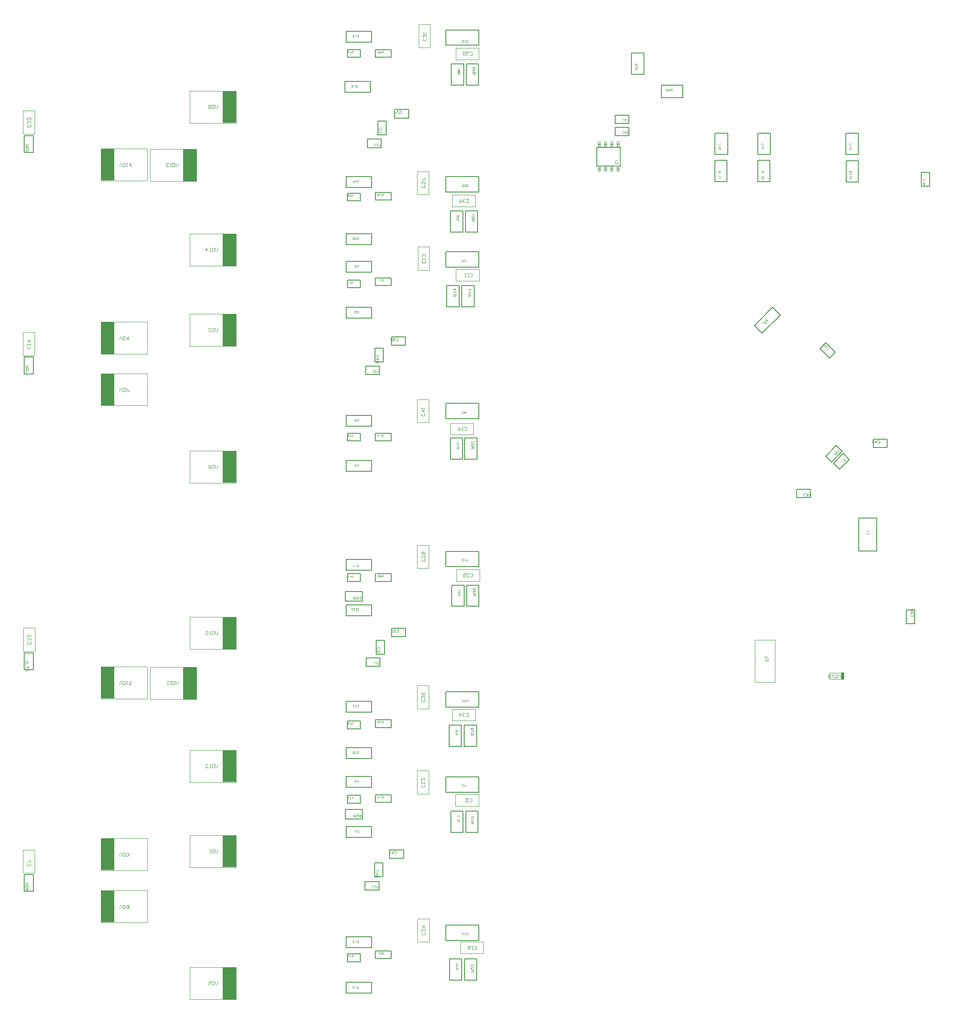
<source format=gbr>
%TF.GenerationSoftware,Altium Limited,Altium Designer,21.6.4 (81)*%
G04 Layer_Color=32768*
%FSLAX43Y43*%
%MOMM*%
%TF.SameCoordinates,A962B9D3-E780-4B03-8A10-E236CC36F35F*%
%TF.FilePolarity,Positive*%
%TF.FileFunction,Other,Bottom_Assembly*%
%TF.Part,Single*%
G01*
G75*
%TA.AperFunction,NonConductor*%
%ADD139C,0.200*%
%ADD185C,0.100*%
%ADD199R,0.575X1.375*%
%ADD200R,2.700X6.500*%
G36*
X87280Y69899D02*
X87294Y69898D01*
X87307Y69896D01*
X87320Y69893D01*
X87332Y69890D01*
X87343Y69886D01*
X87353Y69882D01*
X87363Y69878D01*
X87371Y69874D01*
X87379Y69870D01*
X87385Y69867D01*
X87391Y69863D01*
X87395Y69860D01*
X87398Y69859D01*
X87400Y69857D01*
X87400Y69856D01*
X87411Y69848D01*
X87420Y69839D01*
X87428Y69828D01*
X87436Y69818D01*
X87449Y69797D01*
X87460Y69777D01*
X87464Y69767D01*
X87468Y69758D01*
X87471Y69750D01*
X87473Y69743D01*
X87475Y69737D01*
X87477Y69733D01*
X87477Y69730D01*
Y69729D01*
X87409Y69712D01*
X87406Y69724D01*
X87403Y69735D01*
X87399Y69746D01*
X87395Y69755D01*
X87391Y69764D01*
X87386Y69771D01*
X87381Y69779D01*
X87377Y69785D01*
X87373Y69791D01*
X87369Y69796D01*
X87365Y69800D01*
X87362Y69804D01*
X87359Y69806D01*
X87357Y69808D01*
X87356Y69809D01*
X87355Y69810D01*
X87348Y69816D01*
X87340Y69820D01*
X87324Y69828D01*
X87308Y69834D01*
X87293Y69838D01*
X87279Y69841D01*
X87274Y69842D01*
X87269D01*
X87264Y69842D01*
X87259D01*
X87242Y69842D01*
X87226Y69839D01*
X87211Y69835D01*
X87198Y69831D01*
X87188Y69826D01*
X87183Y69824D01*
X87179Y69822D01*
X87176Y69821D01*
X87174Y69819D01*
X87173Y69819D01*
X87172D01*
X87158Y69808D01*
X87146Y69797D01*
X87136Y69785D01*
X87128Y69773D01*
X87121Y69763D01*
X87117Y69754D01*
X87115Y69750D01*
X87114Y69748D01*
X87113Y69746D01*
Y69746D01*
X87107Y69726D01*
X87103Y69707D01*
X87099Y69688D01*
X87097Y69670D01*
X87096Y69662D01*
X87095Y69655D01*
Y69648D01*
X87094Y69643D01*
Y69638D01*
Y69635D01*
Y69632D01*
Y69632D01*
X87095Y69612D01*
X87097Y69595D01*
X87100Y69578D01*
X87103Y69564D01*
X87105Y69551D01*
X87106Y69546D01*
X87108Y69542D01*
X87108Y69538D01*
X87109Y69536D01*
X87110Y69534D01*
Y69533D01*
X87117Y69516D01*
X87126Y69501D01*
X87134Y69488D01*
X87144Y69477D01*
X87152Y69468D01*
X87159Y69462D01*
X87164Y69459D01*
X87165Y69457D01*
X87165D01*
X87181Y69448D01*
X87198Y69440D01*
X87214Y69435D01*
X87230Y69432D01*
X87244Y69430D01*
X87250Y69429D01*
X87255D01*
X87259Y69428D01*
X87264D01*
X87283Y69429D01*
X87300Y69432D01*
X87314Y69437D01*
X87327Y69441D01*
X87336Y69446D01*
X87344Y69450D01*
X87348Y69453D01*
X87349Y69454D01*
X87361Y69465D01*
X87372Y69478D01*
X87381Y69491D01*
X87389Y69505D01*
X87395Y69516D01*
X87397Y69522D01*
X87398Y69527D01*
X87400Y69530D01*
X87401Y69533D01*
X87402Y69535D01*
Y69536D01*
X87468Y69520D01*
X87464Y69507D01*
X87460Y69495D01*
X87454Y69484D01*
X87449Y69473D01*
X87443Y69463D01*
X87436Y69454D01*
X87430Y69445D01*
X87424Y69438D01*
X87418Y69432D01*
X87413Y69426D01*
X87408Y69421D01*
X87404Y69417D01*
X87400Y69414D01*
X87398Y69411D01*
X87396Y69411D01*
X87395Y69410D01*
X87385Y69403D01*
X87375Y69397D01*
X87364Y69391D01*
X87353Y69387D01*
X87331Y69380D01*
X87311Y69376D01*
X87301Y69374D01*
X87293Y69373D01*
X87285Y69372D01*
X87279Y69372D01*
X87273Y69371D01*
X87266D01*
X87242Y69372D01*
X87218Y69376D01*
X87197Y69380D01*
X87188Y69383D01*
X87179Y69386D01*
X87171Y69389D01*
X87163Y69392D01*
X87157Y69394D01*
X87151Y69397D01*
X87148Y69399D01*
X87145Y69400D01*
X87143Y69401D01*
X87142Y69402D01*
X87122Y69414D01*
X87105Y69429D01*
X87090Y69444D01*
X87077Y69459D01*
X87068Y69472D01*
X87064Y69478D01*
X87061Y69483D01*
X87058Y69487D01*
X87057Y69490D01*
X87056Y69492D01*
X87055Y69493D01*
X87045Y69516D01*
X87038Y69539D01*
X87032Y69563D01*
X87029Y69584D01*
X87027Y69594D01*
X87026Y69604D01*
X87026Y69611D01*
Y69618D01*
X87025Y69624D01*
Y69628D01*
Y69631D01*
Y69632D01*
X87026Y69658D01*
X87029Y69684D01*
X87033Y69707D01*
X87036Y69718D01*
X87038Y69728D01*
X87040Y69737D01*
X87043Y69745D01*
X87046Y69752D01*
X87047Y69758D01*
X87049Y69763D01*
X87050Y69766D01*
X87052Y69768D01*
Y69769D01*
X87063Y69791D01*
X87075Y69811D01*
X87089Y69828D01*
X87095Y69835D01*
X87101Y69842D01*
X87107Y69848D01*
X87113Y69853D01*
X87118Y69857D01*
X87123Y69860D01*
X87126Y69863D01*
X87128Y69865D01*
X87130Y69866D01*
X87131Y69867D01*
X87141Y69873D01*
X87151Y69878D01*
X87174Y69886D01*
X87196Y69892D01*
X87217Y69896D01*
X87228Y69897D01*
X87236Y69899D01*
X87244Y69899D01*
X87251D01*
X87257Y69900D01*
X87265D01*
X87280Y69899D01*
D02*
G37*
G36*
X88109D02*
X88122Y69898D01*
X88134Y69896D01*
X88146Y69893D01*
X88157Y69889D01*
X88167Y69885D01*
X88177Y69881D01*
X88185Y69876D01*
X88193Y69873D01*
X88199Y69868D01*
X88205Y69865D01*
X88210Y69861D01*
X88214Y69858D01*
X88216Y69856D01*
X88218Y69854D01*
X88219Y69853D01*
X88228Y69845D01*
X88235Y69835D01*
X88242Y69825D01*
X88248Y69816D01*
X88252Y69807D01*
X88256Y69797D01*
X88262Y69780D01*
X88264Y69771D01*
X88265Y69764D01*
X88267Y69757D01*
X88267Y69751D01*
X88268Y69747D01*
Y69743D01*
Y69741D01*
Y69740D01*
X88267Y69723D01*
X88265Y69706D01*
X88260Y69692D01*
X88256Y69680D01*
X88251Y69671D01*
X88247Y69663D01*
X88244Y69659D01*
X88243Y69658D01*
X88233Y69646D01*
X88222Y69637D01*
X88210Y69629D01*
X88198Y69624D01*
X88188Y69619D01*
X88180Y69616D01*
X88177Y69615D01*
X88174Y69615D01*
X88173Y69614D01*
X88172D01*
X88185Y69607D01*
X88195Y69601D01*
X88204Y69593D01*
X88211Y69587D01*
X88217Y69581D01*
X88222Y69576D01*
X88224Y69573D01*
X88225Y69571D01*
X88231Y69561D01*
X88235Y69550D01*
X88239Y69540D01*
X88241Y69530D01*
X88242Y69522D01*
X88243Y69516D01*
Y69512D01*
Y69510D01*
X88242Y69498D01*
X88240Y69485D01*
X88237Y69474D01*
X88233Y69465D01*
X88230Y69457D01*
X88227Y69450D01*
X88225Y69446D01*
X88224Y69445D01*
X88216Y69434D01*
X88208Y69424D01*
X88199Y69416D01*
X88190Y69408D01*
X88182Y69403D01*
X88176Y69399D01*
X88171Y69397D01*
X88171Y69396D01*
X88170D01*
X88157Y69390D01*
X88143Y69386D01*
X88130Y69382D01*
X88118Y69380D01*
X88109Y69378D01*
X88100Y69377D01*
X88082D01*
X88072Y69379D01*
X88052Y69383D01*
X88035Y69389D01*
X88020Y69394D01*
X88013Y69398D01*
X88008Y69401D01*
X88003Y69404D01*
X87999Y69407D01*
X87996Y69409D01*
X87994Y69411D01*
X87993Y69411D01*
X87992Y69412D01*
X87978Y69426D01*
X87967Y69442D01*
X87958Y69458D01*
X87950Y69474D01*
X87946Y69488D01*
X87944Y69494D01*
X87942Y69499D01*
X87942Y69504D01*
X87941Y69507D01*
X87940Y69509D01*
Y69510D01*
X88003Y69521D01*
X88006Y69505D01*
X88010Y69491D01*
X88015Y69479D01*
X88021Y69469D01*
X88026Y69462D01*
X88030Y69457D01*
X88033Y69453D01*
X88034Y69452D01*
X88044Y69445D01*
X88054Y69439D01*
X88063Y69435D01*
X88073Y69432D01*
X88082Y69431D01*
X88089Y69429D01*
X88095D01*
X88108Y69430D01*
X88120Y69433D01*
X88130Y69437D01*
X88139Y69440D01*
X88146Y69445D01*
X88151Y69448D01*
X88154Y69451D01*
X88155Y69452D01*
X88163Y69461D01*
X88169Y69471D01*
X88173Y69480D01*
X88176Y69489D01*
X88177Y69497D01*
X88179Y69503D01*
Y69508D01*
Y69508D01*
Y69509D01*
Y69517D01*
X88177Y69525D01*
X88174Y69537D01*
X88168Y69548D01*
X88163Y69558D01*
X88157Y69564D01*
X88151Y69570D01*
X88148Y69573D01*
X88147Y69573D01*
X88146D01*
X88134Y69580D01*
X88122Y69585D01*
X88109Y69589D01*
X88098Y69591D01*
X88089Y69593D01*
X88080Y69594D01*
X88071D01*
X88068Y69593D01*
X88064D01*
X88057Y69649D01*
X88066Y69646D01*
X88075Y69645D01*
X88083Y69644D01*
X88089Y69643D01*
X88095Y69642D01*
X88101D01*
X88117Y69644D01*
X88131Y69646D01*
X88143Y69651D01*
X88154Y69656D01*
X88162Y69661D01*
X88168Y69666D01*
X88171Y69669D01*
X88173Y69670D01*
X88182Y69681D01*
X88190Y69693D01*
X88195Y69705D01*
X88198Y69717D01*
X88200Y69726D01*
X88201Y69734D01*
X88202Y69737D01*
Y69740D01*
Y69741D01*
Y69742D01*
X88200Y69758D01*
X88197Y69773D01*
X88192Y69785D01*
X88186Y69797D01*
X88180Y69805D01*
X88176Y69812D01*
X88172Y69816D01*
X88171Y69818D01*
X88159Y69828D01*
X88146Y69836D01*
X88134Y69841D01*
X88122Y69845D01*
X88112Y69847D01*
X88103Y69848D01*
X88100Y69848D01*
X88096D01*
X88083Y69848D01*
X88070Y69845D01*
X88059Y69841D01*
X88050Y69836D01*
X88043Y69833D01*
X88037Y69829D01*
X88034Y69826D01*
X88032Y69825D01*
X88024Y69815D01*
X88016Y69803D01*
X88010Y69791D01*
X88004Y69777D01*
X88001Y69766D01*
X87999Y69761D01*
X87998Y69757D01*
X87998Y69753D01*
X87997Y69750D01*
X87996Y69748D01*
Y69748D01*
X87933Y69756D01*
X87935Y69768D01*
X87937Y69779D01*
X87944Y69799D01*
X87952Y69817D01*
X87956Y69825D01*
X87961Y69832D01*
X87965Y69839D01*
X87970Y69844D01*
X87973Y69849D01*
X87977Y69853D01*
X87979Y69856D01*
X87981Y69858D01*
X87983Y69859D01*
X87984Y69860D01*
X87993Y69867D01*
X88001Y69873D01*
X88010Y69879D01*
X88020Y69883D01*
X88038Y69890D01*
X88056Y69895D01*
X88064Y69896D01*
X88072Y69898D01*
X88078Y69899D01*
X88084Y69899D01*
X88089Y69900D01*
X88095D01*
X88109Y69899D01*
D02*
G37*
G36*
X87865Y69831D02*
X87613D01*
X87622Y69818D01*
X87627Y69813D01*
X87630Y69808D01*
X87634Y69803D01*
X87637Y69800D01*
X87639Y69798D01*
X87640Y69797D01*
X87644Y69794D01*
X87648Y69790D01*
X87658Y69780D01*
X87670Y69769D01*
X87683Y69758D01*
X87695Y69748D01*
X87700Y69744D01*
X87704Y69740D01*
X87708Y69737D01*
X87711Y69734D01*
X87712Y69733D01*
X87713Y69732D01*
X87725Y69722D01*
X87737Y69712D01*
X87747Y69703D01*
X87757Y69695D01*
X87766Y69686D01*
X87773Y69679D01*
X87780Y69672D01*
X87786Y69666D01*
X87792Y69661D01*
X87797Y69656D01*
X87800Y69652D01*
X87804Y69649D01*
X87808Y69644D01*
X87809Y69643D01*
X87820Y69630D01*
X87828Y69619D01*
X87836Y69608D01*
X87842Y69599D01*
X87846Y69591D01*
X87849Y69585D01*
X87851Y69581D01*
X87851Y69580D01*
X87856Y69569D01*
X87859Y69558D01*
X87862Y69547D01*
X87863Y69539D01*
X87864Y69530D01*
X87865Y69525D01*
Y69521D01*
Y69519D01*
X87864Y69508D01*
X87862Y69498D01*
X87861Y69488D01*
X87858Y69479D01*
X87851Y69461D01*
X87843Y69447D01*
X87839Y69440D01*
X87835Y69435D01*
X87831Y69430D01*
X87828Y69426D01*
X87825Y69423D01*
X87823Y69420D01*
X87822Y69420D01*
X87821Y69419D01*
X87813Y69411D01*
X87804Y69405D01*
X87794Y69400D01*
X87785Y69395D01*
X87766Y69388D01*
X87746Y69383D01*
X87738Y69381D01*
X87730Y69380D01*
X87723Y69379D01*
X87717Y69378D01*
X87712Y69377D01*
X87704D01*
X87691Y69378D01*
X87678Y69379D01*
X87667Y69381D01*
X87655Y69383D01*
X87645Y69386D01*
X87636Y69389D01*
X87627Y69393D01*
X87619Y69397D01*
X87611Y69400D01*
X87605Y69404D01*
X87600Y69407D01*
X87596Y69410D01*
X87592Y69412D01*
X87590Y69414D01*
X87588Y69415D01*
X87587Y69416D01*
X87580Y69423D01*
X87573Y69431D01*
X87567Y69440D01*
X87562Y69449D01*
X87553Y69467D01*
X87547Y69485D01*
X87545Y69493D01*
X87542Y69501D01*
X87541Y69508D01*
X87539Y69513D01*
X87539Y69519D01*
Y69522D01*
X87538Y69525D01*
Y69525D01*
X87602Y69532D01*
X87604Y69515D01*
X87607Y69500D01*
X87611Y69487D01*
X87616Y69476D01*
X87621Y69468D01*
X87625Y69462D01*
X87628Y69458D01*
X87630Y69457D01*
X87641Y69448D01*
X87653Y69441D01*
X87665Y69436D01*
X87676Y69433D01*
X87687Y69431D01*
X87695Y69430D01*
X87698Y69429D01*
X87703D01*
X87718Y69430D01*
X87732Y69433D01*
X87744Y69437D01*
X87755Y69442D01*
X87763Y69447D01*
X87768Y69451D01*
X87772Y69454D01*
X87773Y69455D01*
X87782Y69465D01*
X87789Y69476D01*
X87794Y69486D01*
X87797Y69496D01*
X87799Y69505D01*
X87800Y69512D01*
X87800Y69516D01*
Y69517D01*
Y69518D01*
X87799Y69531D01*
X87796Y69545D01*
X87791Y69558D01*
X87786Y69570D01*
X87780Y69579D01*
X87774Y69587D01*
X87773Y69590D01*
X87772Y69593D01*
X87770Y69593D01*
Y69594D01*
X87764Y69602D01*
X87757Y69610D01*
X87749Y69619D01*
X87740Y69628D01*
X87721Y69646D01*
X87703Y69663D01*
X87693Y69672D01*
X87685Y69679D01*
X87677Y69686D01*
X87670Y69692D01*
X87665Y69696D01*
X87661Y69700D01*
X87658Y69702D01*
X87657Y69703D01*
X87638Y69718D01*
X87621Y69733D01*
X87607Y69746D01*
X87596Y69757D01*
X87587Y69767D01*
X87580Y69774D01*
X87576Y69778D01*
X87575Y69779D01*
Y69780D01*
X87565Y69792D01*
X87556Y69804D01*
X87549Y69816D01*
X87543Y69826D01*
X87539Y69835D01*
X87536Y69842D01*
X87534Y69846D01*
X87534Y69847D01*
Y69848D01*
X87531Y69856D01*
X87529Y69863D01*
X87528Y69870D01*
X87527Y69877D01*
X87526Y69883D01*
Y69887D01*
Y69890D01*
Y69891D01*
X87865D01*
Y69831D01*
D02*
G37*
G36*
X88177Y72923D02*
X88210Y72919D01*
X88238Y72915D01*
X88252Y72911D01*
X88264Y72908D01*
X88275Y72906D01*
X88285Y72902D01*
X88295Y72899D01*
X88302Y72897D01*
X88308Y72894D01*
X88312Y72894D01*
X88315Y72892D01*
X88316D01*
X88344Y72878D01*
X88369Y72862D01*
X88390Y72845D01*
X88398Y72837D01*
X88406Y72830D01*
X88414Y72822D01*
X88420Y72815D01*
X88426Y72809D01*
X88430Y72803D01*
X88433Y72799D01*
X88436Y72796D01*
X88437Y72794D01*
X88438Y72793D01*
X88445Y72780D01*
X88452Y72767D01*
X88462Y72739D01*
X88469Y72711D01*
X88474Y72685D01*
X88476Y72672D01*
X88478Y72661D01*
X88479Y72650D01*
Y72642D01*
X88479Y72635D01*
Y72625D01*
X88479Y72606D01*
X88477Y72588D01*
X88475Y72572D01*
X88471Y72556D01*
X88467Y72541D01*
X88462Y72527D01*
X88457Y72514D01*
X88452Y72502D01*
X88447Y72492D01*
X88442Y72482D01*
X88438Y72475D01*
X88433Y72467D01*
X88430Y72463D01*
X88428Y72458D01*
X88426Y72456D01*
X88425Y72455D01*
X88414Y72442D01*
X88403Y72431D01*
X88390Y72421D01*
X88377Y72411D01*
X88351Y72394D01*
X88325Y72381D01*
X88313Y72376D01*
X88302Y72371D01*
X88292Y72367D01*
X88283Y72365D01*
X88276Y72362D01*
X88271Y72360D01*
X88267Y72359D01*
X88266D01*
X88245Y72444D01*
X88259Y72448D01*
X88273Y72453D01*
X88286Y72457D01*
X88298Y72462D01*
X88309Y72467D01*
X88319Y72473D01*
X88328Y72479D01*
X88336Y72485D01*
X88344Y72490D01*
X88349Y72495D01*
X88355Y72500D01*
X88359Y72503D01*
X88362Y72507D01*
X88365Y72510D01*
X88366Y72511D01*
X88367Y72512D01*
X88374Y72521D01*
X88380Y72531D01*
X88390Y72551D01*
X88397Y72571D01*
X88402Y72590D01*
X88406Y72607D01*
X88406Y72613D01*
Y72620D01*
X88407Y72625D01*
Y72632D01*
X88406Y72653D01*
X88403Y72674D01*
X88398Y72692D01*
X88393Y72709D01*
X88387Y72722D01*
X88384Y72727D01*
X88382Y72732D01*
X88381Y72735D01*
X88379Y72738D01*
X88378Y72740D01*
Y72741D01*
X88365Y72759D01*
X88351Y72773D01*
X88335Y72786D01*
X88320Y72796D01*
X88308Y72805D01*
X88296Y72810D01*
X88292Y72812D01*
X88289Y72814D01*
X88287Y72815D01*
X88286D01*
X88262Y72822D01*
X88238Y72828D01*
X88214Y72833D01*
X88192Y72835D01*
X88182Y72836D01*
X88173Y72837D01*
X88164D01*
X88158Y72838D01*
X88152D01*
X88148D01*
X88145D01*
X88144D01*
X88120Y72837D01*
X88098Y72835D01*
X88077Y72832D01*
X88059Y72828D01*
X88043Y72825D01*
X88037Y72823D01*
X88031Y72821D01*
X88026Y72821D01*
X88024Y72820D01*
X88022Y72819D01*
X88021D01*
X88000Y72809D01*
X87980Y72799D01*
X87964Y72788D01*
X87951Y72776D01*
X87940Y72766D01*
X87932Y72758D01*
X87928Y72751D01*
X87926Y72750D01*
Y72749D01*
X87914Y72730D01*
X87904Y72709D01*
X87898Y72688D01*
X87894Y72669D01*
X87891Y72651D01*
X87891Y72644D01*
Y72637D01*
X87890Y72633D01*
Y72625D01*
X87891Y72602D01*
X87894Y72581D01*
X87900Y72563D01*
X87905Y72548D01*
X87912Y72536D01*
X87916Y72527D01*
X87920Y72521D01*
X87922Y72519D01*
X87936Y72504D01*
X87952Y72490D01*
X87968Y72479D01*
X87985Y72470D01*
X88000Y72463D01*
X88007Y72460D01*
X88013Y72458D01*
X88017Y72456D01*
X88021Y72454D01*
X88023Y72453D01*
X88024D01*
X88004Y72370D01*
X87988Y72376D01*
X87973Y72381D01*
X87959Y72389D01*
X87945Y72395D01*
X87933Y72403D01*
X87922Y72411D01*
X87911Y72418D01*
X87902Y72426D01*
X87894Y72433D01*
X87887Y72440D01*
X87880Y72446D01*
X87876Y72451D01*
X87871Y72455D01*
X87868Y72459D01*
X87867Y72461D01*
X87866Y72462D01*
X87858Y72475D01*
X87850Y72488D01*
X87843Y72501D01*
X87838Y72514D01*
X87829Y72542D01*
X87824Y72567D01*
X87821Y72579D01*
X87820Y72589D01*
X87819Y72600D01*
X87818Y72608D01*
X87817Y72614D01*
Y72624D01*
X87819Y72654D01*
X87824Y72684D01*
X87829Y72710D01*
X87833Y72722D01*
X87837Y72733D01*
X87841Y72743D01*
X87844Y72752D01*
X87847Y72759D01*
X87850Y72767D01*
X87853Y72772D01*
X87854Y72775D01*
X87855Y72778D01*
X87856Y72779D01*
X87872Y72804D01*
X87891Y72825D01*
X87909Y72844D01*
X87928Y72859D01*
X87944Y72871D01*
X87952Y72876D01*
X87958Y72880D01*
X87963Y72883D01*
X87966Y72885D01*
X87969Y72886D01*
X87970Y72887D01*
X87999Y72900D01*
X88028Y72909D01*
X88058Y72916D01*
X88085Y72920D01*
X88097Y72922D01*
X88109Y72923D01*
X88118Y72924D01*
X88127D01*
X88134Y72925D01*
X88139D01*
X88143D01*
X88144D01*
X88177Y72923D01*
D02*
G37*
G36*
X88316Y72285D02*
X88330Y72282D01*
X88356Y72274D01*
X88378Y72264D01*
X88388Y72258D01*
X88396Y72253D01*
X88405Y72248D01*
X88412Y72243D01*
X88418Y72238D01*
X88422Y72233D01*
X88426Y72230D01*
X88430Y72228D01*
X88430Y72226D01*
X88431Y72225D01*
X88440Y72214D01*
X88447Y72203D01*
X88454Y72191D01*
X88459Y72179D01*
X88467Y72156D01*
X88473Y72133D01*
X88476Y72122D01*
X88477Y72112D01*
X88478Y72104D01*
X88479Y72097D01*
X88479Y72090D01*
Y72082D01*
X88479Y72062D01*
X88476Y72044D01*
X88472Y72026D01*
X88467Y72011D01*
X88461Y71996D01*
X88454Y71982D01*
X88448Y71969D01*
X88441Y71958D01*
X88433Y71948D01*
X88427Y71938D01*
X88419Y71931D01*
X88414Y71925D01*
X88409Y71920D01*
X88406Y71916D01*
X88403Y71914D01*
X88402Y71914D01*
X88390Y71904D01*
X88377Y71897D01*
X88365Y71889D01*
X88352Y71884D01*
X88327Y71875D01*
X88303Y71869D01*
X88293Y71867D01*
X88283Y71865D01*
X88274Y71865D01*
X88267Y71864D01*
X88260Y71863D01*
X88256D01*
X88253D01*
X88252D01*
X88235Y71864D01*
X88220Y71865D01*
X88204Y71868D01*
X88190Y71872D01*
X88177Y71877D01*
X88164Y71881D01*
X88153Y71887D01*
X88143Y71891D01*
X88134Y71897D01*
X88125Y71902D01*
X88119Y71907D01*
X88112Y71912D01*
X88108Y71915D01*
X88105Y71918D01*
X88103Y71920D01*
X88102Y71921D01*
X88092Y71932D01*
X88083Y71943D01*
X88075Y71955D01*
X88069Y71967D01*
X88062Y71979D01*
X88058Y71991D01*
X88051Y72013D01*
X88049Y72024D01*
X88047Y72033D01*
X88046Y72041D01*
X88045Y72049D01*
X88044Y72054D01*
Y72074D01*
X88046Y72086D01*
X88050Y72108D01*
X88057Y72128D01*
X88064Y72147D01*
X88072Y72161D01*
X88075Y72168D01*
X88078Y72173D01*
X88081Y72178D01*
X88083Y72181D01*
X88084Y72183D01*
X88085Y72184D01*
X87912Y72149D01*
Y71893D01*
X87837D01*
Y72211D01*
X88166Y72273D01*
X88176Y72199D01*
X88166Y72193D01*
X88158Y72184D01*
X88149Y72177D01*
X88143Y72170D01*
X88138Y72162D01*
X88134Y72157D01*
X88132Y72153D01*
X88131Y72152D01*
X88125Y72140D01*
X88121Y72128D01*
X88118Y72117D01*
X88115Y72106D01*
X88114Y72097D01*
X88113Y72089D01*
Y72072D01*
X88115Y72061D01*
X88120Y72041D01*
X88126Y72024D01*
X88133Y72010D01*
X88140Y71999D01*
X88147Y71990D01*
X88151Y71986D01*
X88152Y71984D01*
X88153D01*
X88169Y71971D01*
X88185Y71962D01*
X88203Y71955D01*
X88221Y71951D01*
X88235Y71948D01*
X88242Y71947D01*
X88247D01*
X88252Y71946D01*
X88256D01*
X88258D01*
X88258D01*
X88271D01*
X88283Y71948D01*
X88307Y71952D01*
X88326Y71959D01*
X88342Y71965D01*
X88355Y71973D01*
X88365Y71979D01*
X88368Y71982D01*
X88370Y71984D01*
X88371Y71985D01*
X88372Y71986D01*
X88380Y71993D01*
X88386Y72000D01*
X88397Y72017D01*
X88405Y72033D01*
X88409Y72049D01*
X88413Y72061D01*
X88414Y72073D01*
X88415Y72076D01*
Y72082D01*
X88414Y72099D01*
X88410Y72115D01*
X88406Y72129D01*
X88400Y72140D01*
X88394Y72150D01*
X88390Y72158D01*
X88386Y72161D01*
X88385Y72163D01*
X88372Y72174D01*
X88358Y72184D01*
X88343Y72191D01*
X88329Y72196D01*
X88315Y72200D01*
X88305Y72203D01*
X88300Y72204D01*
X88297Y72205D01*
X88295D01*
X88295D01*
X88301Y72287D01*
X88316Y72285D01*
D02*
G37*
G36*
X88057Y71716D02*
X88050Y71702D01*
X88044Y71688D01*
X88038Y71675D01*
X88032Y71664D01*
X88027Y71655D01*
X88024Y71649D01*
X88023Y71648D01*
Y71647D01*
X88013Y71631D01*
X88002Y71616D01*
X87993Y71603D01*
X87985Y71593D01*
X87978Y71583D01*
X87973Y71578D01*
X87969Y71573D01*
X87968Y71572D01*
X88468D01*
Y71494D01*
X87826D01*
Y71545D01*
X87842Y71554D01*
X87856Y71564D01*
X87871Y71576D01*
X87884Y71587D01*
X87895Y71598D01*
X87904Y71607D01*
X87907Y71610D01*
X87910Y71613D01*
X87911Y71614D01*
X87912Y71615D01*
X87928Y71634D01*
X87942Y71654D01*
X87955Y71672D01*
X87965Y71691D01*
X87975Y71706D01*
X87978Y71713D01*
X87981Y71718D01*
X87984Y71723D01*
X87985Y71727D01*
X87987Y71729D01*
Y71730D01*
X88062D01*
X88057Y71716D01*
D02*
G37*
G36*
X83276Y80839D02*
X83286Y80824D01*
X83298Y80809D01*
X83310Y80796D01*
X83321Y80785D01*
X83329Y80776D01*
X83333Y80773D01*
X83335Y80770D01*
X83336Y80769D01*
X83337Y80768D01*
X83357Y80753D01*
X83376Y80738D01*
X83395Y80725D01*
X83413Y80715D01*
X83429Y80705D01*
X83435Y80702D01*
X83441Y80699D01*
X83445Y80696D01*
X83449Y80695D01*
X83451Y80693D01*
X83452D01*
Y80618D01*
X83438Y80623D01*
X83424Y80630D01*
X83410Y80636D01*
X83397Y80643D01*
X83386Y80648D01*
X83377Y80653D01*
X83371Y80656D01*
X83371Y80657D01*
X83370D01*
X83353Y80668D01*
X83338Y80678D01*
X83325Y80687D01*
X83315Y80695D01*
X83306Y80702D01*
X83300Y80707D01*
X83296Y80711D01*
X83295Y80712D01*
Y80212D01*
X83216D01*
Y80854D01*
X83267D01*
X83276Y80839D01*
D02*
G37*
G36*
X84125Y80212D02*
X83895D01*
X83874Y80213D01*
X83854Y80214D01*
X83837Y80215D01*
X83822Y80217D01*
X83809Y80219D01*
X83800Y80220D01*
X83797Y80221D01*
X83794Y80222D01*
X83792D01*
X83776Y80227D01*
X83761Y80232D01*
X83748Y80237D01*
X83737Y80242D01*
X83727Y80247D01*
X83721Y80251D01*
X83717Y80253D01*
X83715Y80254D01*
X83703Y80263D01*
X83693Y80273D01*
X83683Y80282D01*
X83675Y80291D01*
X83667Y80300D01*
X83662Y80306D01*
X83658Y80311D01*
X83657Y80313D01*
X83648Y80327D01*
X83639Y80343D01*
X83631Y80358D01*
X83626Y80373D01*
X83620Y80386D01*
X83616Y80396D01*
X83616Y80399D01*
X83615Y80402D01*
X83614Y80404D01*
Y80405D01*
X83608Y80427D01*
X83604Y80449D01*
X83601Y80471D01*
X83598Y80491D01*
X83597Y80509D01*
Y80516D01*
X83596Y80522D01*
Y80527D01*
Y80532D01*
Y80534D01*
Y80534D01*
X83597Y80566D01*
X83600Y80595D01*
X83604Y80620D01*
X83606Y80632D01*
X83609Y80643D01*
X83612Y80653D01*
X83614Y80661D01*
X83616Y80668D01*
X83618Y80675D01*
X83619Y80681D01*
X83621Y80684D01*
X83622Y80686D01*
Y80687D01*
X83632Y80711D01*
X83644Y80732D01*
X83657Y80751D01*
X83669Y80766D01*
X83680Y80779D01*
X83690Y80789D01*
X83693Y80791D01*
X83696Y80794D01*
X83697Y80795D01*
X83698Y80796D01*
X83713Y80808D01*
X83728Y80817D01*
X83744Y80826D01*
X83759Y80832D01*
X83772Y80837D01*
X83782Y80840D01*
X83786Y80841D01*
X83788D01*
X83790Y80842D01*
X83791D01*
X83807Y80845D01*
X83825Y80848D01*
X83844Y80850D01*
X83862Y80851D01*
X83879Y80852D01*
X84125D01*
Y80212D01*
D02*
G37*
G36*
X83009Y80767D02*
X82696D01*
X82718Y80741D01*
X82739Y80712D01*
X82758Y80684D01*
X82775Y80657D01*
X82783Y80645D01*
X82789Y80634D01*
X82795Y80624D01*
X82800Y80616D01*
X82804Y80608D01*
X82807Y80604D01*
X82808Y80600D01*
X82809Y80599D01*
X82828Y80562D01*
X82844Y80525D01*
X82858Y80490D01*
X82864Y80474D01*
X82869Y80459D01*
X82875Y80445D01*
X82879Y80432D01*
X82882Y80421D01*
X82885Y80411D01*
X82888Y80403D01*
X82890Y80398D01*
X82891Y80394D01*
Y80393D01*
X82900Y80355D01*
X82904Y80337D01*
X82906Y80320D01*
X82909Y80304D01*
X82912Y80288D01*
X82914Y80276D01*
X82916Y80263D01*
X82917Y80252D01*
X82918Y80241D01*
X82918Y80232D01*
Y80225D01*
X82919Y80219D01*
Y80215D01*
Y80213D01*
Y80212D01*
X82839D01*
X82836Y80247D01*
X82832Y80279D01*
X82827Y80309D01*
X82824Y80323D01*
X82821Y80336D01*
X82820Y80347D01*
X82817Y80357D01*
X82815Y80366D01*
X82813Y80374D01*
X82811Y80379D01*
X82810Y80384D01*
X82809Y80386D01*
Y80387D01*
X82795Y80430D01*
X82781Y80470D01*
X82773Y80489D01*
X82766Y80508D01*
X82758Y80524D01*
X82750Y80541D01*
X82744Y80556D01*
X82737Y80569D01*
X82732Y80580D01*
X82727Y80590D01*
X82722Y80598D01*
X82720Y80604D01*
X82718Y80607D01*
X82717Y80608D01*
X82706Y80628D01*
X82695Y80647D01*
X82684Y80665D01*
X82673Y80681D01*
X82662Y80696D01*
X82652Y80711D01*
X82642Y80724D01*
X82634Y80735D01*
X82625Y80746D01*
X82618Y80755D01*
X82611Y80763D01*
X82605Y80769D01*
X82601Y80775D01*
X82598Y80779D01*
X82596Y80780D01*
X82595Y80781D01*
Y80843D01*
X83009D01*
Y80767D01*
D02*
G37*
G36*
X87183Y129103D02*
X87197Y129101D01*
X87211Y129100D01*
X87223Y129097D01*
X87235Y129093D01*
X87246Y129090D01*
X87256Y129086D01*
X87266Y129082D01*
X87274Y129078D01*
X87282Y129074D01*
X87288Y129070D01*
X87294Y129067D01*
X87298Y129064D01*
X87302Y129062D01*
X87303Y129061D01*
X87304Y129060D01*
X87314Y129051D01*
X87323Y129042D01*
X87331Y129032D01*
X87339Y129022D01*
X87353Y129001D01*
X87363Y128980D01*
X87367Y128971D01*
X87371Y128962D01*
X87374Y128954D01*
X87376Y128947D01*
X87378Y128941D01*
X87380Y128937D01*
X87381Y128934D01*
Y128933D01*
X87313Y128916D01*
X87310Y128928D01*
X87306Y128939D01*
X87302Y128949D01*
X87299Y128959D01*
X87294Y128968D01*
X87290Y128975D01*
X87285Y128982D01*
X87280Y128989D01*
X87276Y128995D01*
X87272Y128999D01*
X87268Y129004D01*
X87265Y129008D01*
X87262Y129010D01*
X87260Y129012D01*
X87259Y129013D01*
X87259Y129014D01*
X87251Y129019D01*
X87243Y129024D01*
X87227Y129032D01*
X87211Y129038D01*
X87196Y129042D01*
X87183Y129045D01*
X87177Y129045D01*
X87172D01*
X87168Y129046D01*
X87163D01*
X87146Y129045D01*
X87129Y129042D01*
X87115Y129039D01*
X87101Y129034D01*
X87091Y129030D01*
X87086Y129028D01*
X87083Y129026D01*
X87080Y129025D01*
X87078Y129023D01*
X87076Y129022D01*
X87075D01*
X87061Y129012D01*
X87049Y129001D01*
X87039Y128988D01*
X87031Y128977D01*
X87024Y128966D01*
X87020Y128957D01*
X87018Y128954D01*
X87017Y128951D01*
X87016Y128950D01*
Y128949D01*
X87010Y128930D01*
X87006Y128911D01*
X87002Y128892D01*
X87000Y128874D01*
X86999Y128866D01*
X86998Y128858D01*
Y128852D01*
X86998Y128846D01*
Y128842D01*
Y128838D01*
Y128836D01*
Y128835D01*
X86998Y128816D01*
X87000Y128798D01*
X87003Y128782D01*
X87006Y128767D01*
X87008Y128755D01*
X87010Y128750D01*
X87011Y128745D01*
X87012Y128742D01*
X87013Y128739D01*
X87013Y128738D01*
Y128737D01*
X87021Y128720D01*
X87029Y128705D01*
X87038Y128692D01*
X87047Y128681D01*
X87055Y128672D01*
X87062Y128666D01*
X87067Y128662D01*
X87068Y128661D01*
X87069D01*
X87084Y128651D01*
X87101Y128644D01*
X87117Y128639D01*
X87133Y128636D01*
X87147Y128634D01*
X87153Y128633D01*
X87158D01*
X87162Y128632D01*
X87168D01*
X87186Y128633D01*
X87203Y128636D01*
X87217Y128640D01*
X87230Y128645D01*
X87239Y128650D01*
X87247Y128654D01*
X87251Y128657D01*
X87253Y128658D01*
X87265Y128669D01*
X87276Y128682D01*
X87285Y128695D01*
X87292Y128708D01*
X87298Y128720D01*
X87300Y128726D01*
X87302Y128730D01*
X87303Y128734D01*
X87304Y128737D01*
X87305Y128739D01*
Y128739D01*
X87372Y128724D01*
X87367Y128710D01*
X87363Y128699D01*
X87357Y128688D01*
X87352Y128676D01*
X87346Y128667D01*
X87339Y128658D01*
X87333Y128649D01*
X87327Y128642D01*
X87321Y128636D01*
X87316Y128630D01*
X87311Y128625D01*
X87307Y128621D01*
X87304Y128617D01*
X87301Y128615D01*
X87299Y128614D01*
X87299Y128614D01*
X87288Y128607D01*
X87278Y128600D01*
X87268Y128595D01*
X87256Y128591D01*
X87234Y128584D01*
X87214Y128580D01*
X87205Y128577D01*
X87197Y128577D01*
X87188Y128576D01*
X87182Y128575D01*
X87177Y128574D01*
X87169D01*
X87145Y128576D01*
X87121Y128580D01*
X87100Y128584D01*
X87091Y128587D01*
X87082Y128590D01*
X87074Y128593D01*
X87066Y128596D01*
X87061Y128598D01*
X87055Y128600D01*
X87051Y128603D01*
X87048Y128604D01*
X87046Y128605D01*
X87045Y128606D01*
X87025Y128618D01*
X87008Y128633D01*
X86993Y128648D01*
X86981Y128662D01*
X86971Y128676D01*
X86967Y128682D01*
X86964Y128687D01*
X86962Y128691D01*
X86960Y128693D01*
X86959Y128696D01*
X86959Y128696D01*
X86948Y128719D01*
X86941Y128743D01*
X86936Y128767D01*
X86932Y128788D01*
X86930Y128798D01*
X86930Y128807D01*
X86929Y128815D01*
Y128822D01*
X86928Y128827D01*
Y128832D01*
Y128835D01*
Y128835D01*
X86930Y128862D01*
X86933Y128888D01*
X86936Y128911D01*
X86939Y128922D01*
X86942Y128931D01*
X86944Y128940D01*
X86947Y128948D01*
X86949Y128956D01*
X86950Y128962D01*
X86953Y128966D01*
X86953Y128970D01*
X86955Y128972D01*
Y128973D01*
X86966Y128995D01*
X86979Y129015D01*
X86992Y129032D01*
X86998Y129039D01*
X87004Y129045D01*
X87010Y129051D01*
X87016Y129056D01*
X87021Y129061D01*
X87026Y129064D01*
X87029Y129067D01*
X87032Y129069D01*
X87033Y129070D01*
X87034Y129070D01*
X87044Y129076D01*
X87055Y129082D01*
X87077Y129090D01*
X87099Y129096D01*
X87120Y129099D01*
X87131Y129101D01*
X87140Y129102D01*
X87148Y129103D01*
X87154D01*
X87160Y129104D01*
X87168D01*
X87183Y129103D01*
D02*
G37*
G36*
X88072Y128581D02*
X88032D01*
X88024Y128594D01*
X88016Y128606D01*
X88007Y128617D01*
X87998Y128628D01*
X87989Y128637D01*
X87982Y128644D01*
X87979Y128646D01*
X87977Y128648D01*
X87976Y128649D01*
X87976Y128650D01*
X87960Y128662D01*
X87945Y128674D01*
X87930Y128685D01*
X87915Y128693D01*
X87902Y128700D01*
X87897Y128703D01*
X87893Y128705D01*
X87889Y128708D01*
X87886Y128708D01*
X87885Y128710D01*
X87884D01*
Y128770D01*
X87895Y128766D01*
X87906Y128761D01*
X87917Y128756D01*
X87928Y128750D01*
X87936Y128746D01*
X87944Y128742D01*
X87948Y128739D01*
X87949Y128739D01*
X87950D01*
X87963Y128730D01*
X87975Y128722D01*
X87985Y128715D01*
X87993Y128708D01*
X88001Y128703D01*
X88005Y128699D01*
X88009Y128696D01*
X88010Y128695D01*
Y129095D01*
X88072D01*
Y128581D01*
D02*
G37*
G36*
X87769Y129034D02*
X87517D01*
X87525Y129022D01*
X87530Y129016D01*
X87534Y129011D01*
X87537Y129007D01*
X87540Y129004D01*
X87542Y129002D01*
X87543Y129001D01*
X87547Y128997D01*
X87551Y128994D01*
X87562Y128984D01*
X87574Y128973D01*
X87586Y128962D01*
X87598Y128952D01*
X87603Y128948D01*
X87608Y128943D01*
X87611Y128940D01*
X87614Y128938D01*
X87616Y128937D01*
X87616Y128936D01*
X87628Y128926D01*
X87640Y128916D01*
X87650Y128906D01*
X87660Y128898D01*
X87669Y128890D01*
X87676Y128883D01*
X87684Y128876D01*
X87690Y128870D01*
X87695Y128864D01*
X87700Y128860D01*
X87704Y128856D01*
X87707Y128852D01*
X87711Y128848D01*
X87712Y128846D01*
X87723Y128834D01*
X87732Y128823D01*
X87739Y128812D01*
X87745Y128803D01*
X87749Y128795D01*
X87752Y128789D01*
X87754Y128785D01*
X87755Y128784D01*
X87759Y128773D01*
X87762Y128761D01*
X87765Y128751D01*
X87766Y128742D01*
X87767Y128734D01*
X87768Y128728D01*
Y128725D01*
Y128723D01*
X87767Y128712D01*
X87766Y128702D01*
X87764Y128691D01*
X87761Y128682D01*
X87754Y128665D01*
X87746Y128651D01*
X87742Y128644D01*
X87738Y128639D01*
X87735Y128634D01*
X87731Y128630D01*
X87728Y128627D01*
X87727Y128624D01*
X87725Y128623D01*
X87724Y128623D01*
X87716Y128615D01*
X87707Y128608D01*
X87698Y128603D01*
X87688Y128599D01*
X87669Y128591D01*
X87650Y128586D01*
X87642Y128585D01*
X87633Y128583D01*
X87626Y128583D01*
X87620Y128582D01*
X87615Y128581D01*
X87608D01*
X87594Y128582D01*
X87582Y128583D01*
X87570Y128585D01*
X87559Y128587D01*
X87548Y128590D01*
X87539Y128593D01*
X87530Y128597D01*
X87522Y128600D01*
X87514Y128604D01*
X87508Y128608D01*
X87503Y128611D01*
X87499Y128614D01*
X87495Y128616D01*
X87493Y128618D01*
X87491Y128619D01*
X87491Y128620D01*
X87483Y128627D01*
X87477Y128635D01*
X87470Y128644D01*
X87465Y128653D01*
X87456Y128671D01*
X87450Y128688D01*
X87448Y128696D01*
X87446Y128705D01*
X87444Y128711D01*
X87443Y128717D01*
X87442Y128722D01*
Y128726D01*
X87441Y128728D01*
Y128729D01*
X87506Y128736D01*
X87507Y128719D01*
X87510Y128704D01*
X87514Y128691D01*
X87520Y128680D01*
X87524Y128671D01*
X87528Y128665D01*
X87531Y128662D01*
X87533Y128660D01*
X87544Y128651D01*
X87556Y128645D01*
X87568Y128640D01*
X87579Y128637D01*
X87590Y128634D01*
X87599Y128634D01*
X87602Y128633D01*
X87606D01*
X87622Y128634D01*
X87636Y128637D01*
X87647Y128641D01*
X87658Y128645D01*
X87666Y128651D01*
X87671Y128654D01*
X87675Y128657D01*
X87676Y128659D01*
X87685Y128669D01*
X87692Y128679D01*
X87697Y128690D01*
X87700Y128700D01*
X87702Y128708D01*
X87703Y128716D01*
X87704Y128720D01*
Y128721D01*
Y128722D01*
X87702Y128735D01*
X87699Y128749D01*
X87694Y128761D01*
X87689Y128773D01*
X87683Y128783D01*
X87678Y128791D01*
X87676Y128794D01*
X87675Y128796D01*
X87673Y128797D01*
Y128798D01*
X87667Y128806D01*
X87660Y128814D01*
X87652Y128823D01*
X87643Y128832D01*
X87625Y128849D01*
X87606Y128867D01*
X87596Y128875D01*
X87588Y128883D01*
X87580Y128889D01*
X87574Y128895D01*
X87568Y128900D01*
X87564Y128903D01*
X87561Y128906D01*
X87560Y128906D01*
X87542Y128922D01*
X87525Y128937D01*
X87511Y128950D01*
X87500Y128961D01*
X87490Y128971D01*
X87483Y128977D01*
X87480Y128982D01*
X87478Y128982D01*
Y128983D01*
X87468Y128996D01*
X87460Y129008D01*
X87452Y129019D01*
X87446Y129030D01*
X87442Y129039D01*
X87439Y129045D01*
X87438Y129050D01*
X87437Y129050D01*
Y129051D01*
X87434Y129059D01*
X87432Y129067D01*
X87431Y129074D01*
X87430Y129081D01*
X87429Y129087D01*
Y129091D01*
Y129094D01*
Y129095D01*
X87769D01*
Y129034D01*
D02*
G37*
G36*
X103459Y145612D02*
X103479Y145609D01*
X103497Y145603D01*
X103512Y145597D01*
X103524Y145592D01*
X103533Y145586D01*
X103539Y145583D01*
X103540Y145582D01*
X103554Y145569D01*
X103566Y145555D01*
X103576Y145540D01*
X103583Y145525D01*
X103588Y145512D01*
X103592Y145502D01*
X103593Y145499D01*
X103594Y145496D01*
X103595Y145494D01*
Y145493D01*
X103603Y145509D01*
X103612Y145522D01*
X103621Y145533D01*
X103629Y145542D01*
X103637Y145549D01*
X103643Y145555D01*
X103647Y145558D01*
X103649Y145559D01*
X103661Y145566D01*
X103674Y145572D01*
X103687Y145576D01*
X103699Y145579D01*
X103710Y145581D01*
X103717Y145582D01*
X103723D01*
X103724D01*
X103740Y145581D01*
X103756Y145578D01*
X103770Y145574D01*
X103782Y145570D01*
X103792Y145565D01*
X103800Y145561D01*
X103805Y145559D01*
X103807Y145558D01*
X103821Y145548D01*
X103833Y145537D01*
X103843Y145526D01*
X103852Y145515D01*
X103858Y145506D01*
X103864Y145498D01*
X103867Y145492D01*
X103868Y145491D01*
Y145490D01*
X103875Y145474D01*
X103881Y145457D01*
X103885Y145440D01*
X103888Y145426D01*
X103890Y145414D01*
X103891Y145403D01*
Y145380D01*
X103889Y145367D01*
X103884Y145342D01*
X103877Y145321D01*
X103870Y145303D01*
X103865Y145294D01*
X103861Y145288D01*
X103857Y145281D01*
X103854Y145277D01*
X103851Y145273D01*
X103849Y145270D01*
X103848Y145268D01*
X103847Y145267D01*
X103830Y145250D01*
X103810Y145236D01*
X103790Y145225D01*
X103770Y145216D01*
X103752Y145210D01*
X103745Y145207D01*
X103738Y145205D01*
X103733Y145205D01*
X103729Y145204D01*
X103726Y145203D01*
X103725D01*
X103711Y145281D01*
X103732Y145285D01*
X103749Y145291D01*
X103764Y145297D01*
X103776Y145303D01*
X103785Y145310D01*
X103792Y145316D01*
X103796Y145319D01*
X103797Y145320D01*
X103807Y145332D01*
X103814Y145345D01*
X103819Y145357D01*
X103822Y145369D01*
X103824Y145380D01*
X103826Y145389D01*
Y145396D01*
X103825Y145413D01*
X103821Y145427D01*
X103817Y145440D01*
X103812Y145451D01*
X103807Y145460D01*
X103802Y145466D01*
X103798Y145471D01*
X103797Y145472D01*
X103786Y145482D01*
X103774Y145489D01*
X103762Y145494D01*
X103751Y145498D01*
X103741Y145499D01*
X103734Y145501D01*
X103728D01*
X103727D01*
X103726D01*
X103716D01*
X103707Y145499D01*
X103691Y145495D01*
X103677Y145488D01*
X103665Y145481D01*
X103657Y145474D01*
X103650Y145467D01*
X103647Y145463D01*
X103646Y145462D01*
Y145461D01*
X103637Y145445D01*
X103631Y145430D01*
X103626Y145414D01*
X103624Y145401D01*
X103622Y145389D01*
X103620Y145378D01*
Y145366D01*
X103621Y145363D01*
Y145358D01*
X103551Y145349D01*
X103554Y145361D01*
X103556Y145372D01*
X103558Y145381D01*
X103559Y145389D01*
X103560Y145396D01*
Y145404D01*
X103558Y145424D01*
X103554Y145441D01*
X103549Y145457D01*
X103542Y145470D01*
X103536Y145480D01*
X103530Y145487D01*
X103526Y145492D01*
X103525Y145494D01*
X103511Y145506D01*
X103496Y145515D01*
X103481Y145522D01*
X103466Y145525D01*
X103454Y145528D01*
X103444Y145529D01*
X103441Y145530D01*
X103438D01*
X103436D01*
X103435D01*
X103415Y145528D01*
X103396Y145524D01*
X103380Y145518D01*
X103367Y145511D01*
X103355Y145503D01*
X103347Y145498D01*
X103342Y145493D01*
X103340Y145491D01*
X103327Y145476D01*
X103318Y145461D01*
X103311Y145445D01*
X103306Y145430D01*
X103304Y145417D01*
X103303Y145407D01*
X103302Y145403D01*
Y145398D01*
X103303Y145381D01*
X103306Y145365D01*
X103311Y145352D01*
X103317Y145340D01*
X103321Y145331D01*
X103326Y145324D01*
X103330Y145320D01*
X103330Y145318D01*
X103343Y145307D01*
X103358Y145298D01*
X103374Y145290D01*
X103391Y145283D01*
X103404Y145279D01*
X103411Y145277D01*
X103416Y145276D01*
X103421Y145275D01*
X103425Y145274D01*
X103427Y145273D01*
X103428D01*
X103417Y145194D01*
X103403Y145196D01*
X103389Y145199D01*
X103363Y145207D01*
X103341Y145217D01*
X103331Y145223D01*
X103322Y145229D01*
X103314Y145234D01*
X103307Y145240D01*
X103301Y145244D01*
X103296Y145249D01*
X103293Y145252D01*
X103290Y145254D01*
X103288Y145256D01*
X103287Y145257D01*
X103279Y145268D01*
X103270Y145279D01*
X103264Y145291D01*
X103258Y145303D01*
X103249Y145326D01*
X103244Y145348D01*
X103242Y145358D01*
X103240Y145367D01*
X103239Y145376D01*
X103238Y145383D01*
X103237Y145389D01*
Y145397D01*
X103238Y145414D01*
X103240Y145430D01*
X103243Y145446D01*
X103246Y145461D01*
X103251Y145475D01*
X103256Y145487D01*
X103261Y145499D01*
X103267Y145509D01*
X103271Y145519D01*
X103277Y145527D01*
X103281Y145535D01*
X103286Y145540D01*
X103290Y145545D01*
X103293Y145548D01*
X103294Y145550D01*
X103295Y145551D01*
X103306Y145562D01*
X103318Y145572D01*
X103330Y145580D01*
X103343Y145587D01*
X103354Y145593D01*
X103366Y145598D01*
X103388Y145606D01*
X103398Y145608D01*
X103407Y145610D01*
X103416Y145611D01*
X103423Y145612D01*
X103428Y145613D01*
X103433D01*
X103436D01*
X103437D01*
X103459Y145612D01*
D02*
G37*
G36*
X103891Y144941D02*
X103875Y144932D01*
X103860Y144922D01*
X103845Y144910D01*
X103833Y144899D01*
X103821Y144887D01*
X103812Y144879D01*
X103809Y144875D01*
X103807Y144873D01*
X103806Y144872D01*
X103805Y144871D01*
X103789Y144851D01*
X103774Y144832D01*
X103761Y144813D01*
X103751Y144795D01*
X103742Y144779D01*
X103738Y144773D01*
X103735Y144767D01*
X103733Y144763D01*
X103732Y144759D01*
X103730Y144757D01*
Y144756D01*
X103654D01*
X103660Y144770D01*
X103666Y144784D01*
X103673Y144798D01*
X103679Y144811D01*
X103685Y144822D01*
X103689Y144831D01*
X103693Y144837D01*
X103694Y144838D01*
Y144838D01*
X103704Y144855D01*
X103714Y144870D01*
X103723Y144883D01*
X103732Y144893D01*
X103738Y144902D01*
X103744Y144908D01*
X103747Y144912D01*
X103748Y144913D01*
X103248D01*
Y144992D01*
X103891D01*
Y144941D01*
D02*
G37*
G36*
X103422Y144536D02*
X103441Y144523D01*
X103457Y144511D01*
X103471Y144499D01*
X103484Y144489D01*
X103493Y144480D01*
X103501Y144472D01*
X103505Y144468D01*
X103507Y144466D01*
X103513Y144458D01*
X103519Y144450D01*
X103529Y144433D01*
X103533Y144426D01*
X103537Y144421D01*
X103539Y144417D01*
X103539Y144415D01*
X103542Y144432D01*
X103545Y144447D01*
X103550Y144461D01*
X103553Y144475D01*
X103558Y144487D01*
X103563Y144498D01*
X103568Y144508D01*
X103573Y144518D01*
X103578Y144525D01*
X103583Y144532D01*
X103587Y144538D01*
X103590Y144543D01*
X103593Y144546D01*
X103596Y144549D01*
X103597Y144550D01*
X103598Y144551D01*
X103607Y144558D01*
X103616Y144566D01*
X103636Y144577D01*
X103655Y144584D01*
X103674Y144590D01*
X103689Y144593D01*
X103696Y144594D01*
X103702D01*
X103707Y144595D01*
X103710D01*
X103712D01*
X103713D01*
X103733Y144594D01*
X103750Y144592D01*
X103767Y144587D01*
X103781Y144582D01*
X103793Y144577D01*
X103802Y144573D01*
X103808Y144569D01*
X103808Y144568D01*
X103809D01*
X103824Y144557D01*
X103837Y144546D01*
X103848Y144534D01*
X103857Y144523D01*
X103863Y144513D01*
X103867Y144505D01*
X103870Y144499D01*
X103870Y144498D01*
Y144497D01*
X103873Y144489D01*
X103876Y144479D01*
X103881Y144458D01*
X103883Y144436D01*
X103886Y144416D01*
X103887Y144396D01*
Y144388D01*
X103888Y144381D01*
Y144084D01*
X103248D01*
Y144169D01*
X103532D01*
Y144278D01*
X103531Y144288D01*
Y144296D01*
X103530Y144302D01*
X103529Y144307D01*
Y144311D01*
X103528Y144312D01*
Y144313D01*
X103524Y144328D01*
X103521Y144335D01*
X103518Y144340D01*
X103515Y144346D01*
X103514Y144349D01*
X103513Y144351D01*
X103512Y144352D01*
X103506Y144360D01*
X103500Y144367D01*
X103486Y144381D01*
X103479Y144387D01*
X103474Y144392D01*
X103470Y144395D01*
X103469Y144396D01*
X103456Y144405D01*
X103442Y144415D01*
X103428Y144425D01*
X103414Y144435D01*
X103401Y144444D01*
X103391Y144450D01*
X103387Y144453D01*
X103384Y144455D01*
X103382Y144457D01*
X103381D01*
X103248Y144541D01*
Y144646D01*
X103422Y144536D01*
D02*
G37*
G36*
X198965Y167841D02*
X198991Y167838D01*
X199014Y167834D01*
X199025Y167831D01*
X199035Y167829D01*
X199044Y167827D01*
X199052Y167824D01*
X199059Y167822D01*
X199065Y167820D01*
X199070Y167818D01*
X199073Y167817D01*
X199075Y167816D01*
X199076D01*
X199098Y167805D01*
X199118Y167792D01*
X199135Y167779D01*
X199142Y167772D01*
X199149Y167766D01*
X199155Y167760D01*
X199160Y167755D01*
X199164Y167749D01*
X199167Y167745D01*
X199170Y167742D01*
X199172Y167739D01*
X199173Y167738D01*
X199174Y167737D01*
X199180Y167726D01*
X199185Y167716D01*
X199193Y167694D01*
X199199Y167672D01*
X199203Y167650D01*
X199204Y167640D01*
X199206Y167631D01*
X199206Y167623D01*
Y167616D01*
X199207Y167610D01*
Y167602D01*
X199206Y167588D01*
X199205Y167573D01*
X199203Y167560D01*
X199200Y167548D01*
X199197Y167536D01*
X199193Y167525D01*
X199189Y167514D01*
X199185Y167505D01*
X199181Y167497D01*
X199177Y167488D01*
X199174Y167483D01*
X199170Y167477D01*
X199167Y167473D01*
X199166Y167469D01*
X199164Y167468D01*
X199163Y167467D01*
X199155Y167457D01*
X199146Y167448D01*
X199135Y167440D01*
X199125Y167432D01*
X199104Y167418D01*
X199084Y167408D01*
X199074Y167403D01*
X199065Y167400D01*
X199057Y167397D01*
X199050Y167395D01*
X199044Y167392D01*
X199040Y167391D01*
X199037Y167390D01*
X199036D01*
X199019Y167458D01*
X199031Y167461D01*
X199042Y167465D01*
X199053Y167469D01*
X199062Y167472D01*
X199071Y167477D01*
X199078Y167481D01*
X199086Y167486D01*
X199092Y167491D01*
X199098Y167494D01*
X199103Y167499D01*
X199107Y167503D01*
X199111Y167505D01*
X199113Y167508D01*
X199115Y167511D01*
X199116Y167511D01*
X199117Y167512D01*
X199123Y167520D01*
X199127Y167528D01*
X199135Y167544D01*
X199141Y167559D01*
X199145Y167575D01*
X199148Y167588D01*
X199149Y167593D01*
Y167599D01*
X199149Y167603D01*
Y167608D01*
X199149Y167625D01*
X199146Y167641D01*
X199142Y167656D01*
X199138Y167670D01*
X199133Y167680D01*
X199131Y167684D01*
X199129Y167688D01*
X199128Y167691D01*
X199126Y167693D01*
X199126Y167695D01*
Y167695D01*
X199115Y167709D01*
X199104Y167721D01*
X199092Y167732D01*
X199080Y167740D01*
X199070Y167746D01*
X199061Y167751D01*
X199057Y167752D01*
X199055Y167754D01*
X199053Y167755D01*
X199053D01*
X199033Y167760D01*
X199014Y167765D01*
X198995Y167769D01*
X198977Y167771D01*
X198969Y167772D01*
X198962Y167772D01*
X198955D01*
X198950Y167773D01*
X198945D01*
X198942D01*
X198939D01*
X198939D01*
X198919Y167772D01*
X198902Y167771D01*
X198885Y167768D01*
X198871Y167765D01*
X198858Y167763D01*
X198853Y167761D01*
X198849Y167760D01*
X198845Y167759D01*
X198843Y167758D01*
X198841Y167758D01*
X198840D01*
X198823Y167750D01*
X198808Y167742D01*
X198795Y167733D01*
X198784Y167724D01*
X198775Y167715D01*
X198769Y167709D01*
X198766Y167704D01*
X198764Y167703D01*
Y167702D01*
X198755Y167687D01*
X198747Y167670D01*
X198742Y167653D01*
X198739Y167638D01*
X198737Y167624D01*
X198736Y167618D01*
Y167613D01*
X198735Y167609D01*
Y167603D01*
X198736Y167585D01*
X198739Y167568D01*
X198744Y167554D01*
X198748Y167541D01*
X198753Y167531D01*
X198757Y167524D01*
X198760Y167520D01*
X198761Y167518D01*
X198772Y167506D01*
X198785Y167495D01*
X198798Y167486D01*
X198812Y167479D01*
X198823Y167473D01*
X198829Y167471D01*
X198834Y167469D01*
X198837Y167468D01*
X198840Y167466D01*
X198842Y167466D01*
X198843D01*
X198827Y167399D01*
X198814Y167403D01*
X198802Y167408D01*
X198791Y167414D01*
X198780Y167419D01*
X198770Y167425D01*
X198761Y167432D01*
X198752Y167437D01*
X198745Y167443D01*
X198739Y167449D01*
X198733Y167454D01*
X198728Y167460D01*
X198724Y167463D01*
X198721Y167467D01*
X198718Y167470D01*
X198718Y167471D01*
X198717Y167472D01*
X198710Y167483D01*
X198704Y167493D01*
X198698Y167503D01*
X198694Y167514D01*
X198687Y167537D01*
X198683Y167556D01*
X198681Y167566D01*
X198680Y167574D01*
X198679Y167582D01*
X198679Y167589D01*
X198678Y167594D01*
Y167602D01*
X198679Y167626D01*
X198683Y167650D01*
X198687Y167670D01*
X198690Y167680D01*
X198693Y167689D01*
X198696Y167697D01*
X198699Y167704D01*
X198701Y167710D01*
X198704Y167716D01*
X198706Y167720D01*
X198707Y167723D01*
X198708Y167725D01*
X198709Y167726D01*
X198721Y167746D01*
X198736Y167763D01*
X198751Y167777D01*
X198766Y167790D01*
X198779Y167800D01*
X198785Y167803D01*
X198790Y167806D01*
X198794Y167809D01*
X198797Y167811D01*
X198799Y167811D01*
X198800Y167812D01*
X198823Y167823D01*
X198846Y167830D01*
X198870Y167835D01*
X198891Y167839D01*
X198901Y167840D01*
X198911Y167841D01*
X198918Y167842D01*
X198925D01*
X198931Y167843D01*
X198935D01*
X198938D01*
X198939D01*
X198965Y167841D01*
D02*
G37*
G36*
X199198Y167002D02*
X199138D01*
Y167254D01*
X199125Y167245D01*
X199120Y167241D01*
X199115Y167237D01*
X199110Y167233D01*
X199107Y167230D01*
X199105Y167228D01*
X199104Y167228D01*
X199101Y167224D01*
X199097Y167219D01*
X199087Y167209D01*
X199076Y167197D01*
X199065Y167185D01*
X199055Y167173D01*
X199051Y167168D01*
X199047Y167163D01*
X199044Y167160D01*
X199041Y167157D01*
X199040Y167155D01*
X199039Y167154D01*
X199029Y167143D01*
X199019Y167131D01*
X199010Y167120D01*
X199002Y167111D01*
X198993Y167102D01*
X198986Y167094D01*
X198979Y167087D01*
X198973Y167081D01*
X198968Y167075D01*
X198963Y167071D01*
X198959Y167067D01*
X198956Y167063D01*
X198951Y167060D01*
X198950Y167058D01*
X198937Y167048D01*
X198926Y167039D01*
X198915Y167032D01*
X198906Y167026D01*
X198898Y167021D01*
X198892Y167018D01*
X198888Y167017D01*
X198887Y167016D01*
X198876Y167012D01*
X198865Y167009D01*
X198854Y167006D01*
X198846Y167004D01*
X198837Y167004D01*
X198832Y167003D01*
X198828D01*
X198826D01*
X198815Y167004D01*
X198805Y167005D01*
X198795Y167007D01*
X198786Y167010D01*
X198768Y167017D01*
X198754Y167024D01*
X198747Y167029D01*
X198742Y167032D01*
X198737Y167036D01*
X198733Y167040D01*
X198730Y167043D01*
X198727Y167044D01*
X198727Y167046D01*
X198726Y167046D01*
X198718Y167055D01*
X198712Y167063D01*
X198707Y167073D01*
X198702Y167083D01*
X198695Y167102D01*
X198690Y167121D01*
X198688Y167129D01*
X198687Y167137D01*
X198686Y167145D01*
X198685Y167151D01*
X198684Y167156D01*
Y167163D01*
X198685Y167177D01*
X198686Y167189D01*
X198688Y167201D01*
X198690Y167212D01*
X198693Y167222D01*
X198696Y167232D01*
X198700Y167241D01*
X198704Y167249D01*
X198707Y167256D01*
X198711Y167262D01*
X198714Y167267D01*
X198717Y167272D01*
X198719Y167276D01*
X198721Y167278D01*
X198722Y167279D01*
X198723Y167280D01*
X198730Y167287D01*
X198738Y167294D01*
X198747Y167301D01*
X198756Y167306D01*
X198774Y167315D01*
X198792Y167321D01*
X198800Y167323D01*
X198808Y167325D01*
X198815Y167327D01*
X198820Y167328D01*
X198826Y167329D01*
X198829D01*
X198832Y167330D01*
X198832D01*
X198839Y167265D01*
X198822Y167264D01*
X198807Y167261D01*
X198794Y167256D01*
X198783Y167251D01*
X198775Y167247D01*
X198769Y167242D01*
X198765Y167239D01*
X198764Y167238D01*
X198755Y167227D01*
X198748Y167215D01*
X198743Y167202D01*
X198740Y167191D01*
X198738Y167181D01*
X198737Y167172D01*
X198736Y167169D01*
Y167165D01*
X198737Y167149D01*
X198740Y167135D01*
X198744Y167123D01*
X198749Y167113D01*
X198754Y167105D01*
X198758Y167100D01*
X198761Y167096D01*
X198762Y167094D01*
X198772Y167086D01*
X198783Y167079D01*
X198793Y167074D01*
X198803Y167071D01*
X198812Y167069D01*
X198819Y167068D01*
X198823Y167067D01*
X198824D01*
X198825D01*
X198838Y167069D01*
X198852Y167072D01*
X198865Y167077D01*
X198877Y167082D01*
X198886Y167088D01*
X198894Y167093D01*
X198897Y167094D01*
X198900Y167096D01*
X198900Y167097D01*
X198901D01*
X198909Y167103D01*
X198917Y167111D01*
X198926Y167119D01*
X198935Y167128D01*
X198953Y167146D01*
X198970Y167165D01*
X198979Y167174D01*
X198986Y167182D01*
X198993Y167191D01*
X198999Y167197D01*
X199003Y167202D01*
X199007Y167207D01*
X199009Y167210D01*
X199010Y167211D01*
X199025Y167229D01*
X199040Y167246D01*
X199053Y167260D01*
X199064Y167271D01*
X199074Y167281D01*
X199081Y167287D01*
X199085Y167291D01*
X199086Y167293D01*
X199087D01*
X199099Y167303D01*
X199111Y167311D01*
X199123Y167318D01*
X199133Y167324D01*
X199142Y167329D01*
X199149Y167332D01*
X199153Y167333D01*
X199154Y167334D01*
X199155D01*
X199163Y167337D01*
X199170Y167338D01*
X199177Y167340D01*
X199184Y167341D01*
X199190Y167341D01*
X199194D01*
X199197D01*
X199198D01*
Y167002D01*
D02*
G37*
G36*
X199063Y166935D02*
X199075Y166933D01*
X199086Y166931D01*
X199097Y166928D01*
X199115Y166921D01*
X199124Y166917D01*
X199132Y166913D01*
X199139Y166908D01*
X199145Y166905D01*
X199150Y166900D01*
X199155Y166897D01*
X199158Y166894D01*
X199160Y166892D01*
X199162Y166891D01*
X199163Y166890D01*
X199171Y166881D01*
X199177Y166871D01*
X199183Y166861D01*
X199189Y166851D01*
X199192Y166841D01*
X199196Y166831D01*
X199201Y166811D01*
X199203Y166802D01*
X199205Y166794D01*
X199206Y166786D01*
X199206Y166780D01*
X199207Y166774D01*
Y166767D01*
X199206Y166753D01*
X199205Y166740D01*
X199203Y166728D01*
X199200Y166716D01*
X199197Y166706D01*
X199193Y166695D01*
X199189Y166686D01*
X199185Y166678D01*
X199180Y166670D01*
X199177Y166664D01*
X199173Y166658D01*
X199169Y166653D01*
X199167Y166650D01*
X199165Y166647D01*
X199163Y166646D01*
X199163Y166645D01*
X199154Y166637D01*
X199145Y166630D01*
X199136Y166624D01*
X199126Y166618D01*
X199118Y166613D01*
X199108Y166610D01*
X199091Y166604D01*
X199083Y166602D01*
X199075Y166601D01*
X199069Y166600D01*
X199064Y166599D01*
X199059Y166599D01*
X199055D01*
X199053D01*
X199053D01*
X199036Y166599D01*
X199020Y166602D01*
X199006Y166607D01*
X198994Y166611D01*
X198985Y166616D01*
X198977Y166620D01*
X198973Y166623D01*
X198972Y166624D01*
X198971D01*
X198959Y166634D01*
X198949Y166645D01*
X198941Y166657D01*
X198934Y166668D01*
X198928Y166678D01*
X198925Y166687D01*
X198923Y166690D01*
X198922Y166692D01*
X198922Y166694D01*
Y166695D01*
X198916Y166681D01*
X198909Y166670D01*
X198902Y166661D01*
X198896Y166652D01*
X198890Y166647D01*
X198885Y166642D01*
X198883Y166639D01*
X198881Y166638D01*
X198871Y166632D01*
X198860Y166627D01*
X198850Y166624D01*
X198840Y166621D01*
X198832Y166620D01*
X198825Y166619D01*
X198820D01*
X198820D01*
X198819D01*
X198809Y166620D01*
X198799Y166621D01*
X198781Y166626D01*
X198764Y166633D01*
X198750Y166640D01*
X198739Y166647D01*
X198735Y166651D01*
X198730Y166654D01*
X198727Y166657D01*
X198725Y166659D01*
X198724Y166660D01*
X198724Y166661D01*
X198717Y166669D01*
X198710Y166677D01*
X198705Y166686D01*
X198701Y166695D01*
X198694Y166712D01*
X198690Y166730D01*
X198687Y166738D01*
X198687Y166745D01*
X198686Y166752D01*
X198685Y166757D01*
X198684Y166762D01*
Y166769D01*
X198685Y166780D01*
X198686Y166792D01*
X198690Y166813D01*
X198693Y166822D01*
X198696Y166831D01*
X198700Y166839D01*
X198704Y166847D01*
X198707Y166853D01*
X198711Y166859D01*
X198714Y166864D01*
X198717Y166868D01*
X198719Y166871D01*
X198721Y166873D01*
X198722Y166874D01*
X198723Y166875D01*
X198730Y166882D01*
X198738Y166888D01*
X198746Y166893D01*
X198754Y166898D01*
X198769Y166905D01*
X198784Y166910D01*
X198797Y166913D01*
X198803Y166913D01*
X198807Y166914D01*
X198812Y166915D01*
X198815D01*
X198816D01*
X198817D01*
X198830Y166914D01*
X198843Y166912D01*
X198854Y166909D01*
X198863Y166905D01*
X198871Y166902D01*
X198877Y166899D01*
X198880Y166897D01*
X198881Y166896D01*
X198890Y166888D01*
X198898Y166879D01*
X198905Y166870D01*
X198911Y166860D01*
X198916Y166851D01*
X198919Y166845D01*
X198920Y166842D01*
X198921Y166839D01*
X198922Y166839D01*
Y166838D01*
X198927Y166855D01*
X198934Y166869D01*
X198942Y166882D01*
X198949Y166892D01*
X198956Y166900D01*
X198962Y166906D01*
X198966Y166909D01*
X198967Y166910D01*
X198968D01*
X198981Y166919D01*
X198995Y166925D01*
X199008Y166930D01*
X199021Y166933D01*
X199033Y166934D01*
X199038Y166935D01*
X199043D01*
X199046Y166936D01*
X199049D01*
X199050D01*
X199051D01*
X199063Y166935D01*
D02*
G37*
G36*
X188641Y114928D02*
X188666Y114923D01*
X188687Y114916D01*
X188706Y114908D01*
X188714Y114904D01*
X188720Y114900D01*
X188727Y114896D01*
X188731Y114893D01*
X188735Y114890D01*
X188738Y114888D01*
X188740Y114887D01*
X188741Y114886D01*
X188758Y114868D01*
X188772Y114849D01*
X188783Y114829D01*
X188792Y114808D01*
X188798Y114791D01*
X188801Y114783D01*
X188803Y114777D01*
X188804Y114771D01*
X188804Y114768D01*
X188805Y114765D01*
Y114764D01*
X188727Y114750D01*
X188723Y114770D01*
X188718Y114788D01*
X188711Y114803D01*
X188705Y114815D01*
X188698Y114824D01*
X188693Y114831D01*
X188689Y114835D01*
X188688Y114836D01*
X188676Y114845D01*
X188663Y114853D01*
X188651Y114857D01*
X188639Y114861D01*
X188628Y114863D01*
X188620Y114865D01*
X188612D01*
X188596Y114864D01*
X188581Y114860D01*
X188568Y114856D01*
X188557Y114851D01*
X188548Y114845D01*
X188542Y114841D01*
X188537Y114837D01*
X188536Y114836D01*
X188526Y114825D01*
X188519Y114813D01*
X188514Y114801D01*
X188510Y114790D01*
X188509Y114780D01*
X188507Y114772D01*
Y114767D01*
Y114766D01*
Y114765D01*
Y114755D01*
X188509Y114746D01*
X188513Y114730D01*
X188520Y114716D01*
X188527Y114704D01*
X188535Y114696D01*
X188541Y114689D01*
X188546Y114685D01*
X188547Y114685D01*
X188547D01*
X188563Y114676D01*
X188578Y114670D01*
X188594Y114665D01*
X188608Y114662D01*
X188620Y114660D01*
X188630Y114659D01*
X188642D01*
X188645Y114660D01*
X188650D01*
X188659Y114590D01*
X188647Y114593D01*
X188636Y114595D01*
X188627Y114597D01*
X188619Y114598D01*
X188612Y114599D01*
X188604D01*
X188584Y114597D01*
X188567Y114593D01*
X188551Y114587D01*
X188538Y114581D01*
X188528Y114574D01*
X188521Y114569D01*
X188516Y114565D01*
X188514Y114563D01*
X188502Y114550D01*
X188493Y114535D01*
X188486Y114520D01*
X188483Y114505D01*
X188480Y114493D01*
X188479Y114483D01*
X188478Y114479D01*
Y114476D01*
Y114475D01*
Y114474D01*
X188480Y114453D01*
X188485Y114435D01*
X188490Y114419D01*
X188498Y114405D01*
X188505Y114394D01*
X188510Y114386D01*
X188515Y114380D01*
X188517Y114378D01*
X188532Y114366D01*
X188547Y114356D01*
X188563Y114350D01*
X188578Y114345D01*
X188591Y114342D01*
X188601Y114341D01*
X188605Y114341D01*
X188610D01*
X188627Y114341D01*
X188643Y114345D01*
X188657Y114350D01*
X188668Y114355D01*
X188677Y114360D01*
X188684Y114365D01*
X188688Y114368D01*
X188690Y114369D01*
X188701Y114382D01*
X188710Y114397D01*
X188719Y114413D01*
X188725Y114429D01*
X188730Y114443D01*
X188731Y114450D01*
X188732Y114455D01*
X188733Y114460D01*
X188734Y114464D01*
X188735Y114465D01*
Y114466D01*
X188814Y114456D01*
X188812Y114441D01*
X188809Y114427D01*
X188801Y114402D01*
X188791Y114379D01*
X188785Y114370D01*
X188780Y114361D01*
X188774Y114353D01*
X188768Y114346D01*
X188764Y114340D01*
X188759Y114335D01*
X188756Y114331D01*
X188754Y114329D01*
X188752Y114327D01*
X188751Y114326D01*
X188740Y114317D01*
X188729Y114309D01*
X188718Y114303D01*
X188706Y114297D01*
X188682Y114288D01*
X188660Y114282D01*
X188650Y114280D01*
X188641Y114279D01*
X188633Y114278D01*
X188625Y114277D01*
X188620Y114276D01*
X188611D01*
X188594Y114277D01*
X188578Y114279D01*
X188562Y114281D01*
X188547Y114285D01*
X188534Y114290D01*
X188522Y114294D01*
X188510Y114300D01*
X188499Y114305D01*
X188489Y114310D01*
X188481Y114316D01*
X188473Y114320D01*
X188468Y114325D01*
X188463Y114329D01*
X188460Y114331D01*
X188458Y114333D01*
X188457Y114334D01*
X188446Y114345D01*
X188437Y114357D01*
X188428Y114369D01*
X188421Y114381D01*
X188415Y114392D01*
X188410Y114404D01*
X188402Y114427D01*
X188400Y114437D01*
X188399Y114446D01*
X188397Y114454D01*
X188396Y114462D01*
X188395Y114467D01*
Y114472D01*
Y114475D01*
Y114476D01*
X188396Y114498D01*
X188400Y114518D01*
X188405Y114536D01*
X188411Y114550D01*
X188416Y114562D01*
X188422Y114572D01*
X188425Y114577D01*
X188426Y114579D01*
X188439Y114593D01*
X188453Y114605D01*
X188468Y114614D01*
X188483Y114622D01*
X188496Y114627D01*
X188506Y114631D01*
X188510Y114632D01*
X188512Y114633D01*
X188514Y114634D01*
X188515D01*
X188499Y114642D01*
X188486Y114650D01*
X188475Y114660D01*
X188466Y114668D01*
X188459Y114675D01*
X188453Y114682D01*
X188450Y114685D01*
X188449Y114687D01*
X188442Y114700D01*
X188437Y114713D01*
X188432Y114726D01*
X188429Y114738D01*
X188427Y114748D01*
X188426Y114756D01*
Y114761D01*
Y114763D01*
X188427Y114779D01*
X188430Y114795D01*
X188434Y114808D01*
X188438Y114820D01*
X188443Y114831D01*
X188447Y114839D01*
X188449Y114844D01*
X188450Y114845D01*
X188460Y114859D01*
X188471Y114871D01*
X188482Y114881D01*
X188493Y114891D01*
X188502Y114897D01*
X188510Y114903D01*
X188516Y114905D01*
X188517Y114906D01*
X188518D01*
X188535Y114914D01*
X188551Y114919D01*
X188568Y114924D01*
X188583Y114927D01*
X188595Y114929D01*
X188605Y114930D01*
X188628D01*
X188641Y114928D01*
D02*
G37*
G36*
X189679Y114936D02*
X189709Y114931D01*
X189735Y114926D01*
X189747Y114922D01*
X189758Y114918D01*
X189768Y114915D01*
X189777Y114911D01*
X189785Y114908D01*
X189792Y114905D01*
X189797Y114903D01*
X189800Y114901D01*
X189803Y114900D01*
X189804Y114899D01*
X189829Y114883D01*
X189850Y114865D01*
X189869Y114846D01*
X189884Y114828D01*
X189896Y114811D01*
X189901Y114804D01*
X189905Y114797D01*
X189908Y114793D01*
X189910Y114789D01*
X189911Y114786D01*
X189912Y114785D01*
X189925Y114757D01*
X189934Y114727D01*
X189941Y114697D01*
X189945Y114671D01*
X189947Y114659D01*
X189948Y114647D01*
X189949Y114637D01*
Y114628D01*
X189950Y114622D01*
Y114616D01*
Y114612D01*
Y114611D01*
X189948Y114578D01*
X189944Y114546D01*
X189940Y114517D01*
X189936Y114503D01*
X189933Y114491D01*
X189931Y114480D01*
X189927Y114470D01*
X189924Y114461D01*
X189922Y114453D01*
X189919Y114448D01*
X189919Y114443D01*
X189917Y114440D01*
Y114439D01*
X189903Y114412D01*
X189887Y114387D01*
X189870Y114366D01*
X189862Y114357D01*
X189855Y114349D01*
X189847Y114341D01*
X189840Y114335D01*
X189834Y114329D01*
X189828Y114326D01*
X189824Y114322D01*
X189821Y114319D01*
X189819Y114318D01*
X189818Y114317D01*
X189805Y114310D01*
X189792Y114304D01*
X189764Y114293D01*
X189736Y114286D01*
X189710Y114281D01*
X189697Y114280D01*
X189686Y114278D01*
X189675Y114277D01*
X189667D01*
X189660Y114276D01*
X189650D01*
X189631Y114277D01*
X189613Y114279D01*
X189597Y114280D01*
X189581Y114284D01*
X189566Y114289D01*
X189552Y114293D01*
X189540Y114298D01*
X189527Y114304D01*
X189517Y114308D01*
X189507Y114313D01*
X189500Y114317D01*
X189492Y114322D01*
X189488Y114326D01*
X189483Y114328D01*
X189481Y114329D01*
X189480Y114330D01*
X189467Y114341D01*
X189456Y114353D01*
X189446Y114366D01*
X189436Y114378D01*
X189419Y114404D01*
X189406Y114430D01*
X189401Y114442D01*
X189396Y114453D01*
X189393Y114464D01*
X189390Y114472D01*
X189387Y114479D01*
X189385Y114485D01*
X189384Y114488D01*
Y114489D01*
X189469Y114511D01*
X189473Y114496D01*
X189478Y114482D01*
X189482Y114469D01*
X189487Y114457D01*
X189492Y114446D01*
X189498Y114437D01*
X189504Y114427D01*
X189510Y114419D01*
X189515Y114412D01*
X189520Y114406D01*
X189525Y114401D01*
X189528Y114396D01*
X189532Y114393D01*
X189535Y114390D01*
X189536Y114390D01*
X189537Y114389D01*
X189546Y114381D01*
X189556Y114376D01*
X189576Y114366D01*
X189596Y114358D01*
X189615Y114354D01*
X189632Y114350D01*
X189638Y114349D01*
X189645D01*
X189650Y114348D01*
X189657D01*
X189678Y114349D01*
X189699Y114353D01*
X189717Y114357D01*
X189734Y114363D01*
X189747Y114368D01*
X189752Y114371D01*
X189757Y114373D01*
X189760Y114375D01*
X189763Y114377D01*
X189765Y114378D01*
X189766D01*
X189784Y114390D01*
X189798Y114404D01*
X189811Y114420D01*
X189822Y114435D01*
X189830Y114448D01*
X189835Y114459D01*
X189837Y114464D01*
X189839Y114466D01*
X189840Y114468D01*
Y114469D01*
X189847Y114493D01*
X189853Y114517D01*
X189858Y114541D01*
X189860Y114563D01*
X189861Y114574D01*
X189862Y114583D01*
Y114591D01*
X189863Y114598D01*
Y114603D01*
Y114608D01*
Y114611D01*
Y114611D01*
X189862Y114635D01*
X189860Y114658D01*
X189857Y114678D01*
X189853Y114697D01*
X189850Y114712D01*
X189848Y114719D01*
X189846Y114724D01*
X189846Y114729D01*
X189845Y114732D01*
X189844Y114733D01*
Y114734D01*
X189834Y114756D01*
X189824Y114775D01*
X189813Y114791D01*
X189801Y114805D01*
X189791Y114816D01*
X189783Y114823D01*
X189776Y114828D01*
X189775Y114830D01*
X189774D01*
X189755Y114842D01*
X189734Y114851D01*
X189713Y114857D01*
X189694Y114861D01*
X189676Y114864D01*
X189669Y114865D01*
X189662D01*
X189658Y114866D01*
X189650D01*
X189627Y114865D01*
X189606Y114861D01*
X189589Y114856D01*
X189573Y114850D01*
X189561Y114844D01*
X189552Y114839D01*
X189546Y114835D01*
X189544Y114833D01*
X189529Y114819D01*
X189515Y114804D01*
X189504Y114787D01*
X189495Y114770D01*
X189488Y114756D01*
X189485Y114748D01*
X189483Y114743D01*
X189481Y114738D01*
X189479Y114734D01*
X189478Y114733D01*
Y114732D01*
X189395Y114751D01*
X189401Y114768D01*
X189406Y114783D01*
X189414Y114796D01*
X189420Y114810D01*
X189428Y114822D01*
X189436Y114833D01*
X189443Y114844D01*
X189451Y114854D01*
X189458Y114861D01*
X189465Y114868D01*
X189471Y114875D01*
X189476Y114880D01*
X189480Y114884D01*
X189484Y114887D01*
X189486Y114888D01*
X189487Y114889D01*
X189500Y114897D01*
X189513Y114905D01*
X189526Y114912D01*
X189540Y114917D01*
X189567Y114926D01*
X189592Y114931D01*
X189604Y114934D01*
X189614Y114935D01*
X189625Y114936D01*
X189633Y114937D01*
X189639Y114938D01*
X189649D01*
X189679Y114936D01*
D02*
G37*
G36*
X189339Y114513D02*
Y114440D01*
X189061D01*
Y114287D01*
X188982D01*
Y114440D01*
X188895D01*
Y114513D01*
X188982D01*
Y114927D01*
X189046D01*
X189339Y114513D01*
D02*
G37*
G36*
X174717Y104124D02*
X174734Y104122D01*
X174751Y104120D01*
X174766Y104117D01*
X174781Y104112D01*
X174795Y104107D01*
X174808Y104103D01*
X174820Y104097D01*
X174830Y104093D01*
X174840Y104088D01*
X174848Y104083D01*
X174855Y104079D01*
X174860Y104075D01*
X174865Y104073D01*
X174866Y104071D01*
X174867Y104071D01*
X174880Y104059D01*
X174891Y104048D01*
X174901Y104035D01*
X174912Y104022D01*
X174928Y103997D01*
X174941Y103971D01*
X174947Y103959D01*
X174951Y103948D01*
X174955Y103937D01*
X174958Y103929D01*
X174961Y103922D01*
X174962Y103916D01*
X174963Y103912D01*
Y103911D01*
X174878Y103890D01*
X174875Y103905D01*
X174870Y103919D01*
X174865Y103932D01*
X174861Y103944D01*
X174855Y103955D01*
X174850Y103964D01*
X174843Y103973D01*
X174838Y103982D01*
X174833Y103989D01*
X174828Y103995D01*
X174823Y104000D01*
X174819Y104005D01*
X174815Y104008D01*
X174813Y104010D01*
X174812Y104011D01*
X174811Y104012D01*
X174802Y104020D01*
X174791Y104025D01*
X174771Y104035D01*
X174752Y104043D01*
X174732Y104047D01*
X174716Y104051D01*
X174709Y104052D01*
X174703D01*
X174697Y104053D01*
X174691D01*
X174669Y104052D01*
X174649Y104048D01*
X174631Y104044D01*
X174614Y104038D01*
X174601Y104033D01*
X174595Y104030D01*
X174591Y104028D01*
X174587Y104026D01*
X174584Y104024D01*
X174583Y104023D01*
X174582D01*
X174564Y104010D01*
X174549Y103997D01*
X174536Y103981D01*
X174526Y103966D01*
X174518Y103953D01*
X174512Y103942D01*
X174510Y103937D01*
X174509Y103935D01*
X174508Y103933D01*
Y103932D01*
X174500Y103908D01*
X174495Y103884D01*
X174490Y103860D01*
X174487Y103838D01*
X174486Y103827D01*
X174485Y103818D01*
Y103810D01*
X174484Y103803D01*
Y103798D01*
Y103793D01*
Y103790D01*
Y103789D01*
X174485Y103765D01*
X174487Y103743D01*
X174491Y103723D01*
X174495Y103704D01*
X174497Y103689D01*
X174499Y103682D01*
X174501Y103677D01*
X174502Y103672D01*
X174503Y103669D01*
X174504Y103667D01*
Y103666D01*
X174513Y103645D01*
X174523Y103626D01*
X174534Y103610D01*
X174546Y103596D01*
X174557Y103585D01*
X174565Y103578D01*
X174571Y103573D01*
X174572Y103571D01*
X174573D01*
X174593Y103559D01*
X174614Y103550D01*
X174634Y103544D01*
X174654Y103540D01*
X174671Y103537D01*
X174679Y103536D01*
X174685D01*
X174690Y103535D01*
X174697D01*
X174720Y103536D01*
X174742Y103540D01*
X174759Y103545D01*
X174775Y103551D01*
X174787Y103557D01*
X174796Y103562D01*
X174802Y103566D01*
X174803Y103568D01*
X174818Y103581D01*
X174832Y103597D01*
X174843Y103614D01*
X174852Y103630D01*
X174860Y103645D01*
X174863Y103653D01*
X174865Y103658D01*
X174866Y103663D01*
X174868Y103666D01*
X174869Y103668D01*
Y103669D01*
X174952Y103650D01*
X174947Y103633D01*
X174941Y103618D01*
X174934Y103605D01*
X174927Y103591D01*
X174920Y103579D01*
X174912Y103568D01*
X174904Y103556D01*
X174897Y103547D01*
X174889Y103540D01*
X174883Y103532D01*
X174877Y103526D01*
X174872Y103521D01*
X174867Y103517D01*
X174864Y103514D01*
X174862Y103513D01*
X174861Y103512D01*
X174848Y103504D01*
X174835Y103495D01*
X174822Y103489D01*
X174808Y103483D01*
X174780Y103475D01*
X174755Y103470D01*
X174743Y103467D01*
X174733Y103466D01*
X174723Y103465D01*
X174715Y103464D01*
X174708Y103463D01*
X174699D01*
X174668Y103465D01*
X174639Y103470D01*
X174613Y103475D01*
X174601Y103479D01*
X174590Y103482D01*
X174580Y103486D01*
X174570Y103490D01*
X174563Y103493D01*
X174556Y103495D01*
X174551Y103498D01*
X174547Y103500D01*
X174545Y103501D01*
X174544Y103502D01*
X174519Y103518D01*
X174497Y103536D01*
X174479Y103555D01*
X174463Y103573D01*
X174451Y103590D01*
X174447Y103597D01*
X174443Y103604D01*
X174439Y103608D01*
X174437Y103612D01*
X174436Y103615D01*
X174436Y103616D01*
X174423Y103644D01*
X174413Y103674D01*
X174407Y103703D01*
X174402Y103730D01*
X174400Y103742D01*
X174399Y103754D01*
X174399Y103764D01*
Y103773D01*
X174398Y103779D01*
Y103785D01*
Y103789D01*
Y103789D01*
X174399Y103823D01*
X174403Y103855D01*
X174408Y103884D01*
X174411Y103898D01*
X174414Y103910D01*
X174417Y103921D01*
X174421Y103931D01*
X174423Y103940D01*
X174425Y103948D01*
X174428Y103953D01*
X174429Y103958D01*
X174431Y103960D01*
Y103961D01*
X174445Y103989D01*
X174460Y104014D01*
X174477Y104035D01*
X174485Y104044D01*
X174493Y104052D01*
X174500Y104059D01*
X174508Y104066D01*
X174514Y104071D01*
X174520Y104075D01*
X174523Y104079D01*
X174527Y104082D01*
X174529Y104083D01*
X174530Y104083D01*
X174543Y104091D01*
X174556Y104097D01*
X174583Y104107D01*
X174611Y104115D01*
X174638Y104120D01*
X174651Y104121D01*
X174662Y104123D01*
X174672Y104124D01*
X174681D01*
X174688Y104125D01*
X174698D01*
X174717Y104124D01*
D02*
G37*
G36*
X175863Y103960D02*
X175950D01*
Y103888D01*
X175863D01*
Y103474D01*
X175799D01*
X175506Y103888D01*
Y103960D01*
X175784D01*
Y104114D01*
X175863D01*
Y103960D01*
D02*
G37*
G36*
X175366D02*
X175453D01*
Y103888D01*
X175366D01*
Y103474D01*
X175302D01*
X175009Y103888D01*
Y103960D01*
X175287D01*
Y104114D01*
X175366D01*
Y103960D01*
D02*
G37*
G36*
X196511Y80652D02*
X196525D01*
X196540Y80651D01*
X196553Y80650D01*
X196566Y80649D01*
X196577Y80648D01*
X196587Y80646D01*
X196597Y80645D01*
X196605Y80643D01*
X196611Y80642D01*
X196617Y80641D01*
X196622Y80640D01*
X196624Y80639D01*
X196626Y80638D01*
X196627D01*
X196647Y80633D01*
X196666Y80626D01*
X196682Y80619D01*
X196695Y80613D01*
X196708Y80607D01*
X196716Y80603D01*
X196720Y80600D01*
X196722Y80599D01*
X196736Y80589D01*
X196748Y80578D01*
X196758Y80567D01*
X196768Y80557D01*
X196774Y80548D01*
X196779Y80540D01*
X196781Y80536D01*
X196782Y80535D01*
Y80534D01*
X196790Y80519D01*
X196794Y80503D01*
X196798Y80489D01*
X196801Y80475D01*
X196803Y80463D01*
X196804Y80453D01*
Y80444D01*
X196802Y80419D01*
X196798Y80396D01*
X196792Y80377D01*
X196785Y80360D01*
X196778Y80346D01*
X196775Y80341D01*
X196771Y80336D01*
X196769Y80332D01*
X196768Y80330D01*
X196766Y80329D01*
Y80328D01*
X196751Y80311D01*
X196733Y80297D01*
X196716Y80285D01*
X196699Y80276D01*
X196683Y80269D01*
X196677Y80265D01*
X196671Y80263D01*
X196666Y80261D01*
X196662Y80259D01*
X196660Y80258D01*
X196659D01*
X196646Y80255D01*
X196632Y80251D01*
X196601Y80246D01*
X196571Y80241D01*
X196542Y80238D01*
X196528Y80237D01*
X196516Y80236D01*
X196505D01*
X196495Y80235D01*
X196487D01*
X196481D01*
X196477D01*
X196476D01*
X196444Y80236D01*
X196413Y80238D01*
X196386Y80241D01*
X196360Y80246D01*
X196336Y80250D01*
X196315Y80256D01*
X196295Y80261D01*
X196279Y80267D01*
X196264Y80272D01*
X196251Y80279D01*
X196240Y80283D01*
X196231Y80288D01*
X196224Y80293D01*
X196219Y80295D01*
X196217Y80297D01*
X196216Y80298D01*
X196205Y80308D01*
X196194Y80319D01*
X196185Y80331D01*
X196178Y80344D01*
X196171Y80356D01*
X196166Y80368D01*
X196162Y80380D01*
X196158Y80391D01*
X196156Y80402D01*
X196154Y80412D01*
X196152Y80421D01*
X196151Y80429D01*
X196150Y80435D01*
Y80444D01*
X196152Y80469D01*
X196156Y80492D01*
X196162Y80512D01*
X196168Y80528D01*
X196175Y80542D01*
X196179Y80547D01*
X196181Y80552D01*
X196183Y80555D01*
X196185Y80558D01*
X196187Y80559D01*
Y80560D01*
X196203Y80577D01*
X196219Y80590D01*
X196238Y80602D01*
X196254Y80612D01*
X196270Y80619D01*
X196277Y80623D01*
X196283Y80625D01*
X196288Y80626D01*
X196291Y80628D01*
X196293Y80629D01*
X196294D01*
X196308Y80634D01*
X196322Y80638D01*
X196352Y80643D01*
X196382Y80648D01*
X196412Y80650D01*
X196425Y80651D01*
X196437Y80652D01*
X196448D01*
X196458Y80653D01*
X196465D01*
X196472D01*
X196475D01*
X196476D01*
X196494D01*
X196511Y80652D01*
D02*
G37*
G36*
X196387Y80068D02*
X196801D01*
Y80004D01*
X196387Y79711D01*
X196315D01*
Y79989D01*
X196161D01*
Y80068D01*
X196315D01*
Y80155D01*
X196387D01*
Y80068D01*
D02*
G37*
G36*
X196385Y79581D02*
X196370Y79577D01*
X196356Y79572D01*
X196343Y79568D01*
X196331Y79563D01*
X196320Y79558D01*
X196311Y79552D01*
X196302Y79546D01*
X196293Y79540D01*
X196286Y79535D01*
X196280Y79530D01*
X196275Y79525D01*
X196270Y79522D01*
X196267Y79518D01*
X196265Y79515D01*
X196264Y79514D01*
X196263Y79513D01*
X196255Y79504D01*
X196250Y79494D01*
X196240Y79474D01*
X196232Y79454D01*
X196228Y79435D01*
X196224Y79418D01*
X196223Y79412D01*
Y79405D01*
X196222Y79400D01*
Y79393D01*
X196223Y79372D01*
X196227Y79351D01*
X196231Y79333D01*
X196237Y79316D01*
X196242Y79303D01*
X196245Y79298D01*
X196247Y79293D01*
X196249Y79290D01*
X196251Y79287D01*
X196252Y79285D01*
Y79284D01*
X196265Y79266D01*
X196279Y79252D01*
X196294Y79239D01*
X196309Y79229D01*
X196322Y79220D01*
X196333Y79215D01*
X196338Y79213D01*
X196340Y79211D01*
X196342Y79210D01*
X196343D01*
X196367Y79203D01*
X196391Y79197D01*
X196415Y79192D01*
X196438Y79190D01*
X196448Y79189D01*
X196457Y79188D01*
X196465D01*
X196472Y79187D01*
X196477D01*
X196482D01*
X196485D01*
X196486D01*
X196510Y79188D01*
X196532Y79190D01*
X196552Y79193D01*
X196571Y79197D01*
X196586Y79200D01*
X196593Y79202D01*
X196598Y79204D01*
X196603Y79204D01*
X196606Y79205D01*
X196608Y79206D01*
X196609D01*
X196630Y79216D01*
X196649Y79226D01*
X196665Y79237D01*
X196679Y79249D01*
X196690Y79259D01*
X196697Y79267D01*
X196702Y79274D01*
X196704Y79275D01*
Y79276D01*
X196716Y79295D01*
X196725Y79316D01*
X196732Y79337D01*
X196735Y79356D01*
X196738Y79374D01*
X196739Y79381D01*
Y79388D01*
X196740Y79392D01*
Y79400D01*
X196739Y79423D01*
X196735Y79444D01*
X196730Y79461D01*
X196724Y79477D01*
X196718Y79489D01*
X196713Y79498D01*
X196709Y79504D01*
X196708Y79506D01*
X196694Y79521D01*
X196678Y79535D01*
X196661Y79546D01*
X196645Y79555D01*
X196630Y79562D01*
X196622Y79565D01*
X196617Y79567D01*
X196612Y79569D01*
X196609Y79571D01*
X196607Y79572D01*
X196606D01*
X196625Y79655D01*
X196642Y79649D01*
X196657Y79644D01*
X196671Y79636D01*
X196684Y79630D01*
X196696Y79622D01*
X196708Y79614D01*
X196719Y79607D01*
X196728Y79599D01*
X196735Y79592D01*
X196743Y79585D01*
X196749Y79579D01*
X196754Y79574D01*
X196758Y79570D01*
X196761Y79566D01*
X196762Y79564D01*
X196763Y79563D01*
X196771Y79550D01*
X196780Y79537D01*
X196786Y79524D01*
X196792Y79510D01*
X196800Y79483D01*
X196805Y79458D01*
X196808Y79446D01*
X196809Y79436D01*
X196810Y79425D01*
X196811Y79417D01*
X196812Y79411D01*
Y79401D01*
X196810Y79371D01*
X196805Y79341D01*
X196800Y79315D01*
X196796Y79303D01*
X196793Y79292D01*
X196789Y79282D01*
X196785Y79273D01*
X196782Y79265D01*
X196780Y79258D01*
X196777Y79253D01*
X196775Y79250D01*
X196774Y79247D01*
X196773Y79246D01*
X196757Y79221D01*
X196739Y79200D01*
X196720Y79181D01*
X196702Y79166D01*
X196685Y79154D01*
X196678Y79149D01*
X196671Y79145D01*
X196667Y79142D01*
X196663Y79140D01*
X196660Y79139D01*
X196659Y79138D01*
X196631Y79125D01*
X196601Y79116D01*
X196572Y79109D01*
X196545Y79105D01*
X196533Y79103D01*
X196521Y79102D01*
X196511Y79101D01*
X196502D01*
X196496Y79100D01*
X196490D01*
X196487D01*
X196486D01*
X196452Y79102D01*
X196420Y79106D01*
X196391Y79110D01*
X196377Y79114D01*
X196365Y79117D01*
X196354Y79119D01*
X196344Y79123D01*
X196335Y79126D01*
X196327Y79128D01*
X196322Y79131D01*
X196317Y79131D01*
X196315Y79133D01*
X196314D01*
X196286Y79147D01*
X196261Y79163D01*
X196240Y79179D01*
X196231Y79188D01*
X196223Y79195D01*
X196216Y79203D01*
X196209Y79210D01*
X196204Y79216D01*
X196200Y79222D01*
X196196Y79226D01*
X196193Y79229D01*
X196193Y79231D01*
X196192Y79232D01*
X196184Y79245D01*
X196178Y79258D01*
X196168Y79286D01*
X196160Y79314D01*
X196156Y79340D01*
X196154Y79353D01*
X196152Y79364D01*
X196151Y79375D01*
Y79383D01*
X196150Y79390D01*
Y79400D01*
X196151Y79419D01*
X196153Y79437D01*
X196155Y79453D01*
X196158Y79469D01*
X196163Y79484D01*
X196168Y79498D01*
X196172Y79510D01*
X196178Y79523D01*
X196182Y79533D01*
X196187Y79543D01*
X196192Y79550D01*
X196196Y79558D01*
X196200Y79562D01*
X196202Y79567D01*
X196204Y79569D01*
X196205Y79570D01*
X196216Y79583D01*
X196227Y79594D01*
X196240Y79604D01*
X196253Y79614D01*
X196279Y79631D01*
X196304Y79644D01*
X196316Y79649D01*
X196327Y79654D01*
X196338Y79658D01*
X196346Y79660D01*
X196353Y79663D01*
X196359Y79665D01*
X196363Y79666D01*
X196364D01*
X196385Y79581D01*
D02*
G37*
G36*
X107186Y56503D02*
X107204Y56501D01*
X107222Y56499D01*
X107237Y56498D01*
X107252Y56496D01*
X107266Y56493D01*
X107278Y56490D01*
X107288Y56487D01*
X107297Y56486D01*
X107306Y56483D01*
X107312Y56481D01*
X107317Y56479D01*
X107321Y56477D01*
X107322Y56476D01*
X107323D01*
X107345Y56465D01*
X107365Y56453D01*
X107382Y56439D01*
X107395Y56427D01*
X107406Y56415D01*
X107413Y56406D01*
X107416Y56402D01*
X107418Y56400D01*
X107419Y56399D01*
Y56398D01*
X107431Y56378D01*
X107439Y56359D01*
X107445Y56340D01*
X107449Y56322D01*
X107452Y56306D01*
X107453Y56300D01*
Y56295D01*
X107454Y56291D01*
Y56284D01*
X107453Y56268D01*
X107451Y56254D01*
X107448Y56239D01*
X107444Y56226D01*
X107434Y56201D01*
X107430Y56190D01*
X107424Y56181D01*
X107418Y56171D01*
X107413Y56164D01*
X107407Y56156D01*
X107403Y56151D01*
X107399Y56146D01*
X107396Y56144D01*
X107394Y56142D01*
X107394Y56141D01*
X107382Y56131D01*
X107370Y56122D01*
X107357Y56114D01*
X107345Y56107D01*
X107331Y56102D01*
X107318Y56097D01*
X107294Y56091D01*
X107282Y56088D01*
X107272Y56086D01*
X107261Y56085D01*
X107253Y56084D01*
X107247Y56083D01*
X107242D01*
X107238D01*
X107237D01*
X107220Y56084D01*
X107204Y56086D01*
X107188Y56088D01*
X107174Y56092D01*
X107161Y56096D01*
X107148Y56101D01*
X107137Y56106D01*
X107126Y56111D01*
X107117Y56116D01*
X107109Y56120D01*
X107102Y56125D01*
X107096Y56130D01*
X107091Y56133D01*
X107088Y56135D01*
X107087Y56137D01*
X107086Y56138D01*
X107076Y56148D01*
X107067Y56159D01*
X107059Y56170D01*
X107052Y56182D01*
X107047Y56193D01*
X107042Y56205D01*
X107036Y56226D01*
X107033Y56235D01*
X107031Y56244D01*
X107030Y56252D01*
X107029Y56259D01*
X107028Y56265D01*
Y56272D01*
X107029Y56290D01*
X107032Y56306D01*
X107036Y56321D01*
X107040Y56335D01*
X107044Y56345D01*
X107048Y56353D01*
X107051Y56359D01*
X107051Y56361D01*
X107061Y56376D01*
X107071Y56389D01*
X107081Y56400D01*
X107090Y56409D01*
X107100Y56415D01*
X107106Y56421D01*
X107111Y56425D01*
X107112Y56426D01*
X107105D01*
X107100D01*
X107098D01*
X107097D01*
X107078Y56425D01*
X107061Y56424D01*
X107045Y56422D01*
X107030Y56420D01*
X107018Y56417D01*
X107009Y56415D01*
X107005Y56414D01*
X107002D01*
X107002Y56414D01*
X107001D01*
X106984Y56409D01*
X106969Y56404D01*
X106956Y56400D01*
X106945Y56395D01*
X106937Y56391D01*
X106930Y56388D01*
X106926Y56386D01*
X106925Y56385D01*
X106915Y56377D01*
X106906Y56370D01*
X106899Y56363D01*
X106892Y56355D01*
X106887Y56350D01*
X106883Y56344D01*
X106881Y56340D01*
X106880Y56340D01*
X106875Y56329D01*
X106871Y56318D01*
X106868Y56308D01*
X106867Y56298D01*
X106866Y56290D01*
X106865Y56283D01*
Y56277D01*
X106866Y56262D01*
X106868Y56248D01*
X106872Y56236D01*
X106877Y56226D01*
X106880Y56218D01*
X106884Y56212D01*
X106887Y56208D01*
X106888Y56207D01*
X106898Y56198D01*
X106910Y56191D01*
X106923Y56184D01*
X106936Y56180D01*
X106947Y56176D01*
X106957Y56173D01*
X106961Y56172D01*
X106963D01*
X106965Y56171D01*
X106965D01*
X106959Y56095D01*
X106932Y56101D01*
X106909Y56108D01*
X106889Y56118D01*
X106872Y56127D01*
X106859Y56136D01*
X106854Y56141D01*
X106849Y56144D01*
X106846Y56147D01*
X106843Y56150D01*
X106843Y56151D01*
X106842Y56152D01*
X106834Y56161D01*
X106828Y56171D01*
X106818Y56192D01*
X106810Y56212D01*
X106806Y56231D01*
X106802Y56249D01*
X106801Y56256D01*
Y56263D01*
X106800Y56267D01*
Y56275D01*
X106802Y56301D01*
X106806Y56324D01*
X106812Y56345D01*
X106819Y56363D01*
X106822Y56370D01*
X106826Y56377D01*
X106830Y56383D01*
X106832Y56389D01*
X106834Y56392D01*
X106836Y56395D01*
X106838Y56397D01*
Y56398D01*
X106854Y56416D01*
X106871Y56433D01*
X106890Y56446D01*
X106907Y56457D01*
X106923Y56466D01*
X106930Y56470D01*
X106936Y56473D01*
X106941Y56475D01*
X106945Y56476D01*
X106947Y56477D01*
X106948D01*
X106962Y56482D01*
X106978Y56487D01*
X107009Y56493D01*
X107042Y56498D01*
X107074Y56500D01*
X107088Y56502D01*
X107101Y56503D01*
X107113D01*
X107124Y56504D01*
X107132D01*
X107138D01*
X107143D01*
X107144D01*
X107165D01*
X107186Y56503D01*
D02*
G37*
G36*
X107443Y55592D02*
X107367D01*
Y55905D01*
X107340Y55883D01*
X107311Y55862D01*
X107284Y55843D01*
X107257Y55825D01*
X107245Y55818D01*
X107234Y55812D01*
X107223Y55805D01*
X107215Y55801D01*
X107208Y55797D01*
X107203Y55794D01*
X107199Y55792D01*
X107198Y55791D01*
X107161Y55773D01*
X107125Y55756D01*
X107089Y55742D01*
X107074Y55737D01*
X107058Y55731D01*
X107044Y55726D01*
X107031Y55722D01*
X107020Y55718D01*
X107011Y55715D01*
X107002Y55713D01*
X106997Y55711D01*
X106993Y55710D01*
X106992D01*
X106954Y55701D01*
X106936Y55697D01*
X106919Y55694D01*
X106904Y55691D01*
X106888Y55689D01*
X106875Y55687D01*
X106862Y55685D01*
X106851Y55684D01*
X106841Y55683D01*
X106831Y55682D01*
X106824D01*
X106818Y55681D01*
X106815D01*
X106812D01*
X106811D01*
Y55762D01*
X106846Y55764D01*
X106879Y55769D01*
X106908Y55774D01*
X106922Y55776D01*
X106935Y55779D01*
X106946Y55781D01*
X106956Y55784D01*
X106965Y55786D01*
X106973Y55788D01*
X106978Y55789D01*
X106983Y55790D01*
X106986Y55791D01*
X106987D01*
X107029Y55805D01*
X107069Y55820D01*
X107088Y55827D01*
X107107Y55835D01*
X107124Y55843D01*
X107140Y55850D01*
X107155Y55857D01*
X107168Y55863D01*
X107179Y55869D01*
X107189Y55874D01*
X107198Y55878D01*
X107203Y55881D01*
X107207Y55883D01*
X107208Y55884D01*
X107227Y55895D01*
X107247Y55906D01*
X107264Y55917D01*
X107281Y55928D01*
X107296Y55938D01*
X107310Y55948D01*
X107323Y55959D01*
X107334Y55967D01*
X107345Y55975D01*
X107355Y55983D01*
X107362Y55990D01*
X107369Y55996D01*
X107374Y55999D01*
X107378Y56003D01*
X107380Y56005D01*
X107381Y56006D01*
X107443D01*
Y55592D01*
D02*
G37*
G36*
X106985Y55426D02*
X107003Y55413D01*
X107020Y55401D01*
X107034Y55389D01*
X107047Y55379D01*
X107056Y55370D01*
X107063Y55362D01*
X107068Y55358D01*
X107070Y55356D01*
X107076Y55348D01*
X107082Y55340D01*
X107092Y55323D01*
X107096Y55316D01*
X107100Y55311D01*
X107101Y55307D01*
X107102Y55305D01*
X107105Y55322D01*
X107108Y55337D01*
X107112Y55351D01*
X107116Y55365D01*
X107121Y55377D01*
X107126Y55388D01*
X107131Y55398D01*
X107136Y55408D01*
X107141Y55415D01*
X107146Y55422D01*
X107149Y55428D01*
X107153Y55433D01*
X107156Y55436D01*
X107159Y55439D01*
X107160Y55440D01*
X107161Y55441D01*
X107170Y55448D01*
X107179Y55456D01*
X107198Y55467D01*
X107218Y55474D01*
X107236Y55480D01*
X107252Y55483D01*
X107259Y55484D01*
X107265D01*
X107270Y55485D01*
X107273D01*
X107275D01*
X107276D01*
X107296Y55484D01*
X107313Y55482D01*
X107330Y55477D01*
X107344Y55472D01*
X107356Y55467D01*
X107365Y55463D01*
X107370Y55459D01*
X107371Y55458D01*
X107372D01*
X107387Y55447D01*
X107400Y55436D01*
X107411Y55424D01*
X107419Y55413D01*
X107426Y55403D01*
X107430Y55395D01*
X107432Y55389D01*
X107433Y55388D01*
Y55387D01*
X107436Y55379D01*
X107439Y55369D01*
X107443Y55348D01*
X107446Y55326D01*
X107449Y55306D01*
X107450Y55286D01*
Y55278D01*
X107451Y55271D01*
Y54974D01*
X106811D01*
Y55059D01*
X107095D01*
Y55168D01*
X107094Y55178D01*
Y55186D01*
X107093Y55192D01*
X107092Y55197D01*
Y55200D01*
X107091Y55202D01*
Y55203D01*
X107087Y55218D01*
X107084Y55225D01*
X107081Y55230D01*
X107078Y55236D01*
X107076Y55239D01*
X107076Y55241D01*
X107075Y55242D01*
X107069Y55249D01*
X107063Y55257D01*
X107049Y55271D01*
X107042Y55277D01*
X107037Y55282D01*
X107033Y55285D01*
X107032Y55286D01*
X107019Y55295D01*
X107005Y55305D01*
X106990Y55315D01*
X106977Y55325D01*
X106964Y55334D01*
X106953Y55340D01*
X106950Y55343D01*
X106947Y55345D01*
X106945Y55347D01*
X106944D01*
X106811Y55431D01*
Y55536D01*
X106985Y55426D01*
D02*
G37*
G36*
X182428Y110861D02*
X182441Y110859D01*
X182454Y110858D01*
X182478Y110853D01*
X182500Y110845D01*
X182510Y110842D01*
X182519Y110838D01*
X182527Y110834D01*
X182533Y110831D01*
X182539Y110828D01*
X182543Y110826D01*
X182546Y110825D01*
X182546Y110824D01*
X182510Y110764D01*
X182500Y110770D01*
X182489Y110776D01*
X182480Y110780D01*
X182470Y110785D01*
X182461Y110788D01*
X182452Y110790D01*
X182443Y110791D01*
X182436Y110793D01*
X182429Y110795D01*
X182423D01*
X182417Y110795D01*
X182412Y110796D01*
X182408Y110795D01*
X182405D01*
X182404D01*
X182403D01*
X182394Y110794D01*
X182385Y110791D01*
X182368Y110786D01*
X182352Y110779D01*
X182339Y110770D01*
X182327Y110763D01*
X182323Y110760D01*
X182320Y110756D01*
X182316Y110754D01*
X182312Y110750D01*
X182301Y110738D01*
X182291Y110724D01*
X182283Y110711D01*
X182277Y110698D01*
X182273Y110688D01*
X182271Y110683D01*
X182270Y110680D01*
X182269Y110676D01*
X182268Y110674D01*
X182268Y110672D01*
X182267Y110672D01*
X182265Y110654D01*
X182264Y110638D01*
X182266Y110622D01*
X182268Y110608D01*
X182271Y110596D01*
X182274Y110587D01*
X182276Y110583D01*
X182276Y110580D01*
X182277Y110579D01*
X182277Y110578D01*
X182287Y110560D01*
X182297Y110544D01*
X182308Y110527D01*
X182319Y110513D01*
X182324Y110507D01*
X182329Y110501D01*
X182334Y110497D01*
X182337Y110492D01*
X182340Y110489D01*
X182343Y110487D01*
X182344Y110485D01*
X182345Y110485D01*
X182359Y110472D01*
X182372Y110460D01*
X182386Y110451D01*
X182398Y110442D01*
X182409Y110435D01*
X182414Y110432D01*
X182418Y110430D01*
X182421Y110428D01*
X182423Y110427D01*
X182425Y110427D01*
X182425Y110426D01*
X182442Y110419D01*
X182459Y110414D01*
X182474Y110411D01*
X182489Y110410D01*
X182501Y110410D01*
X182510Y110410D01*
X182516Y110411D01*
X182518Y110411D01*
X182518Y110411D01*
X182536Y110416D01*
X182553Y110422D01*
X182568Y110430D01*
X182581Y110439D01*
X182593Y110447D01*
X182598Y110451D01*
X182601Y110455D01*
X182604Y110457D01*
X182609Y110461D01*
X182621Y110475D01*
X182631Y110489D01*
X182638Y110502D01*
X182644Y110514D01*
X182647Y110524D01*
X182649Y110532D01*
X182650Y110537D01*
Y110539D01*
X182651Y110556D01*
X182650Y110572D01*
X182647Y110588D01*
X182643Y110603D01*
X182638Y110615D01*
X182636Y110621D01*
X182634Y110625D01*
X182632Y110629D01*
X182631Y110632D01*
X182631Y110634D01*
X182630Y110634D01*
X182688Y110670D01*
X182694Y110658D01*
X182700Y110646D01*
X182703Y110634D01*
X182707Y110623D01*
X182710Y110612D01*
X182712Y110601D01*
X182714Y110590D01*
X182715Y110581D01*
Y110572D01*
X182715Y110565D01*
Y110557D01*
Y110552D01*
Y110547D01*
X182715Y110543D01*
X182714Y110542D01*
Y110541D01*
X182712Y110528D01*
X182709Y110516D01*
X182705Y110505D01*
X182701Y110495D01*
X182690Y110474D01*
X182679Y110457D01*
X182673Y110449D01*
X182668Y110442D01*
X182663Y110436D01*
X182659Y110431D01*
X182656Y110427D01*
X182650Y110421D01*
X182632Y110405D01*
X182613Y110391D01*
X182595Y110380D01*
X182586Y110375D01*
X182578Y110371D01*
X182570Y110367D01*
X182563Y110364D01*
X182557Y110361D01*
X182551Y110359D01*
X182547Y110358D01*
X182544Y110357D01*
X182542Y110355D01*
X182541D01*
X182518Y110350D01*
X182495Y110349D01*
X182474D01*
X182455Y110350D01*
X182439Y110353D01*
X182432Y110354D01*
X182426Y110356D01*
X182421Y110357D01*
X182418Y110358D01*
X182416Y110359D01*
X182415D01*
X182392Y110368D01*
X182370Y110379D01*
X182349Y110392D01*
X182332Y110405D01*
X182324Y110410D01*
X182316Y110417D01*
X182311Y110421D01*
X182305Y110427D01*
X182301Y110430D01*
X182298Y110433D01*
X182296Y110435D01*
X182296Y110435D01*
X182278Y110455D01*
X182262Y110476D01*
X182248Y110495D01*
X182242Y110504D01*
X182237Y110513D01*
X182232Y110521D01*
X182229Y110528D01*
X182225Y110535D01*
X182222Y110541D01*
X182220Y110545D01*
X182218Y110548D01*
X182218Y110551D01*
X182217Y110551D01*
X182209Y110575D01*
X182204Y110598D01*
X182201Y110619D01*
Y110629D01*
X182201Y110638D01*
Y110646D01*
X182201Y110654D01*
X182202Y110661D01*
X182203Y110666D01*
Y110670D01*
X182204Y110674D01*
X182204Y110675D01*
Y110676D01*
X182207Y110688D01*
X182211Y110699D01*
X182221Y110720D01*
X182232Y110740D01*
X182245Y110758D01*
X182251Y110766D01*
X182256Y110774D01*
X182262Y110780D01*
X182266Y110785D01*
X182270Y110789D01*
X182276Y110795D01*
X182287Y110805D01*
X182298Y110814D01*
X182308Y110822D01*
X182319Y110829D01*
X182330Y110835D01*
X182340Y110840D01*
X182350Y110845D01*
X182360Y110848D01*
X182369Y110851D01*
X182377Y110855D01*
X182384Y110856D01*
X182391Y110858D01*
X182395Y110858D01*
X182399Y110860D01*
X182401D01*
X182402D01*
X182416Y110861D01*
X182428D01*
D02*
G37*
G36*
X182700Y111159D02*
X182702D01*
X182703D01*
X182715Y111159D01*
X182726Y111158D01*
X182737Y111156D01*
X182747Y111153D01*
X182757Y111150D01*
X182766Y111146D01*
X182782Y111137D01*
X182789Y111133D01*
X182796Y111129D01*
X182801Y111125D01*
X182805Y111122D01*
X182809Y111119D01*
X182811Y111116D01*
X182813Y111115D01*
X182813Y111114D01*
X182825Y111102D01*
X182834Y111089D01*
X182841Y111076D01*
X182846Y111064D01*
X182850Y111054D01*
X182852Y111046D01*
X182853Y111041D01*
Y111040D01*
X182853Y111039D01*
X182854Y111023D01*
X182854Y111008D01*
X182851Y110994D01*
X182848Y110981D01*
X182845Y110970D01*
X182841Y110961D01*
X182840Y110958D01*
X182839Y110956D01*
X182839Y110954D01*
X182838Y110954D01*
X182852Y110959D01*
X182864Y110962D01*
X182876Y110964D01*
X182886Y110965D01*
X182894D01*
X182901D01*
X182905D01*
X182906Y110965D01*
X182919Y110962D01*
X182929Y110958D01*
X182939Y110953D01*
X182948Y110948D01*
X182955Y110943D01*
X182960Y110939D01*
X182963Y110936D01*
X182963Y110935D01*
X182964Y110935D01*
X182971Y110927D01*
X182977Y110919D01*
X182986Y110903D01*
X182993Y110886D01*
X182998Y110871D01*
X183001Y110858D01*
X183001Y110853D01*
X183002Y110847D01*
Y110843D01*
Y110840D01*
Y110839D01*
Y110838D01*
X183001Y110827D01*
X183000Y110817D01*
X182997Y110807D01*
X182994Y110798D01*
X182986Y110780D01*
X182977Y110765D01*
X182973Y110758D01*
X182969Y110752D01*
X182965Y110747D01*
X182961Y110742D01*
X182958Y110739D01*
X182954Y110734D01*
X182945Y110726D01*
X182936Y110718D01*
X182918Y110707D01*
X182909Y110702D01*
X182901Y110698D01*
X182892Y110695D01*
X182885Y110692D01*
X182878Y110691D01*
X182871Y110689D01*
X182865Y110687D01*
X182861Y110687D01*
X182857Y110686D01*
X182854D01*
X182852Y110686D01*
X182851D01*
X182841Y110686D01*
X182831Y110687D01*
X182822Y110689D01*
X182813Y110692D01*
X182797Y110697D01*
X182783Y110705D01*
X182772Y110711D01*
X182767Y110715D01*
X182764Y110718D01*
X182760Y110720D01*
X182758Y110722D01*
X182757Y110723D01*
X182757Y110724D01*
X182748Y110734D01*
X182740Y110744D01*
X182735Y110754D01*
X182730Y110764D01*
X182727Y110771D01*
X182725Y110777D01*
X182725Y110781D01*
X182724Y110782D01*
X182724Y110795D01*
X182724Y110807D01*
X182726Y110819D01*
X182728Y110830D01*
X182731Y110839D01*
X182734Y110846D01*
X182735Y110849D01*
X182736Y110851D01*
Y110852D01*
X182737Y110853D01*
X182721Y110844D01*
X182706Y110839D01*
X182692Y110836D01*
X182679Y110834D01*
X182668Y110833D01*
X182660D01*
X182655Y110834D01*
X182654Y110833D01*
X182653Y110834D01*
X182638Y110837D01*
X182623Y110843D01*
X182611Y110849D01*
X182599Y110856D01*
X182590Y110864D01*
X182586Y110867D01*
X182582Y110870D01*
X182580Y110871D01*
X182578Y110873D01*
X182577Y110874D01*
X182576Y110875D01*
X182568Y110884D01*
X182561Y110893D01*
X182555Y110903D01*
X182549Y110913D01*
X182541Y110931D01*
X182538Y110940D01*
X182535Y110948D01*
X182533Y110957D01*
X182532Y110963D01*
X182531Y110970D01*
X182530Y110975D01*
X182530Y110980D01*
Y110983D01*
Y110985D01*
Y110986D01*
X182530Y110998D01*
X182532Y111010D01*
X182535Y111021D01*
X182539Y111032D01*
X182543Y111042D01*
X182548Y111052D01*
X182558Y111069D01*
X182563Y111077D01*
X182568Y111084D01*
X182573Y111090D01*
X182577Y111095D01*
X182580Y111099D01*
X182585Y111104D01*
X182596Y111114D01*
X182605Y111122D01*
X182616Y111129D01*
X182626Y111136D01*
X182636Y111141D01*
X182646Y111145D01*
X182655Y111149D01*
X182664Y111152D01*
X182672Y111154D01*
X182680Y111156D01*
X182686Y111157D01*
X182692Y111158D01*
X182696Y111159D01*
X182700D01*
D02*
G37*
G36*
X181443Y112950D02*
X181445D01*
X181446D01*
X181458Y112950D01*
X181469Y112949D01*
X181480Y112947D01*
X181490Y112944D01*
X181500Y112941D01*
X181510Y112937D01*
X181525Y112928D01*
X181533Y112924D01*
X181539Y112920D01*
X181544Y112916D01*
X181548Y112913D01*
X181552Y112910D01*
X181554Y112908D01*
X181556Y112906D01*
X181557Y112905D01*
X181568Y112893D01*
X181577Y112880D01*
X181584Y112867D01*
X181589Y112855D01*
X181593Y112845D01*
X181595Y112837D01*
X181596Y112832D01*
Y112831D01*
X181596Y112830D01*
X181597Y112815D01*
X181597Y112799D01*
X181594Y112785D01*
X181592Y112772D01*
X181588Y112761D01*
X181584Y112752D01*
X181583Y112749D01*
X181582Y112747D01*
X181582Y112746D01*
X181581Y112745D01*
X181595Y112750D01*
X181607Y112753D01*
X181619Y112755D01*
X181629Y112757D01*
X181638D01*
X181644D01*
X181648D01*
X181650Y112756D01*
X181662Y112753D01*
X181672Y112749D01*
X181682Y112744D01*
X181691Y112739D01*
X181698Y112734D01*
X181703Y112730D01*
X181706Y112727D01*
X181707Y112726D01*
X181707Y112726D01*
X181714Y112718D01*
X181720Y112711D01*
X181730Y112694D01*
X181736Y112678D01*
X181741Y112662D01*
X181744Y112649D01*
X181744Y112644D01*
X181745Y112638D01*
Y112634D01*
Y112631D01*
Y112630D01*
Y112629D01*
X181744Y112619D01*
X181743Y112608D01*
X181741Y112598D01*
X181737Y112589D01*
X181730Y112571D01*
X181720Y112556D01*
X181716Y112549D01*
X181712Y112543D01*
X181708Y112538D01*
X181704Y112533D01*
X181701Y112530D01*
X181697Y112525D01*
X181688Y112517D01*
X181679Y112509D01*
X181661Y112498D01*
X181652Y112493D01*
X181644Y112489D01*
X181635Y112486D01*
X181628Y112483D01*
X181621Y112482D01*
X181614Y112480D01*
X181608Y112478D01*
X181604Y112478D01*
X181600Y112477D01*
X181597D01*
X181595Y112477D01*
X181594D01*
X181584Y112477D01*
X181574Y112478D01*
X181565Y112480D01*
X181556Y112483D01*
X181540Y112488D01*
X181526Y112496D01*
X181515Y112502D01*
X181511Y112506D01*
X181507Y112509D01*
X181503Y112511D01*
X181501Y112513D01*
X181500Y112515D01*
X181500Y112515D01*
X181491Y112525D01*
X181483Y112535D01*
X181478Y112545D01*
X181473Y112555D01*
X181470Y112562D01*
X181468Y112568D01*
X181468Y112572D01*
X181467Y112574D01*
X181467Y112586D01*
X181467Y112598D01*
X181469Y112610D01*
X181471Y112621D01*
X181474Y112630D01*
X181477Y112637D01*
X181478Y112640D01*
X181479Y112642D01*
Y112643D01*
X181480Y112644D01*
X181464Y112635D01*
X181449Y112630D01*
X181435Y112627D01*
X181422Y112625D01*
X181411Y112624D01*
X181403D01*
X181398Y112625D01*
X181397Y112624D01*
X181396Y112625D01*
X181381Y112628D01*
X181366Y112634D01*
X181354Y112640D01*
X181342Y112647D01*
X181333Y112655D01*
X181329Y112658D01*
X181326Y112661D01*
X181323Y112662D01*
X181321Y112665D01*
X181320Y112666D01*
X181319Y112666D01*
X181311Y112675D01*
X181304Y112684D01*
X181298Y112694D01*
X181292Y112704D01*
X181284Y112722D01*
X181281Y112731D01*
X181278Y112739D01*
X181276Y112748D01*
X181275Y112754D01*
X181274Y112761D01*
X181273Y112766D01*
X181273Y112771D01*
Y112774D01*
Y112776D01*
Y112777D01*
X181273Y112789D01*
X181275Y112801D01*
X181278Y112812D01*
X181282Y112823D01*
X181286Y112833D01*
X181291Y112843D01*
X181301Y112861D01*
X181306Y112868D01*
X181311Y112875D01*
X181316Y112881D01*
X181320Y112886D01*
X181323Y112890D01*
X181328Y112896D01*
X181339Y112905D01*
X181349Y112913D01*
X181359Y112920D01*
X181369Y112927D01*
X181379Y112932D01*
X181389Y112936D01*
X181398Y112940D01*
X181407Y112943D01*
X181415Y112945D01*
X181423Y112947D01*
X181429Y112948D01*
X181435Y112949D01*
X181439Y112950D01*
X181443D01*
D02*
G37*
G36*
X180888Y112352D02*
X180896Y112352D01*
X180903Y112351D01*
X180908Y112351D01*
X180910Y112350D01*
X180923Y112347D01*
X180937Y112344D01*
X180950Y112339D01*
X180961Y112334D01*
X180972Y112330D01*
X180980Y112326D01*
X180982Y112325D01*
X180984Y112324D01*
X180986Y112323D01*
X180986Y112323D01*
X181002Y112313D01*
X181017Y112303D01*
X181031Y112293D01*
X181044Y112283D01*
X181054Y112274D01*
X181058Y112269D01*
X181063Y112266D01*
X181065Y112264D01*
X181068Y112261D01*
X181069Y112260D01*
X181069Y112259D01*
X181087Y112241D01*
X181101Y112223D01*
X181113Y112206D01*
X181119Y112198D01*
X181123Y112191D01*
X181127Y112184D01*
X181131Y112178D01*
X181134Y112173D01*
X181136Y112167D01*
X181139Y112164D01*
X181140Y112161D01*
X181141Y112159D01*
X181141Y112159D01*
X181149Y112139D01*
X181154Y112120D01*
X181157Y112103D01*
X181159Y112087D01*
X181160Y112073D01*
Y112063D01*
X181160Y112059D01*
Y112056D01*
Y112055D01*
Y112054D01*
X181158Y112039D01*
X181155Y112025D01*
X181150Y112011D01*
X181146Y111999D01*
X181141Y111989D01*
X181137Y111982D01*
X181136Y111979D01*
X181134Y111977D01*
X181134Y111976D01*
X181133Y111975D01*
X181126Y111965D01*
X181117Y111953D01*
X181108Y111941D01*
X181098Y111930D01*
X181089Y111920D01*
X180950Y111781D01*
X180588Y112143D01*
X180718Y112273D01*
X180731Y112285D01*
X180742Y112295D01*
X180753Y112304D01*
X180763Y112311D01*
X180771Y112317D01*
X180777Y112322D01*
X180779Y112323D01*
X180781Y112324D01*
X180782Y112325D01*
X180794Y112332D01*
X180805Y112337D01*
X180815Y112342D01*
X180825Y112345D01*
X180833Y112348D01*
X180838Y112349D01*
X180842Y112350D01*
X180844Y112350D01*
X180855Y112352D01*
X180867D01*
X180878Y112353D01*
X180888Y112352D01*
D02*
G37*
G36*
X181208Y112589D02*
X181257Y112638D01*
X181298Y112598D01*
X181249Y112548D01*
X181483Y112314D01*
X181447Y112278D01*
X181047Y112347D01*
X181006Y112388D01*
X181164Y112545D01*
X181077Y112632D01*
X181121Y112676D01*
X181208Y112589D01*
D02*
G37*
G36*
X178826Y134278D02*
X178837Y134277D01*
X178846Y134275D01*
X178853Y134274D01*
X178857Y134273D01*
X178858D01*
X178859Y134272D01*
X178871Y134268D01*
X178883Y134262D01*
X178893Y134256D01*
X178903Y134249D01*
X178910Y134244D01*
X178917Y134238D01*
X178921Y134234D01*
X178934Y134218D01*
X178945Y134203D01*
X178953Y134189D01*
X178959Y134176D01*
X178962Y134164D01*
X178964Y134159D01*
X178964Y134154D01*
X178965Y134151D01*
X178966Y134148D01*
X178965Y134147D01*
X178966Y134146D01*
X178967Y134129D01*
X178965Y134111D01*
X178962Y134094D01*
X178957Y134079D01*
X178953Y134066D01*
X178951Y134061D01*
X178949Y134056D01*
X178947Y134052D01*
X178946Y134049D01*
X178945Y134048D01*
X178945Y134047D01*
X178939Y134037D01*
X178933Y134027D01*
X178919Y134007D01*
X178905Y133987D01*
X178890Y133969D01*
X178883Y133961D01*
X178876Y133953D01*
X178870Y133947D01*
X178865Y133941D01*
X178861Y133937D01*
X178857Y133933D01*
X178855Y133931D01*
X178855Y133930D01*
X178836Y133913D01*
X178817Y133896D01*
X178800Y133882D01*
X178783Y133870D01*
X178767Y133859D01*
X178752Y133851D01*
X178737Y133843D01*
X178725Y133836D01*
X178713Y133831D01*
X178702Y133828D01*
X178694Y133824D01*
X178686Y133822D01*
X178679Y133820D01*
X178675Y133819D01*
X178673Y133819D01*
X178672D01*
X178660Y133818D01*
X178648Y133819D01*
X178636Y133820D01*
X178625Y133823D01*
X178614Y133826D01*
X178604Y133830D01*
X178595Y133834D01*
X178587Y133838D01*
X178579Y133843D01*
X178572Y133848D01*
X178566Y133852D01*
X178561Y133856D01*
X178557Y133859D01*
X178552Y133864D01*
X178539Y133879D01*
X178528Y133894D01*
X178521Y133909D01*
X178515Y133922D01*
X178511Y133934D01*
X178510Y133938D01*
X178509Y133943D01*
X178508Y133946D01*
X178507Y133948D01*
X178508Y133950D01*
X178507Y133950D01*
X178507Y133969D01*
X178508Y133986D01*
X178512Y134003D01*
X178516Y134018D01*
X178521Y134031D01*
X178523Y134037D01*
X178525Y134041D01*
X178527Y134045D01*
X178528Y134048D01*
X178528Y134050D01*
X178529Y134050D01*
X178534Y134061D01*
X178540Y134071D01*
X178553Y134090D01*
X178568Y134110D01*
X178583Y134129D01*
X178590Y134136D01*
X178596Y134144D01*
X178603Y134150D01*
X178608Y134156D01*
X178612Y134160D01*
X178616Y134164D01*
X178618Y134166D01*
X178618Y134167D01*
X178628Y134177D01*
X178638Y134186D01*
X178646Y134194D01*
X178655Y134202D01*
X178664Y134208D01*
X178672Y134215D01*
X178678Y134221D01*
X178685Y134225D01*
X178691Y134230D01*
X178697Y134234D01*
X178701Y134237D01*
X178704Y134239D01*
X178708Y134241D01*
X178710Y134242D01*
X178711Y134243D01*
X178712Y134244D01*
X178726Y134252D01*
X178741Y134259D01*
X178754Y134263D01*
X178765Y134268D01*
X178775Y134271D01*
X178782Y134274D01*
X178787Y134274D01*
X178788Y134275D01*
X178802Y134277D01*
X178814Y134278D01*
X178826Y134278D01*
D02*
G37*
G36*
X179182Y133973D02*
X179179Y133959D01*
X179176Y133945D01*
X179174Y133929D01*
X179173Y133916D01*
Y133903D01*
X179173Y133893D01*
X179173Y133890D01*
Y133887D01*
Y133886D01*
Y133884D01*
X179175Y133865D01*
X179178Y133845D01*
X179181Y133828D01*
X179186Y133811D01*
X179190Y133797D01*
X179191Y133791D01*
X179193Y133787D01*
X179194Y133783D01*
X179195Y133780D01*
Y133778D01*
X179196Y133777D01*
X179153Y133734D01*
X179148Y133745D01*
X179144Y133757D01*
X179140Y133768D01*
X179136Y133779D01*
X179133Y133789D01*
X179130Y133797D01*
X179129Y133802D01*
Y133803D01*
X179129Y133803D01*
X179125Y133819D01*
X179123Y133833D01*
X179121Y133845D01*
X179119Y133856D01*
X179118Y133865D01*
Y133871D01*
X179117Y133876D01*
Y133877D01*
X178835Y133594D01*
X178790Y133638D01*
X179153Y134002D01*
X179182Y133973D01*
D02*
G37*
G36*
X179380Y133714D02*
X179385D01*
X179390D01*
X179394Y133713D01*
X179395Y133713D01*
X179396D01*
X179409Y133710D01*
X179421Y133707D01*
X179432Y133704D01*
X179442Y133699D01*
X179463Y133688D01*
X179480Y133677D01*
X179488Y133672D01*
X179495Y133667D01*
X179501Y133661D01*
X179506Y133657D01*
X179510Y133654D01*
X179516Y133649D01*
X179532Y133630D01*
X179546Y133611D01*
X179557Y133593D01*
X179562Y133584D01*
X179566Y133576D01*
X179570Y133568D01*
X179573Y133561D01*
X179576Y133555D01*
X179578Y133549D01*
X179579Y133545D01*
X179580Y133542D01*
X179582Y133540D01*
Y133539D01*
X179587Y133516D01*
X179588Y133494D01*
Y133473D01*
X179587Y133453D01*
X179584Y133437D01*
X179583Y133430D01*
X179581Y133425D01*
X179580Y133420D01*
X179579Y133417D01*
X179578Y133415D01*
Y133414D01*
X179569Y133390D01*
X179558Y133368D01*
X179545Y133348D01*
X179532Y133330D01*
X179527Y133322D01*
X179520Y133315D01*
X179516Y133309D01*
X179510Y133304D01*
X179507Y133300D01*
X179504Y133296D01*
X179502Y133294D01*
X179502Y133294D01*
X179482Y133276D01*
X179461Y133260D01*
X179442Y133246D01*
X179433Y133241D01*
X179424Y133235D01*
X179416Y133231D01*
X179409Y133227D01*
X179402Y133223D01*
X179396Y133220D01*
X179392Y133219D01*
X179389Y133217D01*
X179386Y133216D01*
X179386Y133215D01*
X179362Y133208D01*
X179339Y133202D01*
X179318Y133200D01*
X179308D01*
X179299Y133199D01*
X179291D01*
X179283Y133200D01*
X179276Y133200D01*
X179271Y133201D01*
X179267D01*
X179263Y133202D01*
X179262Y133202D01*
X179261D01*
X179249Y133206D01*
X179238Y133209D01*
X179217Y133219D01*
X179197Y133231D01*
X179179Y133243D01*
X179171Y133249D01*
X179163Y133255D01*
X179157Y133260D01*
X179152Y133265D01*
X179148Y133268D01*
X179142Y133274D01*
X179132Y133285D01*
X179123Y133296D01*
X179115Y133306D01*
X179108Y133317D01*
X179102Y133328D01*
X179097Y133339D01*
X179092Y133349D01*
X179089Y133359D01*
X179086Y133367D01*
X179082Y133375D01*
X179081Y133382D01*
X179079Y133389D01*
X179079Y133394D01*
X179077Y133397D01*
Y133399D01*
Y133401D01*
X179076Y133414D01*
Y133427D01*
X179078Y133440D01*
X179079Y133453D01*
X179084Y133477D01*
X179092Y133499D01*
X179095Y133509D01*
X179099Y133518D01*
X179103Y133525D01*
X179106Y133532D01*
X179109Y133537D01*
X179111Y133542D01*
X179112Y133544D01*
X179113Y133545D01*
X179173Y133509D01*
X179167Y133498D01*
X179161Y133488D01*
X179157Y133478D01*
X179152Y133468D01*
X179149Y133459D01*
X179147Y133451D01*
X179146Y133442D01*
X179144Y133434D01*
X179142Y133427D01*
Y133421D01*
X179142Y133415D01*
X179141Y133410D01*
X179142Y133407D01*
Y133404D01*
Y133403D01*
Y133402D01*
X179143Y133392D01*
X179146Y133383D01*
X179151Y133366D01*
X179158Y133351D01*
X179167Y133337D01*
X179174Y133326D01*
X179177Y133322D01*
X179181Y133318D01*
X179183Y133314D01*
X179187Y133311D01*
X179199Y133299D01*
X179213Y133290D01*
X179226Y133282D01*
X179239Y133276D01*
X179249Y133271D01*
X179254Y133270D01*
X179257Y133268D01*
X179261Y133267D01*
X179263Y133267D01*
X179265Y133266D01*
X179265Y133266D01*
X179283Y133263D01*
X179299Y133263D01*
X179315Y133264D01*
X179329Y133267D01*
X179341Y133269D01*
X179350Y133272D01*
X179354Y133274D01*
X179357Y133275D01*
X179358Y133275D01*
X179359Y133276D01*
X179377Y133285D01*
X179393Y133295D01*
X179410Y133306D01*
X179424Y133317D01*
X179430Y133323D01*
X179436Y133327D01*
X179440Y133332D01*
X179445Y133335D01*
X179448Y133338D01*
X179450Y133341D01*
X179452Y133342D01*
X179452Y133343D01*
X179465Y133357D01*
X179477Y133371D01*
X179486Y133384D01*
X179495Y133397D01*
X179502Y133407D01*
X179505Y133412D01*
X179507Y133416D01*
X179509Y133419D01*
X179510Y133421D01*
X179510Y133423D01*
X179511Y133423D01*
X179518Y133441D01*
X179523Y133457D01*
X179526Y133473D01*
X179527Y133487D01*
X179527Y133499D01*
X179527Y133508D01*
X179526Y133514D01*
X179526Y133516D01*
X179526Y133517D01*
X179521Y133534D01*
X179515Y133552D01*
X179507Y133567D01*
X179498Y133580D01*
X179490Y133591D01*
X179486Y133596D01*
X179482Y133600D01*
X179480Y133603D01*
X179476Y133607D01*
X179462Y133620D01*
X179448Y133629D01*
X179435Y133636D01*
X179423Y133642D01*
X179413Y133645D01*
X179405Y133648D01*
X179400Y133649D01*
X179398D01*
X179381Y133649D01*
X179365Y133648D01*
X179349Y133645D01*
X179334Y133641D01*
X179322Y133637D01*
X179316Y133634D01*
X179312Y133632D01*
X179308Y133630D01*
X179305Y133629D01*
X179303Y133629D01*
X179303Y133628D01*
X179267Y133686D01*
X179279Y133693D01*
X179291Y133698D01*
X179303Y133702D01*
X179314Y133706D01*
X179325Y133708D01*
X179336Y133710D01*
X179347Y133712D01*
X179356Y133713D01*
X179365D01*
X179372Y133714D01*
X179380D01*
D02*
G37*
G36*
X17114Y70014D02*
X16830D01*
Y69905D01*
X16831Y69895D01*
Y69887D01*
X16832Y69881D01*
X16833Y69876D01*
Y69873D01*
X16834Y69871D01*
Y69870D01*
X16838Y69855D01*
X16841Y69849D01*
X16844Y69843D01*
X16847Y69838D01*
X16849Y69834D01*
X16849Y69832D01*
X16850Y69831D01*
X16856Y69824D01*
X16862Y69816D01*
X16876Y69802D01*
X16883Y69796D01*
X16888Y69791D01*
X16892Y69788D01*
X16893Y69788D01*
X16906Y69778D01*
X16920Y69768D01*
X16935Y69758D01*
X16948Y69748D01*
X16961Y69740D01*
X16972Y69733D01*
X16975Y69730D01*
X16978Y69728D01*
X16980Y69727D01*
X16981D01*
X17114Y69642D01*
Y69537D01*
X16940Y69647D01*
X16922Y69660D01*
X16905Y69672D01*
X16891Y69684D01*
X16878Y69694D01*
X16869Y69703D01*
X16862Y69711D01*
X16857Y69715D01*
X16855Y69717D01*
X16849Y69725D01*
X16843Y69733D01*
X16833Y69750D01*
X16829Y69757D01*
X16825Y69763D01*
X16824Y69766D01*
X16823Y69768D01*
X16820Y69752D01*
X16817Y69736D01*
X16813Y69722D01*
X16809Y69708D01*
X16804Y69696D01*
X16799Y69685D01*
X16794Y69675D01*
X16789Y69666D01*
X16784Y69658D01*
X16779Y69651D01*
X16776Y69645D01*
X16772Y69641D01*
X16769Y69637D01*
X16766Y69634D01*
X16765Y69633D01*
X16764Y69632D01*
X16755Y69625D01*
X16746Y69617D01*
X16727Y69606D01*
X16707Y69599D01*
X16689Y69593D01*
X16673Y69590D01*
X16666Y69589D01*
X16660D01*
X16655Y69588D01*
X16652D01*
X16650D01*
X16649D01*
X16629Y69589D01*
X16612Y69592D01*
X16595Y69596D01*
X16581Y69601D01*
X16569Y69606D01*
X16560Y69610D01*
X16555Y69614D01*
X16554Y69615D01*
X16553D01*
X16538Y69626D01*
X16525Y69637D01*
X16514Y69649D01*
X16506Y69660D01*
X16499Y69670D01*
X16495Y69678D01*
X16493Y69684D01*
X16492Y69685D01*
Y69686D01*
X16489Y69694D01*
X16486Y69704D01*
X16482Y69725D01*
X16479Y69747D01*
X16476Y69767D01*
X16475Y69787D01*
Y69795D01*
X16474Y69802D01*
Y70099D01*
X17114D01*
Y70014D01*
D02*
G37*
G36*
X16702Y69413D02*
X16696Y69399D01*
X16690Y69385D01*
X16683Y69372D01*
X16678Y69361D01*
X16673Y69352D01*
X16669Y69347D01*
X16668Y69346D01*
Y69345D01*
X16658Y69328D01*
X16648Y69313D01*
X16639Y69300D01*
X16630Y69290D01*
X16624Y69281D01*
X16618Y69275D01*
X16615Y69271D01*
X16614Y69270D01*
X17114D01*
Y69191D01*
X16471D01*
Y69242D01*
X16487Y69251D01*
X16502Y69261D01*
X16517Y69274D01*
X16530Y69285D01*
X16541Y69296D01*
X16550Y69304D01*
X16553Y69308D01*
X16555Y69311D01*
X16556Y69311D01*
X16557Y69312D01*
X16573Y69332D01*
X16588Y69351D01*
X16601Y69370D01*
X16611Y69388D01*
X16620Y69404D01*
X16624Y69410D01*
X16627Y69416D01*
X16629Y69421D01*
X16630Y69424D01*
X16632Y69426D01*
Y69427D01*
X16708D01*
X16702Y69413D01*
D02*
G37*
G36*
X17114Y68576D02*
X17038D01*
Y68892D01*
X17022Y68881D01*
X17016Y68875D01*
X17009Y68870D01*
X17004Y68866D01*
X17000Y68862D01*
X16997Y68859D01*
X16997Y68858D01*
X16992Y68854D01*
X16987Y68848D01*
X16975Y68835D01*
X16961Y68820D01*
X16947Y68805D01*
X16935Y68790D01*
X16930Y68784D01*
X16924Y68778D01*
X16921Y68773D01*
X16918Y68770D01*
X16916Y68768D01*
X16915Y68767D01*
X16902Y68752D01*
X16890Y68737D01*
X16878Y68724D01*
X16868Y68712D01*
X16858Y68701D01*
X16849Y68692D01*
X16840Y68683D01*
X16833Y68675D01*
X16825Y68668D01*
X16820Y68662D01*
X16815Y68658D01*
X16811Y68653D01*
X16805Y68649D01*
X16803Y68647D01*
X16788Y68634D01*
X16774Y68623D01*
X16760Y68613D01*
X16749Y68606D01*
X16739Y68600D01*
X16731Y68597D01*
X16727Y68595D01*
X16725Y68594D01*
X16711Y68588D01*
X16697Y68585D01*
X16684Y68581D01*
X16673Y68579D01*
X16663Y68578D01*
X16655Y68577D01*
X16651D01*
X16649D01*
X16635Y68578D01*
X16622Y68580D01*
X16609Y68582D01*
X16598Y68586D01*
X16576Y68595D01*
X16558Y68604D01*
X16550Y68610D01*
X16543Y68614D01*
X16537Y68619D01*
X16532Y68624D01*
X16529Y68627D01*
X16525Y68629D01*
X16524Y68631D01*
X16523Y68632D01*
X16514Y68642D01*
X16506Y68653D01*
X16499Y68665D01*
X16494Y68677D01*
X16484Y68701D01*
X16478Y68725D01*
X16476Y68735D01*
X16474Y68746D01*
X16473Y68755D01*
X16472Y68762D01*
X16471Y68769D01*
Y68778D01*
X16472Y68795D01*
X16473Y68810D01*
X16476Y68825D01*
X16479Y68839D01*
X16482Y68852D01*
X16486Y68864D01*
X16491Y68875D01*
X16495Y68885D01*
X16500Y68894D01*
X16505Y68902D01*
X16508Y68908D01*
X16512Y68914D01*
X16515Y68918D01*
X16518Y68921D01*
X16518Y68923D01*
X16519Y68924D01*
X16529Y68933D01*
X16539Y68942D01*
X16550Y68950D01*
X16561Y68956D01*
X16583Y68967D01*
X16605Y68975D01*
X16616Y68978D01*
X16626Y68980D01*
X16634Y68982D01*
X16641Y68984D01*
X16648Y68985D01*
X16653D01*
X16655Y68986D01*
X16656D01*
X16665Y68906D01*
X16643Y68904D01*
X16625Y68900D01*
X16608Y68894D01*
X16595Y68888D01*
X16584Y68882D01*
X16577Y68877D01*
X16572Y68873D01*
X16570Y68871D01*
X16559Y68857D01*
X16551Y68843D01*
X16544Y68827D01*
X16541Y68813D01*
X16538Y68800D01*
X16537Y68789D01*
X16536Y68785D01*
Y68780D01*
X16537Y68760D01*
X16541Y68743D01*
X16546Y68728D01*
X16552Y68715D01*
X16558Y68705D01*
X16563Y68698D01*
X16567Y68694D01*
X16568Y68692D01*
X16581Y68681D01*
X16594Y68673D01*
X16607Y68666D01*
X16620Y68662D01*
X16630Y68660D01*
X16640Y68659D01*
X16645Y68658D01*
X16646D01*
X16647D01*
X16664Y68660D01*
X16681Y68663D01*
X16697Y68670D01*
X16712Y68676D01*
X16724Y68684D01*
X16734Y68690D01*
X16738Y68692D01*
X16740Y68694D01*
X16741Y68696D01*
X16742D01*
X16752Y68703D01*
X16763Y68712D01*
X16774Y68722D01*
X16785Y68734D01*
X16807Y68757D01*
X16829Y68780D01*
X16839Y68792D01*
X16849Y68802D01*
X16857Y68812D01*
X16864Y68820D01*
X16870Y68827D01*
X16874Y68833D01*
X16877Y68836D01*
X16878Y68837D01*
X16898Y68860D01*
X16916Y68882D01*
X16933Y68899D01*
X16947Y68913D01*
X16959Y68925D01*
X16967Y68933D01*
X16972Y68938D01*
X16973Y68940D01*
X16974D01*
X16990Y68953D01*
X17005Y68963D01*
X17020Y68972D01*
X17033Y68980D01*
X17044Y68985D01*
X17052Y68989D01*
X17058Y68991D01*
X17058Y68992D01*
X17059D01*
X17070Y68995D01*
X17079Y68997D01*
X17088Y68999D01*
X17096Y69000D01*
X17104Y69001D01*
X17109D01*
X17113D01*
X17114D01*
Y68576D01*
D02*
G37*
G36*
X16831Y68491D02*
X16862Y68489D01*
X16889Y68487D01*
X16915Y68482D01*
X16939Y68477D01*
X16960Y68472D01*
X16980Y68466D01*
X16997Y68461D01*
X17011Y68455D01*
X17024Y68449D01*
X17035Y68444D01*
X17044Y68440D01*
X17051Y68435D01*
X17056Y68432D01*
X17058Y68430D01*
X17059Y68429D01*
X17070Y68419D01*
X17081Y68408D01*
X17090Y68396D01*
X17097Y68384D01*
X17104Y68372D01*
X17109Y68360D01*
X17113Y68348D01*
X17117Y68337D01*
X17119Y68326D01*
X17121Y68316D01*
X17123Y68306D01*
X17124Y68299D01*
X17125Y68293D01*
Y68283D01*
X17123Y68258D01*
X17119Y68235D01*
X17113Y68216D01*
X17107Y68199D01*
X17100Y68185D01*
X17096Y68181D01*
X17094Y68176D01*
X17092Y68172D01*
X17090Y68170D01*
X17088Y68169D01*
Y68168D01*
X17072Y68151D01*
X17056Y68137D01*
X17037Y68125D01*
X17021Y68116D01*
X17005Y68109D01*
X16998Y68105D01*
X16992Y68103D01*
X16987Y68101D01*
X16984Y68099D01*
X16982Y68098D01*
X16981D01*
X16967Y68094D01*
X16953Y68090D01*
X16923Y68085D01*
X16893Y68080D01*
X16863Y68077D01*
X16850Y68076D01*
X16838Y68075D01*
X16827D01*
X16817Y68074D01*
X16810D01*
X16803D01*
X16800D01*
X16799D01*
X16781D01*
X16764Y68075D01*
X16750D01*
X16735Y68076D01*
X16722Y68078D01*
X16709Y68079D01*
X16698Y68080D01*
X16688Y68082D01*
X16678Y68083D01*
X16670Y68085D01*
X16664Y68085D01*
X16658Y68086D01*
X16653Y68087D01*
X16651Y68088D01*
X16649Y68089D01*
X16648D01*
X16628Y68095D01*
X16609Y68101D01*
X16593Y68109D01*
X16580Y68114D01*
X16567Y68121D01*
X16559Y68124D01*
X16555Y68128D01*
X16553Y68129D01*
X16539Y68139D01*
X16527Y68149D01*
X16517Y68160D01*
X16507Y68171D01*
X16501Y68180D01*
X16496Y68187D01*
X16494Y68192D01*
X16493Y68193D01*
Y68194D01*
X16485Y68208D01*
X16481Y68224D01*
X16477Y68239D01*
X16474Y68253D01*
X16472Y68265D01*
X16471Y68275D01*
Y68283D01*
X16473Y68308D01*
X16477Y68331D01*
X16483Y68351D01*
X16490Y68367D01*
X16497Y68381D01*
X16500Y68387D01*
X16504Y68391D01*
X16506Y68395D01*
X16507Y68398D01*
X16509Y68399D01*
Y68400D01*
X16524Y68416D01*
X16542Y68430D01*
X16559Y68442D01*
X16576Y68452D01*
X16592Y68459D01*
X16598Y68463D01*
X16604Y68465D01*
X16609Y68466D01*
X16613Y68468D01*
X16615Y68469D01*
X16616D01*
X16629Y68473D01*
X16643Y68477D01*
X16674Y68482D01*
X16704Y68487D01*
X16733Y68489D01*
X16747Y68490D01*
X16759Y68491D01*
X16770D01*
X16780Y68492D01*
X16788D01*
X16794D01*
X16798D01*
X16799D01*
X16831Y68491D01*
D02*
G37*
G36*
X87957Y132148D02*
X87989Y132144D01*
X88018Y132140D01*
X88032Y132136D01*
X88044Y132133D01*
X88055Y132131D01*
X88065Y132127D01*
X88074Y132124D01*
X88081Y132122D01*
X88087Y132120D01*
X88092Y132119D01*
X88094Y132117D01*
X88095D01*
X88123Y132103D01*
X88148Y132087D01*
X88169Y132070D01*
X88178Y132062D01*
X88186Y132055D01*
X88193Y132047D01*
X88200Y132040D01*
X88205Y132034D01*
X88209Y132028D01*
X88213Y132024D01*
X88215Y132021D01*
X88216Y132019D01*
X88217Y132018D01*
X88225Y132005D01*
X88231Y131992D01*
X88241Y131964D01*
X88249Y131936D01*
X88253Y131910D01*
X88255Y131897D01*
X88257Y131886D01*
X88258Y131875D01*
Y131867D01*
X88259Y131860D01*
Y131850D01*
X88258Y131831D01*
X88256Y131813D01*
X88254Y131797D01*
X88251Y131781D01*
X88246Y131766D01*
X88241Y131752D01*
X88237Y131740D01*
X88231Y131727D01*
X88227Y131717D01*
X88222Y131707D01*
X88217Y131700D01*
X88213Y131692D01*
X88209Y131688D01*
X88207Y131683D01*
X88205Y131681D01*
X88204Y131680D01*
X88193Y131667D01*
X88182Y131656D01*
X88169Y131646D01*
X88156Y131636D01*
X88130Y131619D01*
X88105Y131606D01*
X88093Y131601D01*
X88081Y131596D01*
X88071Y131593D01*
X88063Y131590D01*
X88056Y131587D01*
X88050Y131585D01*
X88046Y131584D01*
X88045D01*
X88024Y131669D01*
X88039Y131673D01*
X88053Y131678D01*
X88066Y131682D01*
X88078Y131687D01*
X88089Y131692D01*
X88098Y131698D01*
X88107Y131704D01*
X88116Y131710D01*
X88123Y131715D01*
X88129Y131720D01*
X88134Y131725D01*
X88139Y131728D01*
X88142Y131732D01*
X88144Y131735D01*
X88145Y131736D01*
X88146Y131737D01*
X88154Y131746D01*
X88159Y131756D01*
X88169Y131776D01*
X88177Y131796D01*
X88181Y131815D01*
X88185Y131832D01*
X88186Y131838D01*
Y131845D01*
X88187Y131850D01*
Y131857D01*
X88186Y131878D01*
X88182Y131899D01*
X88178Y131917D01*
X88172Y131934D01*
X88166Y131947D01*
X88164Y131952D01*
X88162Y131957D01*
X88160Y131960D01*
X88158Y131963D01*
X88157Y131965D01*
Y131966D01*
X88144Y131984D01*
X88130Y131998D01*
X88115Y132011D01*
X88100Y132021D01*
X88087Y132030D01*
X88076Y132035D01*
X88071Y132037D01*
X88068Y132039D01*
X88067Y132040D01*
X88066D01*
X88042Y132047D01*
X88018Y132053D01*
X87994Y132058D01*
X87971Y132060D01*
X87961Y132061D01*
X87952Y132062D01*
X87944D01*
X87937Y132063D01*
X87932D01*
X87927D01*
X87924D01*
X87923D01*
X87899Y132062D01*
X87877Y132060D01*
X87857Y132057D01*
X87838Y132053D01*
X87823Y132050D01*
X87816Y132048D01*
X87811Y132046D01*
X87806Y132046D01*
X87803Y132045D01*
X87801Y132044D01*
X87800D01*
X87779Y132034D01*
X87760Y132024D01*
X87744Y132013D01*
X87730Y132001D01*
X87719Y131991D01*
X87712Y131983D01*
X87707Y131976D01*
X87705Y131975D01*
Y131974D01*
X87693Y131955D01*
X87684Y131934D01*
X87677Y131913D01*
X87674Y131894D01*
X87671Y131876D01*
X87670Y131869D01*
Y131862D01*
X87669Y131858D01*
Y131850D01*
X87670Y131827D01*
X87674Y131806D01*
X87679Y131789D01*
X87685Y131773D01*
X87691Y131761D01*
X87696Y131752D01*
X87700Y131746D01*
X87701Y131744D01*
X87715Y131729D01*
X87731Y131715D01*
X87748Y131704D01*
X87764Y131695D01*
X87779Y131688D01*
X87786Y131685D01*
X87792Y131683D01*
X87797Y131681D01*
X87800Y131679D01*
X87802Y131678D01*
X87803D01*
X87784Y131595D01*
X87767Y131601D01*
X87752Y131606D01*
X87738Y131614D01*
X87725Y131620D01*
X87713Y131628D01*
X87701Y131636D01*
X87690Y131643D01*
X87681Y131651D01*
X87674Y131658D01*
X87666Y131665D01*
X87660Y131671D01*
X87655Y131676D01*
X87651Y131680D01*
X87648Y131684D01*
X87647Y131686D01*
X87646Y131687D01*
X87638Y131700D01*
X87629Y131713D01*
X87623Y131726D01*
X87617Y131740D01*
X87609Y131767D01*
X87603Y131792D01*
X87601Y131804D01*
X87600Y131814D01*
X87599Y131825D01*
X87598Y131833D01*
X87597Y131839D01*
Y131849D01*
X87599Y131879D01*
X87603Y131909D01*
X87609Y131935D01*
X87613Y131947D01*
X87616Y131958D01*
X87620Y131968D01*
X87624Y131977D01*
X87627Y131985D01*
X87629Y131992D01*
X87632Y131997D01*
X87634Y132000D01*
X87635Y132003D01*
X87636Y132004D01*
X87651Y132029D01*
X87670Y132050D01*
X87688Y132069D01*
X87707Y132084D01*
X87724Y132096D01*
X87731Y132101D01*
X87737Y132105D01*
X87742Y132108D01*
X87746Y132110D01*
X87749Y132111D01*
X87750Y132112D01*
X87778Y132125D01*
X87808Y132134D01*
X87837Y132141D01*
X87864Y132145D01*
X87876Y132147D01*
X87888Y132148D01*
X87897Y132149D01*
X87907D01*
X87913Y132150D01*
X87919D01*
X87922D01*
X87923D01*
X87957Y132148D01*
D02*
G37*
G36*
X88094Y131261D02*
X88248D01*
Y131182D01*
X88094D01*
Y131095D01*
X88022D01*
Y131182D01*
X87608D01*
Y131246D01*
X88022Y131539D01*
X88094D01*
Y131261D01*
D02*
G37*
G36*
X87839Y131014D02*
X87855Y131012D01*
X87871Y131010D01*
X87885Y131006D01*
X87898Y131002D01*
X87911Y130997D01*
X87922Y130992D01*
X87933Y130987D01*
X87942Y130982D01*
X87950Y130978D01*
X87957Y130973D01*
X87963Y130968D01*
X87968Y130965D01*
X87970Y130963D01*
X87972Y130961D01*
X87973Y130960D01*
X87983Y130950D01*
X87992Y130939D01*
X88000Y130928D01*
X88007Y130916D01*
X88012Y130905D01*
X88017Y130894D01*
X88023Y130872D01*
X88026Y130863D01*
X88028Y130854D01*
X88029Y130846D01*
X88030Y130839D01*
X88031Y130833D01*
Y130826D01*
X88030Y130808D01*
X88027Y130792D01*
X88023Y130777D01*
X88019Y130763D01*
X88015Y130753D01*
X88011Y130745D01*
X88008Y130739D01*
X88007Y130737D01*
X87998Y130722D01*
X87988Y130710D01*
X87978Y130698D01*
X87969Y130689D01*
X87959Y130683D01*
X87953Y130677D01*
X87948Y130673D01*
X87946Y130673D01*
X87954D01*
X87958D01*
X87961D01*
X87962D01*
X87981Y130673D01*
X87998Y130674D01*
X88014Y130676D01*
X88029Y130678D01*
X88041Y130681D01*
X88050Y130683D01*
X88054Y130684D01*
X88056D01*
X88057Y130685D01*
X88058D01*
X88075Y130689D01*
X88090Y130694D01*
X88103Y130698D01*
X88114Y130703D01*
X88122Y130707D01*
X88129Y130710D01*
X88133Y130712D01*
X88134Y130713D01*
X88144Y130721D01*
X88153Y130728D01*
X88160Y130735D01*
X88166Y130743D01*
X88172Y130748D01*
X88176Y130754D01*
X88178Y130758D01*
X88178Y130759D01*
X88184Y130769D01*
X88188Y130780D01*
X88191Y130790D01*
X88192Y130800D01*
X88193Y130808D01*
X88194Y130815D01*
Y130821D01*
X88193Y130836D01*
X88191Y130850D01*
X88187Y130862D01*
X88182Y130872D01*
X88178Y130880D01*
X88175Y130886D01*
X88172Y130890D01*
X88171Y130891D01*
X88161Y130900D01*
X88149Y130907D01*
X88136Y130914D01*
X88123Y130919D01*
X88112Y130922D01*
X88102Y130925D01*
X88098Y130926D01*
X88096D01*
X88094Y130927D01*
X88093D01*
X88100Y131003D01*
X88127Y130997D01*
X88150Y130990D01*
X88170Y130980D01*
X88187Y130971D01*
X88200Y130962D01*
X88205Y130957D01*
X88210Y130954D01*
X88213Y130951D01*
X88215Y130948D01*
X88216Y130947D01*
X88217Y130946D01*
X88225Y130937D01*
X88231Y130927D01*
X88241Y130906D01*
X88249Y130886D01*
X88253Y130867D01*
X88257Y130849D01*
X88258Y130842D01*
Y130835D01*
X88259Y130831D01*
Y130823D01*
X88257Y130797D01*
X88253Y130774D01*
X88247Y130753D01*
X88240Y130735D01*
X88237Y130728D01*
X88233Y130721D01*
X88229Y130715D01*
X88227Y130710D01*
X88225Y130706D01*
X88223Y130703D01*
X88221Y130701D01*
Y130700D01*
X88205Y130682D01*
X88188Y130665D01*
X88169Y130652D01*
X88152Y130641D01*
X88136Y130632D01*
X88129Y130628D01*
X88123Y130625D01*
X88117Y130624D01*
X88114Y130622D01*
X88112Y130621D01*
X88111D01*
X88097Y130616D01*
X88081Y130612D01*
X88050Y130605D01*
X88017Y130600D01*
X87985Y130598D01*
X87971Y130596D01*
X87958Y130595D01*
X87946D01*
X87935Y130594D01*
X87927D01*
X87921D01*
X87916D01*
X87915D01*
X87894D01*
X87873Y130595D01*
X87855Y130597D01*
X87837Y130599D01*
X87822Y130600D01*
X87807Y130602D01*
X87793Y130605D01*
X87781Y130608D01*
X87771Y130611D01*
X87762Y130612D01*
X87753Y130615D01*
X87747Y130617D01*
X87742Y130619D01*
X87738Y130621D01*
X87737Y130622D01*
X87736D01*
X87713Y130633D01*
X87694Y130645D01*
X87677Y130659D01*
X87664Y130671D01*
X87653Y130683D01*
X87646Y130692D01*
X87643Y130696D01*
X87641Y130698D01*
X87639Y130699D01*
Y130700D01*
X87628Y130720D01*
X87620Y130739D01*
X87614Y130759D01*
X87610Y130776D01*
X87607Y130792D01*
X87606Y130798D01*
Y130803D01*
X87605Y130808D01*
Y130814D01*
X87606Y130830D01*
X87608Y130845D01*
X87611Y130859D01*
X87615Y130872D01*
X87625Y130897D01*
X87629Y130908D01*
X87635Y130918D01*
X87641Y130927D01*
X87646Y130934D01*
X87651Y130942D01*
X87656Y130947D01*
X87660Y130952D01*
X87663Y130955D01*
X87664Y130956D01*
X87665Y130957D01*
X87676Y130967D01*
X87689Y130976D01*
X87701Y130984D01*
X87714Y130991D01*
X87728Y130996D01*
X87741Y131001D01*
X87765Y131007D01*
X87777Y131010D01*
X87787Y131012D01*
X87798Y131013D01*
X87806Y131014D01*
X87812Y131015D01*
X87817D01*
X87821D01*
X87822D01*
X87839Y131014D01*
D02*
G37*
G36*
X91533Y135308D02*
X91459Y135298D01*
X91453Y135308D01*
X91445Y135316D01*
X91437Y135324D01*
X91430Y135331D01*
X91422Y135336D01*
X91417Y135340D01*
X91413Y135342D01*
X91412Y135343D01*
X91400Y135349D01*
X91388Y135353D01*
X91377Y135356D01*
X91366Y135359D01*
X91357Y135360D01*
X91349Y135361D01*
X91332D01*
X91321Y135359D01*
X91301Y135354D01*
X91285Y135348D01*
X91270Y135341D01*
X91259Y135334D01*
X91250Y135327D01*
X91246Y135323D01*
X91244Y135322D01*
Y135321D01*
X91231Y135305D01*
X91222Y135288D01*
X91215Y135271D01*
X91211Y135253D01*
X91208Y135239D01*
X91207Y135232D01*
Y135226D01*
X91206Y135222D01*
Y135218D01*
Y135216D01*
Y135215D01*
Y135202D01*
X91208Y135190D01*
X91213Y135167D01*
X91219Y135148D01*
X91225Y135132D01*
X91233Y135119D01*
X91239Y135109D01*
X91242Y135106D01*
X91244Y135104D01*
X91245Y135103D01*
X91246Y135102D01*
X91253Y135094D01*
X91261Y135088D01*
X91277Y135077D01*
X91293Y135069D01*
X91309Y135065D01*
X91322Y135061D01*
X91333Y135060D01*
X91336Y135059D01*
X91342D01*
X91360Y135060D01*
X91375Y135064D01*
X91389Y135068D01*
X91400Y135074D01*
X91410Y135079D01*
X91418Y135084D01*
X91421Y135088D01*
X91423Y135089D01*
X91434Y135102D01*
X91444Y135116D01*
X91451Y135131D01*
X91457Y135145D01*
X91460Y135159D01*
X91463Y135169D01*
X91464Y135174D01*
X91465Y135177D01*
Y135178D01*
Y135179D01*
X91547Y135173D01*
X91545Y135158D01*
X91543Y135144D01*
X91534Y135118D01*
X91524Y135096D01*
X91519Y135086D01*
X91513Y135078D01*
X91508Y135069D01*
X91503Y135062D01*
X91498Y135056D01*
X91494Y135052D01*
X91490Y135048D01*
X91488Y135044D01*
X91486Y135043D01*
X91485Y135042D01*
X91474Y135034D01*
X91463Y135027D01*
X91451Y135020D01*
X91439Y135015D01*
X91416Y135006D01*
X91393Y135001D01*
X91383Y134998D01*
X91372Y134997D01*
X91364Y134996D01*
X91357Y134995D01*
X91350Y134994D01*
X91342D01*
X91323Y134995D01*
X91304Y134998D01*
X91286Y135002D01*
X91271Y135006D01*
X91256Y135013D01*
X91242Y135019D01*
X91229Y135026D01*
X91218Y135033D01*
X91208Y135041D01*
X91199Y135047D01*
X91191Y135055D01*
X91185Y135060D01*
X91180Y135065D01*
X91176Y135068D01*
X91175Y135071D01*
X91174Y135072D01*
X91164Y135084D01*
X91157Y135097D01*
X91150Y135109D01*
X91144Y135122D01*
X91135Y135147D01*
X91129Y135171D01*
X91127Y135181D01*
X91126Y135191D01*
X91125Y135200D01*
X91124Y135207D01*
X91123Y135214D01*
Y135218D01*
Y135221D01*
Y135222D01*
X91124Y135239D01*
X91126Y135254D01*
X91128Y135270D01*
X91132Y135284D01*
X91137Y135297D01*
X91141Y135310D01*
X91147Y135321D01*
X91152Y135331D01*
X91157Y135340D01*
X91163Y135349D01*
X91167Y135355D01*
X91172Y135361D01*
X91176Y135366D01*
X91178Y135369D01*
X91180Y135371D01*
X91181Y135372D01*
X91192Y135382D01*
X91203Y135391D01*
X91215Y135398D01*
X91227Y135405D01*
X91239Y135411D01*
X91251Y135416D01*
X91274Y135422D01*
X91284Y135425D01*
X91293Y135427D01*
X91301Y135428D01*
X91309Y135429D01*
X91314Y135430D01*
X91335D01*
X91346Y135428D01*
X91368Y135423D01*
X91388Y135417D01*
X91407Y135410D01*
X91421Y135402D01*
X91428Y135398D01*
X91434Y135396D01*
X91438Y135393D01*
X91441Y135391D01*
X91443Y135390D01*
X91444Y135389D01*
X91409Y135562D01*
X91153D01*
Y135637D01*
X91471D01*
X91533Y135308D01*
D02*
G37*
G36*
X91914Y135655D02*
X91944Y135650D01*
X91970Y135644D01*
X91982Y135641D01*
X91993Y135637D01*
X92003Y135633D01*
X92012Y135630D01*
X92020Y135627D01*
X92027Y135624D01*
X92032Y135621D01*
X92035Y135619D01*
X92038Y135618D01*
X92039Y135618D01*
X92064Y135602D01*
X92085Y135583D01*
X92104Y135565D01*
X92120Y135546D01*
X92132Y135530D01*
X92136Y135522D01*
X92140Y135516D01*
X92144Y135511D01*
X92145Y135508D01*
X92146Y135505D01*
X92147Y135504D01*
X92160Y135475D01*
X92169Y135446D01*
X92176Y135416D01*
X92181Y135389D01*
X92182Y135377D01*
X92183Y135365D01*
X92184Y135356D01*
Y135347D01*
X92185Y135340D01*
Y135335D01*
Y135331D01*
Y135330D01*
X92183Y135297D01*
X92180Y135264D01*
X92175Y135236D01*
X92171Y135222D01*
X92169Y135210D01*
X92166Y135199D01*
X92162Y135189D01*
X92159Y135179D01*
X92157Y135172D01*
X92155Y135166D01*
X92154Y135162D01*
X92152Y135159D01*
Y135158D01*
X92138Y135130D01*
X92122Y135105D01*
X92106Y135084D01*
X92097Y135076D01*
X92090Y135067D01*
X92083Y135060D01*
X92075Y135054D01*
X92069Y135048D01*
X92063Y135044D01*
X92059Y135041D01*
X92056Y135038D01*
X92054Y135037D01*
X92053Y135036D01*
X92040Y135029D01*
X92027Y135022D01*
X91999Y135012D01*
X91972Y135005D01*
X91945Y135000D01*
X91932Y134998D01*
X91921Y134996D01*
X91911Y134995D01*
X91902D01*
X91895Y134994D01*
X91885D01*
X91866Y134995D01*
X91849Y134997D01*
X91832Y134999D01*
X91816Y135003D01*
X91801Y135007D01*
X91788Y135012D01*
X91775Y135017D01*
X91763Y135022D01*
X91752Y135027D01*
X91742Y135031D01*
X91735Y135036D01*
X91728Y135041D01*
X91723Y135044D01*
X91718Y135046D01*
X91716Y135048D01*
X91715Y135049D01*
X91703Y135060D01*
X91691Y135071D01*
X91681Y135084D01*
X91671Y135097D01*
X91654Y135123D01*
X91642Y135149D01*
X91636Y135161D01*
X91631Y135172D01*
X91628Y135182D01*
X91625Y135190D01*
X91622Y135198D01*
X91620Y135203D01*
X91619Y135207D01*
Y135208D01*
X91704Y135229D01*
X91708Y135214D01*
X91713Y135201D01*
X91717Y135188D01*
X91722Y135176D01*
X91728Y135165D01*
X91733Y135155D01*
X91740Y135146D01*
X91745Y135138D01*
X91750Y135130D01*
X91755Y135125D01*
X91760Y135119D01*
X91764Y135115D01*
X91767Y135112D01*
X91770Y135109D01*
X91771Y135108D01*
X91772Y135107D01*
X91781Y135100D01*
X91791Y135094D01*
X91812Y135084D01*
X91831Y135077D01*
X91850Y135072D01*
X91867Y135068D01*
X91874Y135067D01*
X91880D01*
X91886Y135067D01*
X91892D01*
X91913Y135067D01*
X91934Y135071D01*
X91952Y135076D01*
X91969Y135081D01*
X91982Y135087D01*
X91987Y135090D01*
X91992Y135092D01*
X91996Y135093D01*
X91998Y135095D01*
X92000Y135096D01*
X92001D01*
X92019Y135109D01*
X92034Y135123D01*
X92046Y135139D01*
X92057Y135153D01*
X92065Y135166D01*
X92071Y135177D01*
X92072Y135182D01*
X92074Y135185D01*
X92075Y135187D01*
Y135188D01*
X92083Y135212D01*
X92088Y135236D01*
X92093Y135260D01*
X92095Y135282D01*
X92096Y135292D01*
X92097Y135301D01*
Y135310D01*
X92098Y135316D01*
Y135322D01*
Y135326D01*
Y135329D01*
Y135330D01*
X92097Y135354D01*
X92095Y135376D01*
X92092Y135397D01*
X92088Y135415D01*
X92085Y135431D01*
X92083Y135437D01*
X92082Y135443D01*
X92081Y135447D01*
X92080Y135450D01*
X92079Y135452D01*
Y135453D01*
X92070Y135474D01*
X92059Y135494D01*
X92048Y135509D01*
X92036Y135523D01*
X92026Y135534D01*
X92018Y135542D01*
X92011Y135546D01*
X92010Y135548D01*
X92010D01*
X91990Y135560D01*
X91969Y135570D01*
X91948Y135576D01*
X91929Y135580D01*
X91912Y135582D01*
X91904Y135583D01*
X91898D01*
X91893Y135584D01*
X91886D01*
X91863Y135583D01*
X91841Y135580D01*
X91824Y135574D01*
X91808Y135569D01*
X91796Y135562D01*
X91787Y135557D01*
X91781Y135554D01*
X91779Y135552D01*
X91765Y135538D01*
X91751Y135522D01*
X91740Y135506D01*
X91730Y135489D01*
X91723Y135474D01*
X91720Y135467D01*
X91718Y135461D01*
X91716Y135457D01*
X91715Y135453D01*
X91714Y135451D01*
Y135450D01*
X91630Y135470D01*
X91636Y135486D01*
X91642Y135501D01*
X91649Y135515D01*
X91655Y135529D01*
X91663Y135541D01*
X91671Y135552D01*
X91679Y135563D01*
X91686Y135572D01*
X91693Y135580D01*
X91700Y135587D01*
X91706Y135594D01*
X91711Y135598D01*
X91715Y135603D01*
X91719Y135606D01*
X91721Y135606D01*
X91722Y135607D01*
X91735Y135616D01*
X91748Y135624D01*
X91761Y135631D01*
X91775Y135636D01*
X91802Y135644D01*
X91827Y135650D01*
X91839Y135653D01*
X91850Y135654D01*
X91860Y135655D01*
X91868Y135655D01*
X91875Y135656D01*
X91884D01*
X91914Y135655D01*
D02*
G37*
G36*
X90866Y135646D02*
X90889Y135643D01*
X90908Y135636D01*
X90925Y135630D01*
X90939Y135622D01*
X90944Y135619D01*
X90949Y135616D01*
X90953Y135614D01*
X90956Y135612D01*
X90956Y135610D01*
X90957D01*
X90974Y135595D01*
X90988Y135578D01*
X91000Y135560D01*
X91009Y135544D01*
X91017Y135528D01*
X91020Y135521D01*
X91022Y135515D01*
X91024Y135510D01*
X91026Y135507D01*
X91027Y135505D01*
Y135504D01*
X91030Y135490D01*
X91034Y135476D01*
X91040Y135446D01*
X91044Y135415D01*
X91047Y135386D01*
X91048Y135373D01*
X91049Y135361D01*
Y135349D01*
X91050Y135339D01*
Y135332D01*
Y135325D01*
Y135322D01*
Y135321D01*
X91049Y135288D01*
X91047Y135258D01*
X91044Y135230D01*
X91040Y135204D01*
X91035Y135180D01*
X91029Y135159D01*
X91024Y135140D01*
X91018Y135123D01*
X91013Y135108D01*
X91006Y135095D01*
X91002Y135084D01*
X90997Y135076D01*
X90992Y135068D01*
X90990Y135064D01*
X90988Y135061D01*
X90987Y135060D01*
X90977Y135049D01*
X90966Y135039D01*
X90954Y135030D01*
X90942Y135022D01*
X90930Y135016D01*
X90918Y135010D01*
X90906Y135006D01*
X90894Y135003D01*
X90883Y135000D01*
X90873Y134998D01*
X90864Y134996D01*
X90857Y134995D01*
X90850Y134994D01*
X90841D01*
X90816Y134996D01*
X90793Y135000D01*
X90773Y135006D01*
X90757Y135013D01*
X90743Y135019D01*
X90738Y135023D01*
X90734Y135026D01*
X90730Y135028D01*
X90727Y135030D01*
X90726Y135031D01*
X90725D01*
X90709Y135047D01*
X90695Y135064D01*
X90683Y135082D01*
X90674Y135099D01*
X90666Y135115D01*
X90662Y135121D01*
X90661Y135128D01*
X90659Y135132D01*
X90657Y135136D01*
X90656Y135138D01*
Y135139D01*
X90651Y135153D01*
X90648Y135166D01*
X90642Y135196D01*
X90637Y135226D01*
X90635Y135256D01*
X90634Y135269D01*
X90633Y135281D01*
Y135292D01*
X90632Y135302D01*
Y135310D01*
Y135316D01*
Y135320D01*
Y135321D01*
Y135338D01*
X90633Y135355D01*
Y135370D01*
X90634Y135385D01*
X90636Y135398D01*
X90637Y135410D01*
X90637Y135422D01*
X90639Y135432D01*
X90640Y135441D01*
X90642Y135449D01*
X90643Y135456D01*
X90644Y135461D01*
X90645Y135466D01*
X90646Y135469D01*
X90647Y135471D01*
Y135471D01*
X90652Y135492D01*
X90659Y135510D01*
X90666Y135526D01*
X90672Y135540D01*
X90678Y135552D01*
X90682Y135560D01*
X90686Y135565D01*
X90686Y135567D01*
X90697Y135581D01*
X90707Y135593D01*
X90718Y135603D01*
X90728Y135612D01*
X90737Y135618D01*
X90745Y135623D01*
X90749Y135626D01*
X90750Y135627D01*
X90751D01*
X90766Y135634D01*
X90782Y135639D01*
X90796Y135643D01*
X90810Y135645D01*
X90822Y135647D01*
X90833Y135648D01*
X90841D01*
X90866Y135646D01*
D02*
G37*
G36*
X92173Y181431D02*
X92099Y181421D01*
X92093Y181431D01*
X92084Y181440D01*
X92077Y181448D01*
X92070Y181454D01*
X92062Y181459D01*
X92057Y181464D01*
X92053Y181465D01*
X92052Y181466D01*
X92040Y181472D01*
X92028Y181477D01*
X92017Y181479D01*
X92006Y181482D01*
X91997Y181483D01*
X91989Y181484D01*
X91972D01*
X91961Y181482D01*
X91941Y181477D01*
X91924Y181471D01*
X91910Y181465D01*
X91899Y181457D01*
X91890Y181451D01*
X91886Y181446D01*
X91884Y181445D01*
Y181444D01*
X91871Y181428D01*
X91862Y181412D01*
X91855Y181394D01*
X91851Y181377D01*
X91848Y181362D01*
X91847Y181355D01*
Y181350D01*
X91846Y181345D01*
Y181342D01*
Y181340D01*
Y181339D01*
Y181326D01*
X91848Y181314D01*
X91852Y181291D01*
X91859Y181271D01*
X91865Y181256D01*
X91873Y181243D01*
X91879Y181232D01*
X91882Y181230D01*
X91884Y181227D01*
X91885Y181226D01*
X91886Y181225D01*
X91893Y181218D01*
X91900Y181211D01*
X91917Y181200D01*
X91933Y181193D01*
X91949Y181188D01*
X91961Y181184D01*
X91973Y181183D01*
X91976Y181183D01*
X91982D01*
X91999Y181183D01*
X92015Y181187D01*
X92029Y181192D01*
X92040Y181197D01*
X92050Y181203D01*
X92058Y181208D01*
X92061Y181211D01*
X92063Y181212D01*
X92074Y181225D01*
X92084Y181239D01*
X92091Y181255D01*
X92096Y181269D01*
X92100Y181282D01*
X92103Y181293D01*
X92104Y181297D01*
X92105Y181300D01*
Y181302D01*
Y181303D01*
X92187Y181296D01*
X92185Y181281D01*
X92182Y181268D01*
X92174Y181242D01*
X92164Y181220D01*
X92158Y181209D01*
X92153Y181201D01*
X92148Y181193D01*
X92143Y181185D01*
X92138Y181180D01*
X92133Y181175D01*
X92130Y181171D01*
X92128Y181168D01*
X92126Y181167D01*
X92125Y181166D01*
X92114Y181158D01*
X92103Y181150D01*
X92091Y181144D01*
X92079Y181138D01*
X92056Y181130D01*
X92033Y181124D01*
X92022Y181122D01*
X92012Y181121D01*
X92004Y181120D01*
X91997Y181119D01*
X91990Y181118D01*
X91982D01*
X91962Y181119D01*
X91944Y181122D01*
X91926Y181125D01*
X91911Y181130D01*
X91896Y181136D01*
X91882Y181143D01*
X91869Y181149D01*
X91858Y181157D01*
X91848Y181164D01*
X91839Y181171D01*
X91831Y181178D01*
X91825Y181183D01*
X91820Y181188D01*
X91816Y181192D01*
X91814Y181195D01*
X91814Y181195D01*
X91804Y181208D01*
X91797Y181220D01*
X91790Y181232D01*
X91784Y181245D01*
X91775Y181270D01*
X91769Y181294D01*
X91767Y181305D01*
X91765Y181315D01*
X91765Y181323D01*
X91764Y181330D01*
X91763Y181337D01*
Y181342D01*
Y181344D01*
Y181345D01*
X91764Y181362D01*
X91765Y181378D01*
X91768Y181393D01*
X91772Y181407D01*
X91777Y181420D01*
X91781Y181433D01*
X91787Y181444D01*
X91791Y181454D01*
X91797Y181464D01*
X91802Y181472D01*
X91807Y181478D01*
X91812Y181485D01*
X91815Y181490D01*
X91818Y181492D01*
X91820Y181494D01*
X91821Y181495D01*
X91832Y181505D01*
X91843Y181514D01*
X91855Y181522D01*
X91867Y181528D01*
X91879Y181535D01*
X91891Y181539D01*
X91913Y181546D01*
X91924Y181549D01*
X91933Y181551D01*
X91941Y181551D01*
X91949Y181552D01*
X91954Y181553D01*
X91974D01*
X91986Y181551D01*
X92008Y181547D01*
X92028Y181540D01*
X92047Y181533D01*
X92061Y181526D01*
X92068Y181522D01*
X92073Y181519D01*
X92078Y181516D01*
X92081Y181514D01*
X92083Y181514D01*
X92084Y181513D01*
X92049Y181686D01*
X91793D01*
Y181760D01*
X92111D01*
X92173Y181431D01*
D02*
G37*
G36*
X92554Y181778D02*
X92584Y181773D01*
X92610Y181768D01*
X92622Y181764D01*
X92633Y181760D01*
X92643Y181757D01*
X92652Y181753D01*
X92660Y181750D01*
X92667Y181747D01*
X92672Y181745D01*
X92675Y181743D01*
X92678Y181742D01*
X92679Y181741D01*
X92704Y181725D01*
X92725Y181707D01*
X92744Y181688D01*
X92759Y181670D01*
X92771Y181653D01*
X92776Y181646D01*
X92780Y181639D01*
X92783Y181635D01*
X92785Y181631D01*
X92786Y181628D01*
X92787Y181627D01*
X92800Y181599D01*
X92809Y181569D01*
X92816Y181539D01*
X92820Y181513D01*
X92822Y181501D01*
X92823Y181489D01*
X92824Y181479D01*
Y181470D01*
X92825Y181464D01*
Y181458D01*
Y181454D01*
Y181453D01*
X92823Y181420D01*
X92819Y181388D01*
X92815Y181359D01*
X92811Y181345D01*
X92808Y181333D01*
X92806Y181322D01*
X92802Y181312D01*
X92799Y181303D01*
X92797Y181295D01*
X92795Y181290D01*
X92794Y181285D01*
X92792Y181282D01*
Y181281D01*
X92778Y181254D01*
X92762Y181229D01*
X92745Y181208D01*
X92737Y181199D01*
X92730Y181191D01*
X92722Y181183D01*
X92715Y181177D01*
X92709Y181171D01*
X92703Y181168D01*
X92699Y181164D01*
X92696Y181161D01*
X92694Y181160D01*
X92693Y181159D01*
X92680Y181152D01*
X92667Y181146D01*
X92639Y181135D01*
X92611Y181128D01*
X92585Y181123D01*
X92572Y181122D01*
X92561Y181120D01*
X92550Y181119D01*
X92542D01*
X92535Y181118D01*
X92525D01*
X92506Y181119D01*
X92488Y181121D01*
X92472Y181122D01*
X92456Y181126D01*
X92441Y181131D01*
X92427Y181135D01*
X92415Y181140D01*
X92402Y181146D01*
X92392Y181150D01*
X92382Y181155D01*
X92375Y181159D01*
X92367Y181164D01*
X92363Y181168D01*
X92358Y181170D01*
X92356Y181171D01*
X92355Y181172D01*
X92342Y181183D01*
X92331Y181195D01*
X92321Y181208D01*
X92311Y181220D01*
X92294Y181246D01*
X92281Y181272D01*
X92276Y181284D01*
X92271Y181295D01*
X92268Y181306D01*
X92265Y181314D01*
X92262Y181321D01*
X92260Y181327D01*
X92259Y181330D01*
Y181331D01*
X92344Y181353D01*
X92348Y181338D01*
X92353Y181324D01*
X92357Y181311D01*
X92362Y181299D01*
X92367Y181288D01*
X92373Y181279D01*
X92379Y181269D01*
X92385Y181261D01*
X92390Y181254D01*
X92395Y181248D01*
X92400Y181243D01*
X92403Y181238D01*
X92407Y181235D01*
X92410Y181232D01*
X92411Y181232D01*
X92412Y181231D01*
X92421Y181223D01*
X92431Y181218D01*
X92451Y181208D01*
X92471Y181200D01*
X92490Y181195D01*
X92507Y181192D01*
X92513Y181191D01*
X92520D01*
X92525Y181190D01*
X92532D01*
X92553Y181191D01*
X92574Y181195D01*
X92592Y181199D01*
X92609Y181205D01*
X92622Y181210D01*
X92627Y181213D01*
X92632Y181215D01*
X92635Y181217D01*
X92638Y181219D01*
X92640Y181220D01*
X92641D01*
X92659Y181232D01*
X92673Y181246D01*
X92686Y181262D01*
X92697Y181277D01*
X92705Y181290D01*
X92710Y181301D01*
X92712Y181306D01*
X92714Y181308D01*
X92715Y181310D01*
Y181311D01*
X92722Y181335D01*
X92728Y181359D01*
X92733Y181383D01*
X92735Y181405D01*
X92736Y181416D01*
X92737Y181425D01*
Y181433D01*
X92738Y181440D01*
Y181445D01*
Y181450D01*
Y181453D01*
Y181453D01*
X92737Y181477D01*
X92735Y181500D01*
X92732Y181520D01*
X92728Y181539D01*
X92725Y181554D01*
X92723Y181561D01*
X92721Y181566D01*
X92721Y181571D01*
X92720Y181574D01*
X92719Y181576D01*
Y181576D01*
X92709Y181598D01*
X92699Y181617D01*
X92688Y181633D01*
X92676Y181647D01*
X92666Y181658D01*
X92658Y181665D01*
X92651Y181670D01*
X92650Y181672D01*
X92649D01*
X92630Y181684D01*
X92609Y181693D01*
X92588Y181699D01*
X92569Y181703D01*
X92551Y181706D01*
X92544Y181707D01*
X92537D01*
X92533Y181708D01*
X92525D01*
X92502Y181707D01*
X92481Y181703D01*
X92464Y181698D01*
X92448Y181692D01*
X92436Y181686D01*
X92427Y181681D01*
X92421Y181677D01*
X92419Y181675D01*
X92404Y181661D01*
X92390Y181646D01*
X92379Y181629D01*
X92370Y181612D01*
X92363Y181598D01*
X92360Y181590D01*
X92358Y181585D01*
X92356Y181580D01*
X92354Y181576D01*
X92353Y181575D01*
Y181574D01*
X92270Y181593D01*
X92276Y181610D01*
X92281Y181624D01*
X92289Y181638D01*
X92295Y181652D01*
X92303Y181664D01*
X92311Y181675D01*
X92318Y181686D01*
X92326Y181696D01*
X92333Y181703D01*
X92340Y181710D01*
X92346Y181717D01*
X92351Y181722D01*
X92355Y181726D01*
X92359Y181729D01*
X92361Y181730D01*
X92362Y181731D01*
X92375Y181739D01*
X92388Y181747D01*
X92401Y181754D01*
X92415Y181759D01*
X92442Y181768D01*
X92467Y181773D01*
X92479Y181776D01*
X92489Y181777D01*
X92500Y181778D01*
X92508Y181779D01*
X92514Y181780D01*
X92524D01*
X92554Y181778D01*
D02*
G37*
G36*
X91716Y181355D02*
Y181282D01*
X91438D01*
Y181129D01*
X91360D01*
Y181282D01*
X91273D01*
Y181355D01*
X91360D01*
Y181769D01*
X91423D01*
X91716Y181355D01*
D02*
G37*
G36*
X88523Y178271D02*
X88555Y178267D01*
X88584Y178262D01*
X88598Y178259D01*
X88610Y178256D01*
X88621Y178253D01*
X88631Y178249D01*
X88640Y178247D01*
X88647Y178245D01*
X88653Y178242D01*
X88658Y178241D01*
X88660Y178239D01*
X88661D01*
X88689Y178225D01*
X88714Y178210D01*
X88735Y178193D01*
X88744Y178185D01*
X88752Y178177D01*
X88759Y178170D01*
X88766Y178163D01*
X88771Y178156D01*
X88775Y178151D01*
X88779Y178147D01*
X88782Y178143D01*
X88782Y178141D01*
X88783Y178140D01*
X88791Y178127D01*
X88797Y178115D01*
X88807Y178087D01*
X88815Y178059D01*
X88819Y178032D01*
X88821Y178019D01*
X88823Y178008D01*
X88824Y177998D01*
Y177990D01*
X88825Y177982D01*
Y177972D01*
X88824Y177954D01*
X88822Y177936D01*
X88820Y177919D01*
X88817Y177904D01*
X88812Y177889D01*
X88807Y177875D01*
X88803Y177862D01*
X88797Y177850D01*
X88793Y177840D01*
X88788Y177830D01*
X88783Y177822D01*
X88779Y177815D01*
X88775Y177810D01*
X88773Y177806D01*
X88771Y177804D01*
X88770Y177803D01*
X88759Y177790D01*
X88748Y177779D01*
X88735Y177769D01*
X88722Y177759D01*
X88697Y177742D01*
X88671Y177729D01*
X88659Y177723D01*
X88647Y177719D01*
X88637Y177715D01*
X88629Y177712D01*
X88622Y177710D01*
X88616Y177708D01*
X88612Y177707D01*
X88611D01*
X88590Y177792D01*
X88605Y177796D01*
X88619Y177800D01*
X88632Y177805D01*
X88644Y177809D01*
X88655Y177815D01*
X88664Y177821D01*
X88673Y177827D01*
X88682Y177833D01*
X88689Y177837D01*
X88695Y177843D01*
X88700Y177847D01*
X88705Y177851D01*
X88708Y177855D01*
X88710Y177857D01*
X88711Y177858D01*
X88712Y177859D01*
X88720Y177869D01*
X88725Y177879D01*
X88735Y177899D01*
X88743Y177919D01*
X88747Y177938D01*
X88751Y177955D01*
X88752Y177961D01*
Y177968D01*
X88753Y177973D01*
Y177980D01*
X88752Y178001D01*
X88748Y178021D01*
X88744Y178040D01*
X88738Y178056D01*
X88733Y178069D01*
X88730Y178075D01*
X88728Y178079D01*
X88726Y178083D01*
X88724Y178086D01*
X88723Y178088D01*
Y178089D01*
X88710Y178106D01*
X88697Y178121D01*
X88681Y178134D01*
X88666Y178144D01*
X88653Y178152D01*
X88642Y178158D01*
X88637Y178160D01*
X88635Y178162D01*
X88633Y178163D01*
X88632D01*
X88608Y178170D01*
X88584Y178176D01*
X88560Y178180D01*
X88537Y178183D01*
X88527Y178184D01*
X88518Y178185D01*
X88510D01*
X88503Y178186D01*
X88498D01*
X88493D01*
X88490D01*
X88489D01*
X88465Y178185D01*
X88443Y178183D01*
X88423Y178179D01*
X88404Y178176D01*
X88389Y178173D01*
X88382Y178171D01*
X88377Y178169D01*
X88372Y178168D01*
X88369Y178167D01*
X88367Y178166D01*
X88366D01*
X88345Y178157D01*
X88326Y178147D01*
X88310Y178136D01*
X88296Y178124D01*
X88285Y178114D01*
X88278Y178105D01*
X88273Y178099D01*
X88271Y178098D01*
Y178097D01*
X88259Y178078D01*
X88250Y178056D01*
X88243Y178036D01*
X88240Y178017D01*
X88237Y177999D01*
X88236Y177992D01*
Y177985D01*
X88235Y177980D01*
Y177973D01*
X88236Y177950D01*
X88240Y177929D01*
X88245Y177911D01*
X88251Y177895D01*
X88257Y177883D01*
X88262Y177874D01*
X88266Y177869D01*
X88268Y177867D01*
X88281Y177852D01*
X88297Y177838D01*
X88314Y177827D01*
X88330Y177818D01*
X88345Y177810D01*
X88353Y177808D01*
X88358Y177806D01*
X88363Y177804D01*
X88366Y177802D01*
X88368Y177801D01*
X88369D01*
X88350Y177718D01*
X88333Y177723D01*
X88318Y177729D01*
X88304Y177736D01*
X88291Y177743D01*
X88279Y177750D01*
X88268Y177759D01*
X88256Y177766D01*
X88247Y177773D01*
X88240Y177781D01*
X88232Y177787D01*
X88226Y177794D01*
X88221Y177798D01*
X88217Y177803D01*
X88214Y177807D01*
X88213Y177808D01*
X88212Y177809D01*
X88204Y177822D01*
X88195Y177835D01*
X88189Y177848D01*
X88183Y177862D01*
X88175Y177890D01*
X88170Y177915D01*
X88167Y177927D01*
X88166Y177937D01*
X88165Y177947D01*
X88164Y177955D01*
X88163Y177962D01*
Y177971D01*
X88165Y178002D01*
X88170Y178031D01*
X88175Y178057D01*
X88179Y178069D01*
X88182Y178080D01*
X88186Y178090D01*
X88190Y178100D01*
X88193Y178107D01*
X88195Y178115D01*
X88198Y178119D01*
X88200Y178123D01*
X88201Y178126D01*
X88202Y178127D01*
X88218Y178152D01*
X88236Y178173D01*
X88255Y178191D01*
X88273Y178207D01*
X88290Y178219D01*
X88297Y178224D01*
X88304Y178227D01*
X88308Y178231D01*
X88312Y178233D01*
X88315Y178234D01*
X88316Y178235D01*
X88344Y178248D01*
X88374Y178257D01*
X88403Y178263D01*
X88430Y178268D01*
X88442Y178270D01*
X88454Y178271D01*
X88464Y178272D01*
X88473D01*
X88479Y178273D01*
X88485D01*
X88488D01*
X88489D01*
X88523Y178271D01*
D02*
G37*
G36*
X88661Y177633D02*
X88675Y177630D01*
X88701Y177622D01*
X88723Y177612D01*
X88733Y177606D01*
X88742Y177600D01*
X88750Y177596D01*
X88758Y177590D01*
X88763Y177586D01*
X88768Y177581D01*
X88771Y177577D01*
X88775Y177576D01*
X88776Y177574D01*
X88777Y177573D01*
X88785Y177562D01*
X88793Y177551D01*
X88799Y177539D01*
X88805Y177527D01*
X88813Y177503D01*
X88819Y177480D01*
X88821Y177470D01*
X88822Y177460D01*
X88823Y177452D01*
X88824Y177444D01*
X88825Y177438D01*
Y177429D01*
X88824Y177410D01*
X88821Y177392D01*
X88818Y177374D01*
X88813Y177358D01*
X88807Y177343D01*
X88800Y177330D01*
X88794Y177317D01*
X88786Y177306D01*
X88779Y177295D01*
X88772Y177286D01*
X88765Y177279D01*
X88759Y177272D01*
X88755Y177268D01*
X88751Y177264D01*
X88748Y177262D01*
X88747Y177261D01*
X88735Y177252D01*
X88722Y177245D01*
X88710Y177237D01*
X88697Y177232D01*
X88672Y177222D01*
X88648Y177217D01*
X88638Y177215D01*
X88628Y177213D01*
X88620Y177212D01*
X88612Y177211D01*
X88606Y177210D01*
X88601D01*
X88599D01*
X88598D01*
X88581Y177211D01*
X88565Y177213D01*
X88549Y177216D01*
X88536Y177220D01*
X88523Y177224D01*
X88510Y177229D01*
X88499Y177234D01*
X88488Y177239D01*
X88479Y177245D01*
X88471Y177250D01*
X88464Y177255D01*
X88458Y177259D01*
X88453Y177263D01*
X88451Y177266D01*
X88449Y177268D01*
X88448Y177269D01*
X88438Y177280D01*
X88428Y177291D01*
X88421Y177303D01*
X88415Y177315D01*
X88408Y177327D01*
X88403Y177339D01*
X88397Y177361D01*
X88394Y177371D01*
X88392Y177380D01*
X88391Y177389D01*
X88390Y177396D01*
X88390Y177402D01*
Y177422D01*
X88391Y177433D01*
X88396Y177455D01*
X88402Y177476D01*
X88410Y177494D01*
X88417Y177509D01*
X88421Y177515D01*
X88424Y177521D01*
X88427Y177526D01*
X88428Y177528D01*
X88429Y177530D01*
X88430Y177531D01*
X88257Y177497D01*
Y177241D01*
X88182D01*
Y177559D01*
X88512Y177621D01*
X88522Y177547D01*
X88512Y177540D01*
X88503Y177532D01*
X88495Y177525D01*
X88488Y177517D01*
X88484Y177510D01*
X88479Y177504D01*
X88477Y177501D01*
X88476Y177500D01*
X88471Y177488D01*
X88466Y177476D01*
X88464Y177465D01*
X88461Y177453D01*
X88460Y177444D01*
X88459Y177437D01*
Y177419D01*
X88461Y177408D01*
X88465Y177389D01*
X88472Y177372D01*
X88478Y177357D01*
X88486Y177346D01*
X88492Y177338D01*
X88497Y177333D01*
X88498Y177331D01*
X88499D01*
X88514Y177318D01*
X88531Y177309D01*
X88549Y177303D01*
X88566Y177298D01*
X88581Y177295D01*
X88587Y177294D01*
X88593D01*
X88598Y177294D01*
X88601D01*
X88603D01*
X88604D01*
X88617D01*
X88629Y177295D01*
X88652Y177300D01*
X88672Y177306D01*
X88687Y177313D01*
X88700Y177320D01*
X88710Y177327D01*
X88713Y177330D01*
X88716Y177331D01*
X88717Y177332D01*
X88718Y177333D01*
X88725Y177341D01*
X88732Y177348D01*
X88743Y177365D01*
X88750Y177380D01*
X88755Y177396D01*
X88758Y177409D01*
X88759Y177420D01*
X88760Y177424D01*
Y177429D01*
X88759Y177447D01*
X88756Y177463D01*
X88751Y177477D01*
X88745Y177488D01*
X88740Y177498D01*
X88735Y177505D01*
X88732Y177509D01*
X88731Y177511D01*
X88718Y177522D01*
X88704Y177531D01*
X88688Y177539D01*
X88674Y177544D01*
X88660Y177548D01*
X88650Y177551D01*
X88646Y177551D01*
X88643Y177552D01*
X88641D01*
X88640D01*
X88647Y177635D01*
X88661Y177633D01*
D02*
G37*
G36*
X88660Y177134D02*
X88673Y177132D01*
X88699Y177123D01*
X88721Y177113D01*
X88731Y177108D01*
X88740Y177102D01*
X88748Y177097D01*
X88755Y177091D01*
X88761Y177086D01*
X88766Y177082D01*
X88770Y177079D01*
X88772Y177076D01*
X88774Y177074D01*
X88775Y177073D01*
X88783Y177062D01*
X88792Y177051D01*
X88798Y177040D01*
X88804Y177028D01*
X88813Y177005D01*
X88819Y176983D01*
X88820Y176973D01*
X88822Y176963D01*
X88823Y176955D01*
X88824Y176948D01*
X88825Y176942D01*
Y176934D01*
X88824Y176916D01*
X88822Y176901D01*
X88819Y176885D01*
X88816Y176870D01*
X88811Y176856D01*
X88807Y176844D01*
X88801Y176832D01*
X88795Y176822D01*
X88791Y176812D01*
X88785Y176803D01*
X88781Y176796D01*
X88776Y176791D01*
X88772Y176786D01*
X88770Y176782D01*
X88768Y176780D01*
X88767Y176779D01*
X88756Y176768D01*
X88744Y176759D01*
X88732Y176751D01*
X88720Y176743D01*
X88709Y176738D01*
X88697Y176732D01*
X88674Y176725D01*
X88664Y176723D01*
X88655Y176721D01*
X88647Y176719D01*
X88639Y176718D01*
X88634Y176718D01*
X88629D01*
X88626D01*
X88625D01*
X88603Y176718D01*
X88583Y176722D01*
X88565Y176728D01*
X88550Y176733D01*
X88538Y176739D01*
X88529Y176744D01*
X88524Y176748D01*
X88522Y176749D01*
X88508Y176762D01*
X88496Y176776D01*
X88487Y176791D01*
X88479Y176805D01*
X88474Y176818D01*
X88470Y176828D01*
X88469Y176832D01*
X88468Y176835D01*
X88467Y176837D01*
Y176838D01*
X88459Y176822D01*
X88451Y176809D01*
X88441Y176798D01*
X88433Y176789D01*
X88426Y176781D01*
X88419Y176776D01*
X88415Y176773D01*
X88414Y176772D01*
X88401Y176765D01*
X88388Y176759D01*
X88375Y176754D01*
X88363Y176752D01*
X88353Y176750D01*
X88345Y176749D01*
X88340D01*
X88338D01*
X88322Y176750D01*
X88306Y176753D01*
X88292Y176756D01*
X88280Y176761D01*
X88270Y176766D01*
X88262Y176769D01*
X88257Y176772D01*
X88255Y176773D01*
X88242Y176782D01*
X88230Y176793D01*
X88219Y176804D01*
X88210Y176816D01*
X88204Y176825D01*
X88198Y176833D01*
X88195Y176839D01*
X88194Y176840D01*
Y176840D01*
X88187Y176857D01*
X88182Y176874D01*
X88177Y176890D01*
X88174Y176905D01*
X88172Y176917D01*
X88171Y176927D01*
Y176951D01*
X88173Y176963D01*
X88178Y176988D01*
X88185Y177010D01*
X88193Y177028D01*
X88197Y177036D01*
X88201Y177043D01*
X88205Y177049D01*
X88208Y177054D01*
X88211Y177058D01*
X88213Y177061D01*
X88214Y177062D01*
X88215Y177063D01*
X88232Y177081D01*
X88252Y177095D01*
X88272Y177106D01*
X88292Y177115D01*
X88310Y177121D01*
X88317Y177123D01*
X88324Y177125D01*
X88329Y177126D01*
X88333Y177127D01*
X88336Y177128D01*
X88337D01*
X88351Y177049D01*
X88330Y177046D01*
X88313Y177040D01*
X88298Y177034D01*
X88286Y177027D01*
X88277Y177021D01*
X88270Y177015D01*
X88266Y177012D01*
X88265Y177011D01*
X88255Y176999D01*
X88248Y176986D01*
X88243Y176974D01*
X88240Y176962D01*
X88238Y176951D01*
X88236Y176942D01*
Y176935D01*
X88237Y176918D01*
X88241Y176903D01*
X88245Y176890D01*
X88250Y176879D01*
X88255Y176871D01*
X88260Y176865D01*
X88264Y176860D01*
X88265Y176859D01*
X88276Y176849D01*
X88288Y176841D01*
X88300Y176837D01*
X88311Y176833D01*
X88321Y176831D01*
X88329Y176829D01*
X88334D01*
X88335D01*
X88336D01*
X88346D01*
X88355Y176831D01*
X88371Y176836D01*
X88385Y176842D01*
X88397Y176850D01*
X88405Y176857D01*
X88412Y176864D01*
X88415Y176868D01*
X88416Y176869D01*
Y176870D01*
X88425Y176886D01*
X88431Y176901D01*
X88436Y176916D01*
X88439Y176930D01*
X88440Y176942D01*
X88442Y176952D01*
Y176964D01*
X88441Y176968D01*
Y176973D01*
X88511Y176982D01*
X88508Y176970D01*
X88506Y176959D01*
X88504Y176950D01*
X88503Y176941D01*
X88502Y176935D01*
Y176926D01*
X88504Y176907D01*
X88508Y176889D01*
X88513Y176874D01*
X88520Y176861D01*
X88526Y176851D01*
X88532Y176843D01*
X88536Y176839D01*
X88537Y176837D01*
X88551Y176825D01*
X88566Y176816D01*
X88581Y176809D01*
X88596Y176805D01*
X88608Y176803D01*
X88618Y176802D01*
X88622Y176801D01*
X88624D01*
X88626D01*
X88627D01*
X88647Y176803D01*
X88666Y176807D01*
X88682Y176813D01*
X88696Y176820D01*
X88707Y176828D01*
X88715Y176833D01*
X88721Y176838D01*
X88722Y176840D01*
X88735Y176854D01*
X88745Y176870D01*
X88751Y176886D01*
X88756Y176901D01*
X88758Y176914D01*
X88759Y176924D01*
X88760Y176927D01*
Y176933D01*
X88759Y176950D01*
X88756Y176965D01*
X88751Y176979D01*
X88745Y176990D01*
X88741Y176999D01*
X88736Y177007D01*
X88733Y177011D01*
X88732Y177012D01*
X88719Y177024D01*
X88704Y177033D01*
X88688Y177041D01*
X88672Y177048D01*
X88658Y177052D01*
X88651Y177054D01*
X88646Y177055D01*
X88641Y177056D01*
X88637Y177057D01*
X88635Y177058D01*
X88635D01*
X88645Y177136D01*
X88660Y177134D01*
D02*
G37*
G36*
X90899Y76550D02*
X90915Y76549D01*
X90930Y76546D01*
X90943Y76543D01*
X90956Y76539D01*
X90968Y76536D01*
X90979Y76531D01*
X90990Y76526D01*
X90999Y76522D01*
X91006Y76517D01*
X91013Y76513D01*
X91018Y76510D01*
X91023Y76507D01*
X91026Y76504D01*
X91028Y76503D01*
X91028Y76502D01*
X91038Y76493D01*
X91046Y76483D01*
X91054Y76472D01*
X91061Y76461D01*
X91072Y76439D01*
X91079Y76416D01*
X91082Y76406D01*
X91085Y76396D01*
X91087Y76388D01*
X91089Y76380D01*
X91089Y76374D01*
Y76369D01*
X91090Y76366D01*
Y76366D01*
X91010Y76357D01*
X91008Y76379D01*
X91004Y76397D01*
X90999Y76414D01*
X90992Y76427D01*
X90987Y76438D01*
X90981Y76445D01*
X90978Y76450D01*
X90976Y76452D01*
X90962Y76463D01*
X90947Y76471D01*
X90931Y76477D01*
X90918Y76481D01*
X90905Y76484D01*
X90893Y76485D01*
X90890Y76486D01*
X90884D01*
X90865Y76485D01*
X90847Y76481D01*
X90832Y76476D01*
X90820Y76470D01*
X90809Y76464D01*
X90803Y76459D01*
X90798Y76455D01*
X90796Y76453D01*
X90785Y76440D01*
X90777Y76427D01*
X90771Y76415D01*
X90767Y76402D01*
X90764Y76391D01*
X90763Y76382D01*
X90762Y76377D01*
Y76376D01*
Y76375D01*
X90764Y76358D01*
X90768Y76341D01*
X90774Y76325D01*
X90781Y76310D01*
X90788Y76298D01*
X90795Y76288D01*
X90796Y76284D01*
X90798Y76281D01*
X90800Y76281D01*
Y76280D01*
X90808Y76269D01*
X90817Y76259D01*
X90827Y76248D01*
X90838Y76237D01*
X90861Y76215D01*
X90884Y76193D01*
X90896Y76182D01*
X90906Y76173D01*
X90917Y76165D01*
X90925Y76158D01*
X90931Y76152D01*
X90937Y76147D01*
X90941Y76145D01*
X90942Y76144D01*
X90965Y76124D01*
X90986Y76106D01*
X91004Y76089D01*
X91017Y76075D01*
X91029Y76063D01*
X91038Y76055D01*
X91042Y76049D01*
X91044Y76048D01*
Y76048D01*
X91057Y76032D01*
X91067Y76017D01*
X91077Y76002D01*
X91084Y75989D01*
X91089Y75978D01*
X91093Y75970D01*
X91095Y75964D01*
X91096Y75963D01*
Y75962D01*
X91100Y75952D01*
X91102Y75943D01*
X91103Y75934D01*
X91104Y75925D01*
X91105Y75918D01*
Y75913D01*
Y75909D01*
Y75908D01*
X90681D01*
Y75984D01*
X90996D01*
X90985Y75999D01*
X90979Y76006D01*
X90975Y76012D01*
X90970Y76018D01*
X90967Y76022D01*
X90964Y76024D01*
X90963Y76025D01*
X90958Y76030D01*
X90953Y76035D01*
X90940Y76047D01*
X90925Y76060D01*
X90909Y76074D01*
X90894Y76086D01*
X90888Y76092D01*
X90882Y76097D01*
X90878Y76101D01*
X90874Y76104D01*
X90872Y76106D01*
X90871Y76107D01*
X90856Y76120D01*
X90842Y76132D01*
X90829Y76144D01*
X90817Y76154D01*
X90806Y76164D01*
X90796Y76173D01*
X90787Y76182D01*
X90780Y76189D01*
X90772Y76196D01*
X90767Y76202D01*
X90762Y76207D01*
X90758Y76211D01*
X90753Y76217D01*
X90751Y76219D01*
X90738Y76234D01*
X90727Y76248D01*
X90718Y76262D01*
X90710Y76273D01*
X90705Y76283D01*
X90701Y76291D01*
X90699Y76295D01*
X90698Y76297D01*
X90693Y76311D01*
X90689Y76325D01*
X90685Y76338D01*
X90684Y76349D01*
X90683Y76359D01*
X90682Y76366D01*
Y76371D01*
Y76373D01*
X90683Y76387D01*
X90685Y76400D01*
X90686Y76413D01*
X90690Y76424D01*
X90699Y76446D01*
X90709Y76464D01*
X90714Y76472D01*
X90719Y76478D01*
X90723Y76485D01*
X90728Y76489D01*
X90732Y76493D01*
X90734Y76497D01*
X90735Y76498D01*
X90736Y76499D01*
X90746Y76508D01*
X90758Y76516D01*
X90770Y76523D01*
X90782Y76528D01*
X90806Y76538D01*
X90830Y76544D01*
X90840Y76546D01*
X90850Y76548D01*
X90859Y76549D01*
X90867Y76550D01*
X90873Y76550D01*
X90882D01*
X90899Y76550D01*
D02*
G37*
G36*
X91578Y76210D02*
X91504Y76200D01*
X91497Y76210D01*
X91489Y76219D01*
X91481Y76227D01*
X91474Y76233D01*
X91467Y76238D01*
X91461Y76243D01*
X91457Y76244D01*
X91457Y76245D01*
X91445Y76251D01*
X91433Y76256D01*
X91421Y76258D01*
X91410Y76261D01*
X91401Y76262D01*
X91394Y76263D01*
X91376D01*
X91365Y76261D01*
X91346Y76256D01*
X91329Y76250D01*
X91314Y76244D01*
X91303Y76236D01*
X91295Y76230D01*
X91290Y76225D01*
X91288Y76224D01*
Y76223D01*
X91275Y76207D01*
X91266Y76191D01*
X91260Y76173D01*
X91255Y76156D01*
X91252Y76141D01*
X91251Y76134D01*
Y76129D01*
X91250Y76124D01*
Y76121D01*
Y76119D01*
Y76118D01*
Y76105D01*
X91252Y76093D01*
X91257Y76070D01*
X91263Y76050D01*
X91270Y76035D01*
X91277Y76022D01*
X91284Y76011D01*
X91286Y76009D01*
X91288Y76006D01*
X91289Y76005D01*
X91290Y76004D01*
X91298Y75997D01*
X91305Y75990D01*
X91322Y75979D01*
X91337Y75972D01*
X91353Y75967D01*
X91366Y75963D01*
X91377Y75962D01*
X91381Y75962D01*
X91386D01*
X91404Y75962D01*
X91420Y75966D01*
X91433Y75971D01*
X91445Y75976D01*
X91455Y75982D01*
X91462Y75986D01*
X91466Y75990D01*
X91468Y75991D01*
X91479Y76004D01*
X91488Y76018D01*
X91495Y76034D01*
X91501Y76048D01*
X91505Y76061D01*
X91507Y76072D01*
X91508Y76076D01*
X91509Y76079D01*
Y76081D01*
Y76082D01*
X91592Y76075D01*
X91590Y76060D01*
X91587Y76047D01*
X91579Y76021D01*
X91568Y75998D01*
X91563Y75988D01*
X91557Y75980D01*
X91553Y75972D01*
X91547Y75964D01*
X91543Y75959D01*
X91538Y75954D01*
X91534Y75950D01*
X91532Y75947D01*
X91531Y75946D01*
X91530Y75945D01*
X91518Y75937D01*
X91507Y75929D01*
X91495Y75923D01*
X91483Y75917D01*
X91460Y75909D01*
X91437Y75903D01*
X91427Y75900D01*
X91417Y75900D01*
X91408Y75899D01*
X91401Y75898D01*
X91395Y75897D01*
X91386D01*
X91367Y75898D01*
X91348Y75900D01*
X91331Y75904D01*
X91315Y75909D01*
X91300Y75915D01*
X91286Y75922D01*
X91273Y75928D01*
X91262Y75936D01*
X91252Y75943D01*
X91243Y75950D01*
X91236Y75957D01*
X91229Y75962D01*
X91224Y75967D01*
X91221Y75971D01*
X91219Y75974D01*
X91218Y75974D01*
X91209Y75986D01*
X91201Y75999D01*
X91194Y76011D01*
X91188Y76024D01*
X91179Y76049D01*
X91174Y76073D01*
X91172Y76084D01*
X91170Y76094D01*
X91169Y76102D01*
X91168Y76109D01*
X91167Y76116D01*
Y76121D01*
Y76123D01*
Y76124D01*
X91168Y76141D01*
X91170Y76157D01*
X91173Y76172D01*
X91176Y76186D01*
X91181Y76199D01*
X91186Y76212D01*
X91191Y76223D01*
X91196Y76233D01*
X91201Y76243D01*
X91207Y76251D01*
X91212Y76257D01*
X91216Y76264D01*
X91220Y76268D01*
X91223Y76271D01*
X91224Y76273D01*
X91225Y76274D01*
X91236Y76284D01*
X91248Y76293D01*
X91260Y76301D01*
X91272Y76307D01*
X91284Y76314D01*
X91296Y76318D01*
X91318Y76325D01*
X91328Y76328D01*
X91337Y76329D01*
X91346Y76330D01*
X91353Y76331D01*
X91359Y76332D01*
X91379D01*
X91390Y76330D01*
X91412Y76326D01*
X91433Y76319D01*
X91451Y76312D01*
X91466Y76305D01*
X91472Y76301D01*
X91478Y76298D01*
X91482Y76295D01*
X91485Y76293D01*
X91487Y76293D01*
X91488Y76292D01*
X91454Y76464D01*
X91198D01*
Y76539D01*
X91516D01*
X91578Y76210D01*
D02*
G37*
G36*
X91959Y76557D02*
X91988Y76552D01*
X92014Y76547D01*
X92026Y76543D01*
X92037Y76539D01*
X92047Y76536D01*
X92057Y76532D01*
X92064Y76529D01*
X92071Y76526D01*
X92076Y76524D01*
X92080Y76522D01*
X92082Y76521D01*
X92083Y76520D01*
X92108Y76504D01*
X92130Y76486D01*
X92148Y76467D01*
X92164Y76449D01*
X92176Y76432D01*
X92180Y76425D01*
X92184Y76418D01*
X92188Y76414D01*
X92190Y76410D01*
X92191Y76407D01*
X92192Y76406D01*
X92205Y76378D01*
X92214Y76348D01*
X92220Y76318D01*
X92225Y76292D01*
X92227Y76280D01*
X92228Y76268D01*
X92229Y76258D01*
Y76249D01*
X92229Y76243D01*
Y76237D01*
Y76233D01*
Y76232D01*
X92228Y76199D01*
X92224Y76167D01*
X92219Y76138D01*
X92216Y76124D01*
X92213Y76112D01*
X92210Y76101D01*
X92206Y76091D01*
X92204Y76082D01*
X92202Y76074D01*
X92199Y76069D01*
X92198Y76064D01*
X92196Y76061D01*
Y76060D01*
X92182Y76033D01*
X92167Y76008D01*
X92150Y75986D01*
X92142Y75978D01*
X92134Y75970D01*
X92127Y75962D01*
X92119Y75956D01*
X92113Y75950D01*
X92107Y75947D01*
X92104Y75943D01*
X92100Y75940D01*
X92098Y75939D01*
X92097Y75938D01*
X92084Y75931D01*
X92071Y75925D01*
X92044Y75914D01*
X92016Y75907D01*
X91989Y75902D01*
X91976Y75900D01*
X91965Y75899D01*
X91955Y75898D01*
X91947D01*
X91939Y75897D01*
X91929D01*
X91910Y75898D01*
X91893Y75900D01*
X91876Y75901D01*
X91861Y75905D01*
X91846Y75910D01*
X91832Y75914D01*
X91819Y75919D01*
X91807Y75925D01*
X91797Y75929D01*
X91787Y75934D01*
X91779Y75938D01*
X91772Y75943D01*
X91767Y75947D01*
X91763Y75949D01*
X91761Y75950D01*
X91760Y75951D01*
X91747Y75962D01*
X91736Y75974D01*
X91726Y75986D01*
X91715Y75999D01*
X91699Y76025D01*
X91686Y76051D01*
X91680Y76063D01*
X91676Y76074D01*
X91672Y76084D01*
X91669Y76093D01*
X91666Y76100D01*
X91665Y76106D01*
X91664Y76109D01*
Y76110D01*
X91749Y76132D01*
X91752Y76117D01*
X91757Y76103D01*
X91762Y76090D01*
X91766Y76078D01*
X91772Y76067D01*
X91777Y76058D01*
X91784Y76048D01*
X91789Y76040D01*
X91794Y76033D01*
X91800Y76027D01*
X91804Y76022D01*
X91808Y76017D01*
X91812Y76014D01*
X91814Y76011D01*
X91815Y76011D01*
X91816Y76010D01*
X91825Y76002D01*
X91836Y75997D01*
X91856Y75986D01*
X91875Y75979D01*
X91895Y75974D01*
X91911Y75971D01*
X91918Y75970D01*
X91924D01*
X91930Y75969D01*
X91936D01*
X91958Y75970D01*
X91978Y75974D01*
X91996Y75978D01*
X92013Y75984D01*
X92026Y75989D01*
X92032Y75992D01*
X92036Y75994D01*
X92040Y75996D01*
X92043Y75998D01*
X92045Y75998D01*
X92045D01*
X92063Y76011D01*
X92078Y76025D01*
X92091Y76041D01*
X92101Y76056D01*
X92109Y76069D01*
X92115Y76080D01*
X92117Y76084D01*
X92119Y76087D01*
X92119Y76089D01*
Y76090D01*
X92127Y76114D01*
X92132Y76138D01*
X92137Y76162D01*
X92140Y76184D01*
X92141Y76195D01*
X92142Y76204D01*
Y76212D01*
X92143Y76219D01*
Y76224D01*
Y76229D01*
Y76231D01*
Y76232D01*
X92142Y76256D01*
X92140Y76279D01*
X92136Y76299D01*
X92132Y76317D01*
X92130Y76333D01*
X92128Y76340D01*
X92126Y76345D01*
X92125Y76350D01*
X92124Y76353D01*
X92123Y76354D01*
Y76355D01*
X92114Y76377D01*
X92104Y76396D01*
X92093Y76412D01*
X92081Y76426D01*
X92070Y76437D01*
X92062Y76444D01*
X92056Y76449D01*
X92055Y76451D01*
X92054D01*
X92034Y76463D01*
X92013Y76472D01*
X91993Y76478D01*
X91973Y76482D01*
X91956Y76485D01*
X91948Y76486D01*
X91942D01*
X91937Y76487D01*
X91930D01*
X91907Y76486D01*
X91886Y76482D01*
X91868Y76477D01*
X91852Y76471D01*
X91840Y76464D01*
X91831Y76460D01*
X91825Y76456D01*
X91824Y76454D01*
X91809Y76440D01*
X91795Y76425D01*
X91784Y76408D01*
X91775Y76391D01*
X91767Y76377D01*
X91764Y76369D01*
X91763Y76364D01*
X91761Y76359D01*
X91759Y76355D01*
X91758Y76354D01*
Y76353D01*
X91675Y76372D01*
X91680Y76389D01*
X91686Y76403D01*
X91693Y76417D01*
X91700Y76431D01*
X91707Y76443D01*
X91715Y76454D01*
X91723Y76465D01*
X91730Y76475D01*
X91738Y76482D01*
X91744Y76489D01*
X91751Y76496D01*
X91755Y76501D01*
X91760Y76505D01*
X91763Y76508D01*
X91765Y76509D01*
X91766Y76510D01*
X91779Y76518D01*
X91792Y76526D01*
X91805Y76533D01*
X91819Y76538D01*
X91847Y76547D01*
X91872Y76552D01*
X91884Y76555D01*
X91894Y76556D01*
X91904Y76557D01*
X91912Y76558D01*
X91919Y76559D01*
X91928D01*
X91959Y76557D01*
D02*
G37*
G36*
X87897Y27773D02*
X87929Y27770D01*
X87958Y27765D01*
X87972Y27761D01*
X87984Y27758D01*
X87995Y27756D01*
X88005Y27752D01*
X88014Y27749D01*
X88022Y27747D01*
X88027Y27745D01*
X88032Y27744D01*
X88035Y27742D01*
X88036D01*
X88063Y27728D01*
X88088Y27712D01*
X88109Y27696D01*
X88118Y27687D01*
X88126Y27680D01*
X88134Y27672D01*
X88140Y27665D01*
X88146Y27659D01*
X88149Y27653D01*
X88153Y27649D01*
X88156Y27646D01*
X88157Y27644D01*
X88158Y27643D01*
X88165Y27630D01*
X88171Y27617D01*
X88182Y27589D01*
X88189Y27561D01*
X88194Y27535D01*
X88195Y27522D01*
X88197Y27511D01*
X88198Y27500D01*
Y27492D01*
X88199Y27485D01*
Y27475D01*
X88198Y27456D01*
X88196Y27439D01*
X88195Y27422D01*
X88191Y27406D01*
X88186Y27391D01*
X88182Y27378D01*
X88177Y27365D01*
X88171Y27353D01*
X88167Y27342D01*
X88162Y27332D01*
X88158Y27325D01*
X88153Y27317D01*
X88149Y27313D01*
X88147Y27308D01*
X88146Y27306D01*
X88145Y27305D01*
X88134Y27292D01*
X88122Y27281D01*
X88109Y27271D01*
X88097Y27261D01*
X88071Y27244D01*
X88045Y27231D01*
X88033Y27226D01*
X88022Y27221D01*
X88011Y27218D01*
X88003Y27215D01*
X87996Y27212D01*
X87990Y27210D01*
X87987Y27209D01*
X87986D01*
X87964Y27294D01*
X87979Y27298D01*
X87993Y27303D01*
X88006Y27307D01*
X88018Y27312D01*
X88029Y27317D01*
X88038Y27323D01*
X88048Y27329D01*
X88056Y27335D01*
X88063Y27340D01*
X88069Y27345D01*
X88074Y27350D01*
X88079Y27353D01*
X88082Y27357D01*
X88085Y27360D01*
X88085Y27361D01*
X88086Y27362D01*
X88094Y27371D01*
X88099Y27381D01*
X88109Y27402D01*
X88117Y27421D01*
X88121Y27440D01*
X88125Y27457D01*
X88126Y27463D01*
Y27470D01*
X88127Y27476D01*
Y27482D01*
X88126Y27503D01*
X88122Y27524D01*
X88118Y27542D01*
X88112Y27559D01*
X88107Y27572D01*
X88104Y27577D01*
X88102Y27582D01*
X88100Y27586D01*
X88098Y27588D01*
X88097Y27590D01*
Y27591D01*
X88085Y27609D01*
X88071Y27623D01*
X88055Y27636D01*
X88040Y27647D01*
X88027Y27655D01*
X88016Y27660D01*
X88011Y27662D01*
X88009Y27664D01*
X88007Y27665D01*
X88006D01*
X87982Y27672D01*
X87958Y27678D01*
X87934Y27683D01*
X87912Y27685D01*
X87901Y27686D01*
X87892Y27687D01*
X87884D01*
X87877Y27688D01*
X87872D01*
X87867D01*
X87864D01*
X87864D01*
X87840Y27687D01*
X87817Y27685D01*
X87797Y27682D01*
X87778Y27678D01*
X87763Y27675D01*
X87756Y27673D01*
X87751Y27672D01*
X87746Y27671D01*
X87743Y27670D01*
X87742Y27669D01*
X87741D01*
X87719Y27659D01*
X87700Y27649D01*
X87684Y27638D01*
X87670Y27626D01*
X87659Y27616D01*
X87652Y27608D01*
X87647Y27601D01*
X87645Y27600D01*
Y27599D01*
X87633Y27580D01*
X87624Y27559D01*
X87618Y27538D01*
X87614Y27519D01*
X87611Y27501D01*
X87610Y27494D01*
Y27488D01*
X87609Y27483D01*
Y27476D01*
X87610Y27452D01*
X87614Y27431D01*
X87619Y27414D01*
X87625Y27398D01*
X87631Y27386D01*
X87636Y27377D01*
X87640Y27371D01*
X87642Y27369D01*
X87656Y27354D01*
X87671Y27341D01*
X87688Y27329D01*
X87705Y27320D01*
X87719Y27313D01*
X87727Y27310D01*
X87732Y27308D01*
X87737Y27306D01*
X87741Y27304D01*
X87742Y27304D01*
X87743D01*
X87724Y27220D01*
X87707Y27226D01*
X87692Y27231D01*
X87679Y27239D01*
X87665Y27245D01*
X87653Y27253D01*
X87642Y27261D01*
X87631Y27268D01*
X87621Y27276D01*
X87614Y27283D01*
X87607Y27290D01*
X87600Y27296D01*
X87595Y27301D01*
X87591Y27305D01*
X87588Y27309D01*
X87587Y27311D01*
X87586Y27312D01*
X87578Y27325D01*
X87570Y27338D01*
X87563Y27351D01*
X87558Y27365D01*
X87549Y27392D01*
X87544Y27417D01*
X87541Y27429D01*
X87540Y27439D01*
X87539Y27450D01*
X87538Y27458D01*
X87537Y27464D01*
Y27474D01*
X87539Y27504D01*
X87544Y27534D01*
X87549Y27560D01*
X87553Y27572D01*
X87557Y27583D01*
X87560Y27593D01*
X87564Y27602D01*
X87567Y27610D01*
X87570Y27617D01*
X87572Y27622D01*
X87574Y27625D01*
X87575Y27628D01*
X87576Y27629D01*
X87592Y27654D01*
X87610Y27675D01*
X87629Y27694D01*
X87647Y27709D01*
X87664Y27721D01*
X87671Y27726D01*
X87678Y27730D01*
X87682Y27733D01*
X87686Y27735D01*
X87689Y27736D01*
X87690Y27737D01*
X87718Y27750D01*
X87748Y27759D01*
X87778Y27766D01*
X87804Y27770D01*
X87816Y27772D01*
X87828Y27773D01*
X87838Y27774D01*
X87847D01*
X87853Y27775D01*
X87859D01*
X87863D01*
X87864D01*
X87897Y27773D01*
D02*
G37*
G36*
X88035Y26886D02*
X88188D01*
Y26807D01*
X88035D01*
Y26720D01*
X87962D01*
Y26807D01*
X87548D01*
Y26871D01*
X87962Y27164D01*
X88035D01*
Y26886D01*
D02*
G37*
G36*
X87919Y26642D02*
X87947Y26641D01*
X87973Y26638D01*
X87997Y26633D01*
X88018Y26629D01*
X88037Y26624D01*
X88055Y26618D01*
X88071Y26612D01*
X88084Y26606D01*
X88096Y26601D01*
X88105Y26596D01*
X88113Y26591D01*
X88120Y26587D01*
X88123Y26584D01*
X88126Y26582D01*
X88127Y26581D01*
X88140Y26569D01*
X88151Y26556D01*
X88160Y26544D01*
X88169Y26531D01*
X88176Y26517D01*
X88182Y26504D01*
X88186Y26491D01*
X88190Y26478D01*
X88193Y26467D01*
X88195Y26456D01*
X88197Y26446D01*
X88198Y26438D01*
Y26431D01*
X88199Y26426D01*
Y26421D01*
X88198Y26400D01*
X88195Y26381D01*
X88191Y26363D01*
X88185Y26348D01*
X88181Y26336D01*
X88176Y26326D01*
X88175Y26323D01*
X88173Y26320D01*
X88172Y26319D01*
Y26318D01*
X88161Y26302D01*
X88148Y26287D01*
X88135Y26275D01*
X88122Y26265D01*
X88110Y26257D01*
X88101Y26251D01*
X88097Y26250D01*
X88095Y26248D01*
X88094Y26247D01*
X88093D01*
X88073Y26238D01*
X88053Y26231D01*
X88035Y26226D01*
X88017Y26224D01*
X88002Y26221D01*
X87997D01*
X87991Y26220D01*
X87987D01*
X87984D01*
X87982D01*
X87981D01*
X87964Y26221D01*
X87949Y26223D01*
X87933Y26225D01*
X87919Y26228D01*
X87906Y26233D01*
X87893Y26238D01*
X87882Y26242D01*
X87872Y26248D01*
X87863Y26253D01*
X87854Y26258D01*
X87848Y26262D01*
X87841Y26267D01*
X87837Y26270D01*
X87834Y26273D01*
X87832Y26274D01*
X87831Y26275D01*
X87821Y26286D01*
X87812Y26297D01*
X87804Y26309D01*
X87798Y26320D01*
X87791Y26331D01*
X87787Y26342D01*
X87780Y26363D01*
X87778Y26372D01*
X87776Y26382D01*
X87775Y26389D01*
X87774Y26397D01*
X87773Y26402D01*
Y26409D01*
X87774Y26426D01*
X87777Y26442D01*
X87779Y26457D01*
X87783Y26470D01*
X87788Y26481D01*
X87790Y26489D01*
X87793Y26495D01*
X87794Y26495D01*
Y26496D01*
X87803Y26511D01*
X87814Y26524D01*
X87824Y26536D01*
X87835Y26545D01*
X87844Y26554D01*
X87852Y26560D01*
X87857Y26564D01*
X87858Y26565D01*
X87841D01*
X87825Y26564D01*
X87810Y26563D01*
X87795Y26561D01*
X87782Y26560D01*
X87770Y26558D01*
X87759Y26556D01*
X87749Y26554D01*
X87740Y26552D01*
X87732Y26550D01*
X87726Y26548D01*
X87720Y26547D01*
X87717Y26545D01*
X87714Y26544D01*
X87712Y26544D01*
X87711D01*
X87692Y26534D01*
X87676Y26525D01*
X87663Y26515D01*
X87652Y26506D01*
X87643Y26497D01*
X87636Y26491D01*
X87632Y26486D01*
X87631Y26484D01*
X87624Y26473D01*
X87619Y26462D01*
X87616Y26451D01*
X87613Y26440D01*
X87611Y26432D01*
X87610Y26424D01*
Y26418D01*
X87612Y26401D01*
X87616Y26385D01*
X87621Y26372D01*
X87627Y26360D01*
X87633Y26351D01*
X87639Y26345D01*
X87643Y26341D01*
X87644Y26339D01*
X87653Y26333D01*
X87663Y26326D01*
X87674Y26321D01*
X87685Y26317D01*
X87695Y26313D01*
X87704Y26311D01*
X87709Y26310D01*
X87710Y26309D01*
X87711D01*
X87705Y26230D01*
X87679Y26236D01*
X87656Y26244D01*
X87635Y26253D01*
X87619Y26263D01*
X87606Y26274D01*
X87600Y26277D01*
X87595Y26282D01*
X87593Y26285D01*
X87590Y26287D01*
X87589Y26288D01*
X87588Y26289D01*
X87581Y26299D01*
X87574Y26309D01*
X87563Y26329D01*
X87556Y26349D01*
X87551Y26369D01*
X87547Y26386D01*
X87546Y26394D01*
Y26400D01*
X87545Y26406D01*
Y26413D01*
X87546Y26432D01*
X87548Y26449D01*
X87552Y26466D01*
X87557Y26482D01*
X87563Y26495D01*
X87569Y26509D01*
X87576Y26521D01*
X87582Y26532D01*
X87589Y26542D01*
X87596Y26551D01*
X87602Y26558D01*
X87607Y26564D01*
X87613Y26569D01*
X87617Y26572D01*
X87619Y26574D01*
X87619Y26575D01*
X87636Y26587D01*
X87656Y26597D01*
X87676Y26606D01*
X87697Y26615D01*
X87719Y26621D01*
X87742Y26627D01*
X87765Y26631D01*
X87786Y26635D01*
X87807Y26638D01*
X87827Y26640D01*
X87844Y26642D01*
X87859Y26642D01*
X87872D01*
X87881Y26643D01*
X87885D01*
X87888D01*
X87888D01*
X87889D01*
X87919Y26642D01*
D02*
G37*
G36*
X91541Y31616D02*
X91571Y31611D01*
X91596Y31606D01*
X91608Y31602D01*
X91620Y31598D01*
X91630Y31594D01*
X91639Y31591D01*
X91646Y31588D01*
X91654Y31585D01*
X91658Y31582D01*
X91662Y31581D01*
X91665Y31580D01*
X91666Y31579D01*
X91691Y31563D01*
X91712Y31544D01*
X91731Y31526D01*
X91746Y31508D01*
X91758Y31491D01*
X91763Y31483D01*
X91767Y31477D01*
X91770Y31472D01*
X91772Y31469D01*
X91773Y31466D01*
X91774Y31465D01*
X91787Y31436D01*
X91796Y31407D01*
X91803Y31377D01*
X91807Y31350D01*
X91809Y31338D01*
X91810Y31326D01*
X91811Y31317D01*
Y31308D01*
X91812Y31301D01*
Y31296D01*
Y31292D01*
Y31291D01*
X91810Y31258D01*
X91806Y31226D01*
X91802Y31197D01*
X91798Y31183D01*
X91795Y31171D01*
X91792Y31160D01*
X91789Y31150D01*
X91786Y31140D01*
X91784Y31133D01*
X91781Y31128D01*
X91780Y31123D01*
X91779Y31120D01*
Y31119D01*
X91765Y31091D01*
X91749Y31066D01*
X91732Y31045D01*
X91724Y31037D01*
X91717Y31029D01*
X91709Y31021D01*
X91702Y31015D01*
X91695Y31009D01*
X91690Y31005D01*
X91686Y31002D01*
X91682Y30999D01*
X91681Y30998D01*
X91680Y30997D01*
X91667Y30990D01*
X91654Y30983D01*
X91626Y30973D01*
X91598Y30966D01*
X91571Y30961D01*
X91559Y30959D01*
X91547Y30957D01*
X91537Y30956D01*
X91529D01*
X91522Y30956D01*
X91511D01*
X91493Y30956D01*
X91475Y30958D01*
X91459Y30960D01*
X91443Y30964D01*
X91428Y30968D01*
X91414Y30973D01*
X91401Y30978D01*
X91389Y30983D01*
X91379Y30988D01*
X91369Y30993D01*
X91362Y30997D01*
X91354Y31002D01*
X91350Y31005D01*
X91345Y31007D01*
X91343Y31009D01*
X91342Y31010D01*
X91329Y31021D01*
X91318Y31032D01*
X91308Y31045D01*
X91298Y31058D01*
X91281Y31084D01*
X91268Y31110D01*
X91263Y31122D01*
X91258Y31133D01*
X91254Y31143D01*
X91252Y31152D01*
X91249Y31159D01*
X91247Y31164D01*
X91246Y31168D01*
Y31169D01*
X91331Y31190D01*
X91335Y31176D01*
X91339Y31162D01*
X91344Y31149D01*
X91349Y31137D01*
X91354Y31126D01*
X91360Y31116D01*
X91366Y31107D01*
X91372Y31099D01*
X91376Y31091D01*
X91382Y31086D01*
X91387Y31080D01*
X91390Y31076D01*
X91394Y31073D01*
X91397Y31070D01*
X91398Y31069D01*
X91399Y31068D01*
X91408Y31061D01*
X91418Y31055D01*
X91438Y31045D01*
X91458Y31038D01*
X91477Y31033D01*
X91494Y31030D01*
X91500Y31029D01*
X91507D01*
X91512Y31028D01*
X91519D01*
X91540Y31029D01*
X91560Y31032D01*
X91579Y31037D01*
X91596Y31042D01*
X91608Y31048D01*
X91614Y31051D01*
X91619Y31053D01*
X91622Y31054D01*
X91625Y31056D01*
X91627Y31057D01*
X91628D01*
X91645Y31070D01*
X91660Y31084D01*
X91673Y31100D01*
X91683Y31115D01*
X91692Y31128D01*
X91697Y31139D01*
X91699Y31143D01*
X91701Y31146D01*
X91702Y31148D01*
Y31149D01*
X91709Y31173D01*
X91715Y31197D01*
X91719Y31221D01*
X91722Y31243D01*
X91723Y31253D01*
X91724Y31263D01*
Y31271D01*
X91725Y31277D01*
Y31283D01*
Y31287D01*
Y31290D01*
Y31291D01*
X91724Y31315D01*
X91722Y31337D01*
X91718Y31358D01*
X91715Y31376D01*
X91712Y31392D01*
X91710Y31398D01*
X91708Y31404D01*
X91707Y31409D01*
X91706Y31411D01*
X91706Y31413D01*
Y31414D01*
X91696Y31435D01*
X91686Y31455D01*
X91675Y31471D01*
X91663Y31484D01*
X91653Y31495D01*
X91645Y31503D01*
X91638Y31508D01*
X91637Y31509D01*
X91636D01*
X91617Y31521D01*
X91596Y31531D01*
X91575Y31537D01*
X91556Y31541D01*
X91538Y31544D01*
X91531Y31544D01*
X91524D01*
X91520Y31545D01*
X91512D01*
X91489Y31544D01*
X91468Y31541D01*
X91450Y31535D01*
X91435Y31530D01*
X91423Y31523D01*
X91413Y31519D01*
X91408Y31515D01*
X91406Y31513D01*
X91391Y31499D01*
X91377Y31483D01*
X91366Y31467D01*
X91357Y31450D01*
X91350Y31435D01*
X91347Y31428D01*
X91345Y31422D01*
X91343Y31418D01*
X91341Y31414D01*
X91340Y31412D01*
Y31411D01*
X91257Y31431D01*
X91263Y31447D01*
X91268Y31462D01*
X91276Y31476D01*
X91282Y31490D01*
X91289Y31502D01*
X91298Y31513D01*
X91305Y31524D01*
X91313Y31533D01*
X91320Y31541D01*
X91326Y31548D01*
X91333Y31555D01*
X91338Y31559D01*
X91342Y31564D01*
X91346Y31567D01*
X91348Y31568D01*
X91349Y31569D01*
X91362Y31577D01*
X91375Y31585D01*
X91388Y31592D01*
X91401Y31597D01*
X91429Y31606D01*
X91454Y31611D01*
X91466Y31614D01*
X91476Y31615D01*
X91486Y31616D01*
X91495Y31617D01*
X91501Y31618D01*
X91510D01*
X91541Y31616D01*
D02*
G37*
G36*
X91201Y31192D02*
Y31120D01*
X90922D01*
Y30967D01*
X90844D01*
Y31120D01*
X90757D01*
Y31192D01*
X90844D01*
Y31606D01*
X90908D01*
X91201Y31192D01*
D02*
G37*
G36*
X90671Y31522D02*
X90358D01*
X90380Y31495D01*
X90401Y31467D01*
X90419Y31439D01*
X90437Y31412D01*
X90444Y31400D01*
X90451Y31389D01*
X90457Y31379D01*
X90462Y31371D01*
X90466Y31363D01*
X90468Y31359D01*
X90470Y31355D01*
X90471Y31354D01*
X90490Y31317D01*
X90506Y31280D01*
X90520Y31245D01*
X90526Y31229D01*
X90531Y31213D01*
X90537Y31200D01*
X90541Y31187D01*
X90544Y31176D01*
X90547Y31166D01*
X90550Y31158D01*
X90552Y31152D01*
X90553Y31149D01*
Y31148D01*
X90562Y31110D01*
X90566Y31091D01*
X90568Y31075D01*
X90571Y31059D01*
X90574Y31043D01*
X90576Y31030D01*
X90578Y31017D01*
X90579Y31006D01*
X90579Y30996D01*
X90580Y30987D01*
Y30980D01*
X90581Y30974D01*
Y30970D01*
Y30968D01*
Y30967D01*
X90501D01*
X90498Y31002D01*
X90493Y31034D01*
X90489Y31064D01*
X90486Y31078D01*
X90483Y31091D01*
X90481Y31102D01*
X90479Y31112D01*
X90477Y31121D01*
X90475Y31128D01*
X90473Y31134D01*
X90472Y31139D01*
X90471Y31141D01*
Y31142D01*
X90457Y31185D01*
X90443Y31225D01*
X90435Y31244D01*
X90428Y31263D01*
X90419Y31279D01*
X90412Y31296D01*
X90406Y31311D01*
X90399Y31324D01*
X90394Y31335D01*
X90389Y31345D01*
X90384Y31353D01*
X90382Y31359D01*
X90380Y31362D01*
X90379Y31363D01*
X90368Y31383D01*
X90357Y31402D01*
X90346Y31420D01*
X90334Y31436D01*
X90324Y31451D01*
X90314Y31466D01*
X90304Y31479D01*
X90296Y31490D01*
X90287Y31501D01*
X90280Y31510D01*
X90272Y31518D01*
X90267Y31524D01*
X90263Y31530D01*
X90260Y31533D01*
X90258Y31535D01*
X90257Y31536D01*
Y31598D01*
X90671D01*
Y31522D01*
D02*
G37*
G36*
X107088Y8557D02*
X107108Y8554D01*
X107125Y8548D01*
X107140Y8543D01*
X107152Y8537D01*
X107161Y8532D01*
X107167Y8528D01*
X107169Y8527D01*
X107183Y8514D01*
X107195Y8500D01*
X107204Y8485D01*
X107211Y8471D01*
X107217Y8458D01*
X107221Y8447D01*
X107222Y8444D01*
X107223Y8441D01*
X107223Y8439D01*
Y8438D01*
X107232Y8454D01*
X107240Y8467D01*
X107249Y8478D01*
X107258Y8487D01*
X107265Y8495D01*
X107272Y8500D01*
X107275Y8503D01*
X107277Y8504D01*
X107290Y8511D01*
X107303Y8517D01*
X107316Y8521D01*
X107328Y8524D01*
X107338Y8526D01*
X107345Y8527D01*
X107351D01*
X107353D01*
X107369Y8526D01*
X107384Y8523D01*
X107398Y8520D01*
X107410Y8515D01*
X107420Y8510D01*
X107429Y8507D01*
X107433Y8504D01*
X107435Y8503D01*
X107449Y8494D01*
X107461Y8483D01*
X107471Y8471D01*
X107480Y8460D01*
X107487Y8451D01*
X107493Y8443D01*
X107495Y8437D01*
X107496Y8436D01*
Y8435D01*
X107504Y8419D01*
X107509Y8402D01*
X107514Y8385D01*
X107517Y8371D01*
X107518Y8359D01*
X107519Y8348D01*
Y8325D01*
X107517Y8312D01*
X107513Y8287D01*
X107505Y8266D01*
X107498Y8248D01*
X107493Y8239D01*
X107490Y8233D01*
X107486Y8226D01*
X107482Y8222D01*
X107480Y8218D01*
X107478Y8215D01*
X107477Y8214D01*
X107476Y8213D01*
X107458Y8195D01*
X107439Y8181D01*
X107419Y8170D01*
X107398Y8161D01*
X107381Y8155D01*
X107373Y8152D01*
X107367Y8151D01*
X107361Y8150D01*
X107358Y8149D01*
X107355Y8148D01*
X107354D01*
X107340Y8226D01*
X107360Y8230D01*
X107378Y8236D01*
X107393Y8242D01*
X107405Y8249D01*
X107414Y8255D01*
X107420Y8261D01*
X107425Y8264D01*
X107426Y8265D01*
X107435Y8277D01*
X107443Y8290D01*
X107447Y8302D01*
X107451Y8314D01*
X107453Y8325D01*
X107455Y8334D01*
Y8341D01*
X107454Y8358D01*
X107450Y8373D01*
X107445Y8385D01*
X107441Y8397D01*
X107435Y8405D01*
X107431Y8411D01*
X107427Y8416D01*
X107426Y8417D01*
X107415Y8427D01*
X107403Y8434D01*
X107391Y8439D01*
X107380Y8443D01*
X107370Y8445D01*
X107362Y8446D01*
X107357D01*
X107356D01*
X107355D01*
X107345D01*
X107335Y8445D01*
X107320Y8440D01*
X107306Y8434D01*
X107294Y8426D01*
X107285Y8419D01*
X107279Y8412D01*
X107275Y8408D01*
X107274Y8407D01*
Y8406D01*
X107266Y8390D01*
X107260Y8375D01*
X107255Y8360D01*
X107252Y8346D01*
X107250Y8334D01*
X107248Y8324D01*
Y8312D01*
X107249Y8308D01*
Y8303D01*
X107180Y8294D01*
X107183Y8306D01*
X107185Y8317D01*
X107186Y8326D01*
X107187Y8335D01*
X107188Y8341D01*
Y8349D01*
X107186Y8369D01*
X107183Y8386D01*
X107177Y8402D01*
X107171Y8415D01*
X107164Y8425D01*
X107159Y8433D01*
X107155Y8437D01*
X107153Y8439D01*
X107139Y8451D01*
X107125Y8460D01*
X107110Y8467D01*
X107095Y8471D01*
X107083Y8473D01*
X107073Y8474D01*
X107069Y8475D01*
X107066D01*
X107064D01*
X107063D01*
X107043Y8473D01*
X107025Y8469D01*
X107009Y8463D01*
X106995Y8456D01*
X106984Y8448D01*
X106976Y8443D01*
X106970Y8438D01*
X106968Y8436D01*
X106955Y8422D01*
X106946Y8406D01*
X106940Y8390D01*
X106935Y8375D01*
X106932Y8362D01*
X106931Y8352D01*
X106930Y8348D01*
Y8343D01*
X106931Y8326D01*
X106935Y8311D01*
X106940Y8297D01*
X106945Y8286D01*
X106950Y8276D01*
X106954Y8269D01*
X106958Y8265D01*
X106959Y8263D01*
X106972Y8252D01*
X106987Y8243D01*
X107002Y8235D01*
X107019Y8228D01*
X107033Y8224D01*
X107039Y8222D01*
X107045Y8221D01*
X107050Y8220D01*
X107053Y8219D01*
X107055Y8218D01*
X107056D01*
X107046Y8140D01*
X107031Y8141D01*
X107017Y8144D01*
X106991Y8152D01*
X106969Y8163D01*
X106960Y8168D01*
X106951Y8174D01*
X106942Y8179D01*
X106936Y8185D01*
X106929Y8189D01*
X106925Y8194D01*
X106921Y8197D01*
X106918Y8200D01*
X106916Y8201D01*
X106916Y8202D01*
X106907Y8214D01*
X106899Y8225D01*
X106892Y8236D01*
X106887Y8248D01*
X106878Y8271D01*
X106872Y8293D01*
X106870Y8303D01*
X106868Y8312D01*
X106867Y8321D01*
X106867Y8328D01*
X106866Y8334D01*
Y8342D01*
X106867Y8360D01*
X106868Y8375D01*
X106871Y8391D01*
X106875Y8406D01*
X106880Y8420D01*
X106884Y8432D01*
X106890Y8444D01*
X106895Y8454D01*
X106900Y8464D01*
X106905Y8472D01*
X106910Y8480D01*
X106915Y8485D01*
X106918Y8490D01*
X106921Y8494D01*
X106923Y8495D01*
X106924Y8496D01*
X106935Y8508D01*
X106947Y8517D01*
X106959Y8525D01*
X106971Y8532D01*
X106982Y8538D01*
X106994Y8544D01*
X107016Y8551D01*
X107027Y8553D01*
X107036Y8555D01*
X107044Y8557D01*
X107051Y8557D01*
X107057Y8558D01*
X107062D01*
X107064D01*
X107065D01*
X107088Y8557D01*
D02*
G37*
G36*
X106953Y7739D02*
X106968Y7750D01*
X106975Y7756D01*
X106981Y7760D01*
X106987Y7765D01*
X106990Y7769D01*
X106993Y7772D01*
X106994Y7772D01*
X106999Y7777D01*
X107003Y7783D01*
X107015Y7796D01*
X107029Y7810D01*
X107043Y7826D01*
X107055Y7841D01*
X107061Y7847D01*
X107066Y7853D01*
X107070Y7858D01*
X107073Y7861D01*
X107075Y7863D01*
X107076Y7864D01*
X107088Y7879D01*
X107100Y7894D01*
X107113Y7907D01*
X107123Y7919D01*
X107133Y7930D01*
X107142Y7939D01*
X107150Y7948D01*
X107158Y7956D01*
X107165Y7963D01*
X107171Y7969D01*
X107175Y7973D01*
X107180Y7978D01*
X107186Y7982D01*
X107187Y7984D01*
X107203Y7997D01*
X107217Y8008D01*
X107231Y8017D01*
X107242Y8025D01*
X107252Y8030D01*
X107260Y8034D01*
X107264Y8036D01*
X107266Y8037D01*
X107280Y8042D01*
X107294Y8046D01*
X107307Y8050D01*
X107318Y8052D01*
X107328Y8053D01*
X107335Y8054D01*
X107340D01*
X107342D01*
X107356Y8053D01*
X107369Y8051D01*
X107382Y8049D01*
X107393Y8045D01*
X107415Y8036D01*
X107432Y8027D01*
X107441Y8021D01*
X107447Y8017D01*
X107454Y8012D01*
X107458Y8007D01*
X107462Y8004D01*
X107466Y8002D01*
X107467Y8000D01*
X107468Y7999D01*
X107477Y7989D01*
X107485Y7978D01*
X107492Y7966D01*
X107497Y7954D01*
X107506Y7930D01*
X107513Y7906D01*
X107515Y7895D01*
X107517Y7885D01*
X107517Y7876D01*
X107518Y7869D01*
X107519Y7862D01*
Y7853D01*
X107518Y7836D01*
X107517Y7821D01*
X107515Y7806D01*
X107512Y7792D01*
X107508Y7779D01*
X107505Y7767D01*
X107500Y7756D01*
X107495Y7746D01*
X107491Y7736D01*
X107486Y7729D01*
X107482Y7723D01*
X107479Y7717D01*
X107476Y7712D01*
X107473Y7710D01*
X107472Y7708D01*
X107471Y7707D01*
X107462Y7698D01*
X107452Y7689D01*
X107441Y7681D01*
X107430Y7674D01*
X107407Y7663D01*
X107385Y7656D01*
X107375Y7653D01*
X107365Y7650D01*
X107357Y7649D01*
X107349Y7647D01*
X107343Y7646D01*
X107338D01*
X107335Y7645D01*
X107334D01*
X107326Y7725D01*
X107347Y7727D01*
X107366Y7731D01*
X107382Y7736D01*
X107395Y7743D01*
X107407Y7748D01*
X107414Y7754D01*
X107419Y7758D01*
X107420Y7760D01*
X107431Y7773D01*
X107440Y7788D01*
X107446Y7804D01*
X107450Y7818D01*
X107453Y7831D01*
X107454Y7842D01*
X107455Y7846D01*
Y7851D01*
X107454Y7871D01*
X107450Y7888D01*
X107444Y7903D01*
X107439Y7916D01*
X107432Y7926D01*
X107428Y7932D01*
X107424Y7937D01*
X107422Y7939D01*
X107409Y7950D01*
X107396Y7958D01*
X107383Y7965D01*
X107370Y7969D01*
X107360Y7971D01*
X107351Y7972D01*
X107345Y7973D01*
X107345D01*
X107344D01*
X107327Y7971D01*
X107309Y7968D01*
X107294Y7961D01*
X107279Y7955D01*
X107267Y7947D01*
X107257Y7941D01*
X107253Y7939D01*
X107250Y7937D01*
X107249Y7935D01*
X107248D01*
X107238Y7928D01*
X107228Y7919D01*
X107217Y7908D01*
X107206Y7897D01*
X107184Y7874D01*
X107161Y7851D01*
X107151Y7839D01*
X107142Y7829D01*
X107134Y7819D01*
X107126Y7810D01*
X107121Y7804D01*
X107116Y7798D01*
X107113Y7795D01*
X107113Y7794D01*
X107093Y7771D01*
X107075Y7749D01*
X107058Y7732D01*
X107044Y7718D01*
X107032Y7706D01*
X107024Y7698D01*
X107018Y7693D01*
X107017Y7691D01*
X107016D01*
X107001Y7678D01*
X106986Y7668D01*
X106971Y7659D01*
X106958Y7651D01*
X106947Y7646D01*
X106939Y7642D01*
X106933Y7640D01*
X106932Y7639D01*
X106931D01*
X106921Y7636D01*
X106912Y7634D01*
X106903Y7632D01*
X106894Y7631D01*
X106887Y7630D01*
X106881D01*
X106878D01*
X106877D01*
Y8054D01*
X106953D01*
Y7739D01*
D02*
G37*
G36*
X107051Y7481D02*
X107069Y7468D01*
X107086Y7456D01*
X107100Y7444D01*
X107113Y7434D01*
X107122Y7425D01*
X107129Y7417D01*
X107134Y7413D01*
X107136Y7411D01*
X107141Y7404D01*
X107148Y7395D01*
X107158Y7379D01*
X107161Y7371D01*
X107165Y7366D01*
X107167Y7362D01*
X107168Y7360D01*
X107171Y7377D01*
X107174Y7392D01*
X107178Y7406D01*
X107182Y7420D01*
X107186Y7432D01*
X107192Y7443D01*
X107197Y7454D01*
X107201Y7463D01*
X107207Y7470D01*
X107211Y7478D01*
X107215Y7483D01*
X107219Y7488D01*
X107222Y7491D01*
X107224Y7494D01*
X107225Y7495D01*
X107226Y7496D01*
X107235Y7503D01*
X107245Y7511D01*
X107264Y7522D01*
X107284Y7529D01*
X107302Y7535D01*
X107318Y7539D01*
X107324Y7540D01*
X107331D01*
X107335Y7540D01*
X107339D01*
X107341D01*
X107342D01*
X107361Y7540D01*
X107379Y7537D01*
X107395Y7532D01*
X107409Y7527D01*
X107421Y7522D01*
X107431Y7518D01*
X107436Y7515D01*
X107437Y7514D01*
X107438D01*
X107453Y7503D01*
X107466Y7491D01*
X107477Y7479D01*
X107485Y7468D01*
X107492Y7458D01*
X107495Y7450D01*
X107498Y7444D01*
X107499Y7443D01*
Y7442D01*
X107502Y7434D01*
X107505Y7424D01*
X107509Y7404D01*
X107512Y7381D01*
X107515Y7361D01*
X107516Y7342D01*
Y7333D01*
X107517Y7326D01*
Y7029D01*
X106877D01*
Y7114D01*
X107161D01*
Y7223D01*
X107160Y7233D01*
Y7241D01*
X107159Y7247D01*
X107158Y7252D01*
Y7256D01*
X107157Y7258D01*
Y7258D01*
X107152Y7273D01*
X107149Y7280D01*
X107147Y7285D01*
X107144Y7291D01*
X107142Y7294D01*
X107141Y7296D01*
X107140Y7297D01*
X107135Y7305D01*
X107128Y7312D01*
X107114Y7326D01*
X107108Y7332D01*
X107102Y7337D01*
X107099Y7340D01*
X107098Y7341D01*
X107085Y7350D01*
X107071Y7360D01*
X107056Y7370D01*
X107042Y7380D01*
X107029Y7389D01*
X107019Y7395D01*
X107015Y7398D01*
X107013Y7400D01*
X107011Y7402D01*
X107010D01*
X106877Y7486D01*
Y7591D01*
X107051Y7481D01*
D02*
G37*
G36*
X107657Y160638D02*
X107641Y160629D01*
X107626Y160619D01*
X107611Y160607D01*
X107598Y160596D01*
X107587Y160585D01*
X107578Y160577D01*
X107575Y160573D01*
X107572Y160570D01*
X107572Y160569D01*
X107571Y160568D01*
X107555Y160549D01*
X107540Y160529D01*
X107527Y160511D01*
X107517Y160492D01*
X107508Y160477D01*
X107504Y160470D01*
X107501Y160465D01*
X107499Y160460D01*
X107498Y160456D01*
X107496Y160454D01*
Y160454D01*
X107420D01*
X107425Y160467D01*
X107432Y160481D01*
X107438Y160495D01*
X107445Y160508D01*
X107450Y160519D01*
X107455Y160528D01*
X107459Y160534D01*
X107460Y160535D01*
Y160536D01*
X107470Y160552D01*
X107480Y160567D01*
X107489Y160580D01*
X107498Y160590D01*
X107504Y160600D01*
X107510Y160605D01*
X107513Y160610D01*
X107514Y160611D01*
X107014D01*
Y160689D01*
X107657D01*
Y160638D01*
D02*
G37*
G36*
X107217Y160316D02*
X107237Y160312D01*
X107254Y160307D01*
X107269Y160301D01*
X107281Y160295D01*
X107290Y160290D01*
X107296Y160286D01*
X107297Y160285D01*
X107298D01*
X107313Y160272D01*
X107326Y160258D01*
X107336Y160244D01*
X107345Y160230D01*
X107352Y160217D01*
X107356Y160206D01*
X107358Y160202D01*
X107359Y160199D01*
X107360Y160197D01*
Y160197D01*
X107367Y160213D01*
X107376Y160227D01*
X107384Y160239D01*
X107392Y160249D01*
X107400Y160257D01*
X107405Y160262D01*
X107409Y160266D01*
X107411Y160267D01*
X107424Y160275D01*
X107437Y160281D01*
X107450Y160285D01*
X107462Y160288D01*
X107473Y160290D01*
X107481Y160291D01*
X107487D01*
X107487D01*
X107488D01*
X107501Y160290D01*
X107513Y160289D01*
X107536Y160282D01*
X107557Y160274D01*
X107574Y160265D01*
X107588Y160256D01*
X107594Y160251D01*
X107599Y160247D01*
X107603Y160244D01*
X107606Y160241D01*
X107607Y160240D01*
X107608Y160239D01*
X107616Y160229D01*
X107624Y160219D01*
X107631Y160208D01*
X107636Y160197D01*
X107645Y160174D01*
X107650Y160152D01*
X107653Y160143D01*
X107654Y160134D01*
X107655Y160125D01*
X107656Y160118D01*
X107657Y160112D01*
Y160104D01*
X107656Y160089D01*
X107655Y160074D01*
X107649Y160049D01*
X107646Y160037D01*
X107642Y160025D01*
X107637Y160015D01*
X107633Y160006D01*
X107628Y159999D01*
X107623Y159991D01*
X107620Y159985D01*
X107616Y159980D01*
X107613Y159976D01*
X107610Y159974D01*
X107609Y159972D01*
X107609Y159971D01*
X107599Y159963D01*
X107590Y159954D01*
X107580Y159948D01*
X107570Y159942D01*
X107550Y159933D01*
X107532Y159927D01*
X107516Y159924D01*
X107509Y159923D01*
X107503Y159922D01*
X107498Y159921D01*
X107494D01*
X107492D01*
X107491D01*
X107474Y159922D01*
X107459Y159925D01*
X107445Y159928D01*
X107433Y159933D01*
X107424Y159937D01*
X107416Y159940D01*
X107413Y159943D01*
X107411Y159944D01*
X107400Y159954D01*
X107389Y159965D01*
X107380Y159977D01*
X107373Y159989D01*
X107367Y160001D01*
X107364Y160009D01*
X107362Y160013D01*
X107361Y160015D01*
X107360Y160016D01*
Y160017D01*
X107353Y159996D01*
X107345Y159978D01*
X107335Y159963D01*
X107326Y159950D01*
X107316Y159939D01*
X107309Y159932D01*
X107304Y159928D01*
X107303Y159927D01*
X107303D01*
X107286Y159916D01*
X107268Y159908D01*
X107252Y159902D01*
X107235Y159899D01*
X107220Y159897D01*
X107214Y159896D01*
X107208D01*
X107205Y159895D01*
X107201D01*
X107199D01*
X107198D01*
X107183Y159896D01*
X107168Y159898D01*
X107155Y159901D01*
X107141Y159904D01*
X107118Y159914D01*
X107107Y159918D01*
X107097Y159924D01*
X107088Y159929D01*
X107081Y159934D01*
X107074Y159939D01*
X107069Y159943D01*
X107064Y159947D01*
X107061Y159950D01*
X107059Y159952D01*
X107058Y159952D01*
X107048Y159964D01*
X107040Y159976D01*
X107033Y159988D01*
X107026Y160001D01*
X107021Y160013D01*
X107017Y160026D01*
X107010Y160051D01*
X107008Y160062D01*
X107006Y160073D01*
X107005Y160082D01*
X107004Y160090D01*
X107003Y160097D01*
Y160106D01*
X107004Y160123D01*
X107006Y160139D01*
X107008Y160155D01*
X107011Y160170D01*
X107016Y160183D01*
X107021Y160196D01*
X107025Y160208D01*
X107031Y160218D01*
X107036Y160227D01*
X107041Y160235D01*
X107045Y160242D01*
X107050Y160248D01*
X107053Y160253D01*
X107056Y160256D01*
X107058Y160258D01*
X107058Y160258D01*
X107070Y160269D01*
X107081Y160278D01*
X107092Y160285D01*
X107104Y160292D01*
X107115Y160298D01*
X107127Y160303D01*
X107148Y160309D01*
X107158Y160312D01*
X107168Y160314D01*
X107176Y160315D01*
X107182Y160316D01*
X107188Y160317D01*
X107192D01*
X107195D01*
X107196D01*
X107217Y160316D01*
D02*
G37*
G36*
X107188Y159736D02*
X107206Y159723D01*
X107223Y159711D01*
X107237Y159699D01*
X107250Y159689D01*
X107259Y159680D01*
X107266Y159672D01*
X107271Y159668D01*
X107273Y159666D01*
X107278Y159658D01*
X107285Y159650D01*
X107295Y159633D01*
X107299Y159626D01*
X107303Y159620D01*
X107304Y159617D01*
X107305Y159615D01*
X107308Y159632D01*
X107311Y159647D01*
X107315Y159661D01*
X107319Y159675D01*
X107324Y159687D01*
X107329Y159698D01*
X107334Y159708D01*
X107339Y159718D01*
X107344Y159725D01*
X107349Y159732D01*
X107352Y159738D01*
X107356Y159743D01*
X107359Y159746D01*
X107362Y159749D01*
X107363Y159750D01*
X107364Y159751D01*
X107373Y159758D01*
X107382Y159766D01*
X107401Y159777D01*
X107421Y159784D01*
X107439Y159790D01*
X107455Y159793D01*
X107462Y159794D01*
X107468D01*
X107473Y159795D01*
X107476D01*
X107478D01*
X107479D01*
X107499Y159794D01*
X107516Y159792D01*
X107533Y159787D01*
X107547Y159782D01*
X107559Y159777D01*
X107568Y159773D01*
X107573Y159769D01*
X107574Y159768D01*
X107575D01*
X107590Y159757D01*
X107603Y159746D01*
X107614Y159734D01*
X107622Y159723D01*
X107629Y159713D01*
X107633Y159705D01*
X107635Y159699D01*
X107636Y159698D01*
Y159697D01*
X107639Y159689D01*
X107642Y159679D01*
X107646Y159658D01*
X107649Y159636D01*
X107652Y159616D01*
X107653Y159596D01*
Y159588D01*
X107654Y159581D01*
Y159284D01*
X107014D01*
Y159369D01*
X107298D01*
Y159478D01*
X107297Y159488D01*
Y159496D01*
X107296Y159502D01*
X107295Y159507D01*
Y159510D01*
X107294Y159512D01*
Y159513D01*
X107290Y159528D01*
X107287Y159535D01*
X107284Y159540D01*
X107281Y159546D01*
X107279Y159549D01*
X107278Y159551D01*
X107278Y159552D01*
X107272Y159559D01*
X107266Y159567D01*
X107252Y159581D01*
X107245Y159587D01*
X107240Y159592D01*
X107236Y159595D01*
X107235Y159596D01*
X107222Y159605D01*
X107208Y159615D01*
X107193Y159625D01*
X107180Y159635D01*
X107167Y159644D01*
X107156Y159650D01*
X107153Y159653D01*
X107150Y159655D01*
X107148Y159657D01*
X107147D01*
X107014Y159741D01*
Y159846D01*
X107188Y159736D01*
D02*
G37*
G36*
X107561Y190604D02*
X107579Y190602D01*
X107597Y190601D01*
X107612Y190599D01*
X107627Y190597D01*
X107641Y190594D01*
X107653Y190591D01*
X107663Y190588D01*
X107672Y190587D01*
X107681Y190584D01*
X107687Y190582D01*
X107692Y190580D01*
X107696Y190578D01*
X107697Y190577D01*
X107698D01*
X107720Y190566D01*
X107740Y190554D01*
X107757Y190540D01*
X107770Y190528D01*
X107781Y190516D01*
X107788Y190507D01*
X107791Y190503D01*
X107793Y190501D01*
X107794Y190500D01*
Y190499D01*
X107806Y190479D01*
X107814Y190460D01*
X107820Y190441D01*
X107824Y190423D01*
X107827Y190407D01*
X107828Y190401D01*
Y190396D01*
X107829Y190392D01*
Y190385D01*
X107828Y190369D01*
X107826Y190355D01*
X107823Y190340D01*
X107819Y190327D01*
X107809Y190302D01*
X107805Y190291D01*
X107799Y190282D01*
X107793Y190272D01*
X107788Y190265D01*
X107782Y190258D01*
X107778Y190252D01*
X107774Y190247D01*
X107771Y190245D01*
X107769Y190243D01*
X107769Y190242D01*
X107757Y190232D01*
X107745Y190223D01*
X107732Y190215D01*
X107720Y190208D01*
X107706Y190203D01*
X107693Y190198D01*
X107669Y190192D01*
X107657Y190189D01*
X107647Y190187D01*
X107636Y190186D01*
X107628Y190185D01*
X107622Y190184D01*
X107617D01*
X107613D01*
X107612D01*
X107595Y190185D01*
X107579Y190187D01*
X107563Y190189D01*
X107549Y190193D01*
X107536Y190197D01*
X107523Y190202D01*
X107512Y190207D01*
X107501Y190212D01*
X107492Y190217D01*
X107484Y190221D01*
X107477Y190226D01*
X107471Y190231D01*
X107466Y190234D01*
X107463Y190236D01*
X107462Y190238D01*
X107461Y190239D01*
X107451Y190249D01*
X107442Y190260D01*
X107434Y190271D01*
X107427Y190283D01*
X107422Y190294D01*
X107417Y190306D01*
X107411Y190327D01*
X107408Y190336D01*
X107406Y190345D01*
X107405Y190353D01*
X107404Y190360D01*
X107403Y190366D01*
Y190373D01*
X107404Y190391D01*
X107407Y190407D01*
X107411Y190422D01*
X107415Y190436D01*
X107419Y190446D01*
X107423Y190454D01*
X107426Y190460D01*
X107426Y190462D01*
X107436Y190477D01*
X107446Y190490D01*
X107456Y190501D01*
X107465Y190510D01*
X107475Y190516D01*
X107481Y190522D01*
X107486Y190526D01*
X107487Y190527D01*
X107480D01*
X107475D01*
X107473D01*
X107472D01*
X107453Y190526D01*
X107436Y190525D01*
X107420Y190523D01*
X107405Y190521D01*
X107393Y190518D01*
X107384Y190516D01*
X107380Y190515D01*
X107377D01*
X107377Y190515D01*
X107376D01*
X107359Y190510D01*
X107344Y190505D01*
X107331Y190501D01*
X107320Y190496D01*
X107312Y190492D01*
X107305Y190489D01*
X107301Y190487D01*
X107300Y190486D01*
X107290Y190478D01*
X107281Y190471D01*
X107274Y190464D01*
X107267Y190456D01*
X107262Y190451D01*
X107258Y190445D01*
X107256Y190441D01*
X107255Y190441D01*
X107250Y190430D01*
X107246Y190419D01*
X107243Y190409D01*
X107242Y190399D01*
X107241Y190391D01*
X107240Y190384D01*
Y190378D01*
X107241Y190363D01*
X107243Y190349D01*
X107247Y190337D01*
X107252Y190327D01*
X107255Y190319D01*
X107259Y190313D01*
X107262Y190309D01*
X107263Y190308D01*
X107273Y190299D01*
X107285Y190292D01*
X107298Y190285D01*
X107311Y190281D01*
X107322Y190277D01*
X107332Y190274D01*
X107336Y190273D01*
X107338D01*
X107340Y190272D01*
X107340D01*
X107334Y190196D01*
X107307Y190202D01*
X107284Y190209D01*
X107264Y190219D01*
X107247Y190228D01*
X107234Y190237D01*
X107229Y190242D01*
X107224Y190245D01*
X107221Y190248D01*
X107218Y190251D01*
X107218Y190252D01*
X107217Y190253D01*
X107209Y190262D01*
X107203Y190272D01*
X107193Y190293D01*
X107185Y190313D01*
X107181Y190332D01*
X107177Y190350D01*
X107176Y190357D01*
Y190364D01*
X107175Y190368D01*
Y190376D01*
X107177Y190402D01*
X107181Y190425D01*
X107187Y190446D01*
X107194Y190464D01*
X107197Y190471D01*
X107201Y190478D01*
X107205Y190484D01*
X107207Y190490D01*
X107209Y190493D01*
X107211Y190496D01*
X107213Y190498D01*
Y190499D01*
X107229Y190517D01*
X107246Y190534D01*
X107265Y190547D01*
X107282Y190558D01*
X107298Y190567D01*
X107305Y190571D01*
X107311Y190574D01*
X107316Y190576D01*
X107320Y190577D01*
X107322Y190578D01*
X107323D01*
X107337Y190583D01*
X107353Y190588D01*
X107384Y190594D01*
X107417Y190599D01*
X107449Y190601D01*
X107463Y190603D01*
X107476Y190604D01*
X107488D01*
X107499Y190605D01*
X107507D01*
X107513D01*
X107518D01*
X107519D01*
X107540D01*
X107561Y190604D01*
D02*
G37*
G36*
X107412Y190017D02*
X107826D01*
Y189953D01*
X107412Y189660D01*
X107340D01*
Y189939D01*
X107186D01*
Y190017D01*
X107340D01*
Y190104D01*
X107412D01*
Y190017D01*
D02*
G37*
G36*
X107360Y189527D02*
X107378Y189514D01*
X107395Y189502D01*
X107409Y189490D01*
X107422Y189480D01*
X107431Y189471D01*
X107438Y189463D01*
X107443Y189459D01*
X107445Y189457D01*
X107451Y189449D01*
X107457Y189441D01*
X107467Y189424D01*
X107471Y189417D01*
X107475Y189412D01*
X107476Y189408D01*
X107477Y189406D01*
X107480Y189423D01*
X107483Y189438D01*
X107487Y189452D01*
X107491Y189466D01*
X107496Y189478D01*
X107501Y189489D01*
X107506Y189499D01*
X107511Y189509D01*
X107516Y189516D01*
X107521Y189523D01*
X107524Y189529D01*
X107528Y189534D01*
X107531Y189537D01*
X107534Y189540D01*
X107535Y189541D01*
X107536Y189542D01*
X107545Y189549D01*
X107554Y189557D01*
X107573Y189568D01*
X107593Y189575D01*
X107611Y189581D01*
X107627Y189584D01*
X107634Y189585D01*
X107640D01*
X107645Y189586D01*
X107648D01*
X107650D01*
X107651D01*
X107671Y189585D01*
X107688Y189583D01*
X107705Y189578D01*
X107719Y189573D01*
X107731Y189568D01*
X107740Y189564D01*
X107745Y189560D01*
X107746Y189559D01*
X107747D01*
X107762Y189548D01*
X107775Y189537D01*
X107786Y189525D01*
X107794Y189514D01*
X107801Y189504D01*
X107805Y189496D01*
X107807Y189490D01*
X107808Y189489D01*
Y189488D01*
X107811Y189480D01*
X107814Y189470D01*
X107818Y189449D01*
X107821Y189427D01*
X107824Y189407D01*
X107825Y189387D01*
Y189379D01*
X107826Y189372D01*
Y189075D01*
X107186D01*
Y189160D01*
X107470D01*
Y189269D01*
X107469Y189279D01*
Y189287D01*
X107468Y189293D01*
X107467Y189298D01*
Y189301D01*
X107466Y189303D01*
Y189304D01*
X107462Y189319D01*
X107459Y189326D01*
X107456Y189331D01*
X107453Y189337D01*
X107451Y189340D01*
X107451Y189342D01*
X107450Y189343D01*
X107444Y189350D01*
X107438Y189358D01*
X107424Y189372D01*
X107417Y189378D01*
X107412Y189383D01*
X107408Y189386D01*
X107407Y189387D01*
X107394Y189396D01*
X107380Y189406D01*
X107365Y189416D01*
X107352Y189426D01*
X107339Y189435D01*
X107328Y189441D01*
X107325Y189444D01*
X107322Y189446D01*
X107320Y189448D01*
X107319D01*
X107186Y189532D01*
Y189637D01*
X107360Y189527D01*
D02*
G37*
G36*
X107491Y84903D02*
X107507Y84901D01*
X107523Y84899D01*
X107537Y84896D01*
X107550Y84891D01*
X107563Y84887D01*
X107574Y84882D01*
X107584Y84876D01*
X107593Y84871D01*
X107601Y84866D01*
X107608Y84862D01*
X107614Y84857D01*
X107619Y84854D01*
X107622Y84852D01*
X107624Y84850D01*
X107625Y84849D01*
X107635Y84839D01*
X107644Y84827D01*
X107651Y84815D01*
X107658Y84804D01*
X107664Y84793D01*
X107669Y84782D01*
X107675Y84761D01*
X107678Y84752D01*
X107680Y84742D01*
X107681Y84735D01*
X107682Y84728D01*
X107683Y84722D01*
Y84715D01*
X107682Y84698D01*
X107679Y84682D01*
X107676Y84668D01*
X107673Y84655D01*
X107668Y84643D01*
X107665Y84635D01*
X107662Y84630D01*
X107662Y84629D01*
Y84628D01*
X107652Y84613D01*
X107642Y84600D01*
X107632Y84588D01*
X107621Y84579D01*
X107612Y84570D01*
X107604Y84564D01*
X107599Y84560D01*
X107598Y84559D01*
X107614D01*
X107631Y84560D01*
X107646Y84561D01*
X107661Y84563D01*
X107674Y84564D01*
X107686Y84566D01*
X107697Y84568D01*
X107707Y84570D01*
X107716Y84572D01*
X107724Y84574D01*
X107730Y84576D01*
X107736Y84577D01*
X107739Y84579D01*
X107742Y84580D01*
X107744Y84581D01*
X107745D01*
X107763Y84590D01*
X107780Y84599D01*
X107793Y84609D01*
X107804Y84619D01*
X107813Y84627D01*
X107820Y84633D01*
X107823Y84638D01*
X107824Y84640D01*
X107832Y84651D01*
X107836Y84662D01*
X107840Y84673D01*
X107843Y84684D01*
X107845Y84692D01*
X107846Y84700D01*
Y84706D01*
X107844Y84723D01*
X107840Y84739D01*
X107834Y84752D01*
X107829Y84764D01*
X107822Y84773D01*
X107817Y84779D01*
X107813Y84783D01*
X107811Y84785D01*
X107803Y84791D01*
X107793Y84798D01*
X107782Y84803D01*
X107771Y84807D01*
X107760Y84811D01*
X107752Y84814D01*
X107747Y84815D01*
X107746Y84815D01*
X107745D01*
X107751Y84894D01*
X107777Y84888D01*
X107800Y84880D01*
X107821Y84871D01*
X107837Y84861D01*
X107850Y84851D01*
X107856Y84847D01*
X107860Y84842D01*
X107863Y84839D01*
X107866Y84837D01*
X107867Y84836D01*
X107868Y84835D01*
X107875Y84826D01*
X107882Y84815D01*
X107893Y84795D01*
X107900Y84775D01*
X107905Y84755D01*
X107908Y84738D01*
X107909Y84730D01*
Y84724D01*
X107910Y84718D01*
Y84711D01*
X107909Y84692D01*
X107908Y84675D01*
X107904Y84658D01*
X107899Y84643D01*
X107893Y84629D01*
X107887Y84615D01*
X107880Y84603D01*
X107873Y84592D01*
X107867Y84582D01*
X107859Y84573D01*
X107854Y84566D01*
X107848Y84560D01*
X107843Y84556D01*
X107839Y84552D01*
X107837Y84550D01*
X107836Y84549D01*
X107820Y84537D01*
X107800Y84527D01*
X107780Y84518D01*
X107759Y84509D01*
X107736Y84503D01*
X107714Y84497D01*
X107691Y84493D01*
X107670Y84489D01*
X107649Y84486D01*
X107629Y84484D01*
X107612Y84483D01*
X107597Y84482D01*
X107584D01*
X107575Y84481D01*
X107571D01*
X107568D01*
X107567D01*
X107566D01*
X107537Y84482D01*
X107509Y84484D01*
X107483Y84486D01*
X107459Y84491D01*
X107438Y84496D01*
X107418Y84500D01*
X107401Y84506D01*
X107385Y84512D01*
X107372Y84518D01*
X107360Y84523D01*
X107351Y84528D01*
X107343Y84533D01*
X107336Y84537D01*
X107332Y84540D01*
X107330Y84542D01*
X107329Y84543D01*
X107316Y84555D01*
X107305Y84568D01*
X107295Y84581D01*
X107287Y84594D01*
X107280Y84607D01*
X107274Y84620D01*
X107270Y84633D01*
X107266Y84646D01*
X107263Y84657D01*
X107260Y84668D01*
X107258Y84678D01*
X107258Y84686D01*
Y84693D01*
X107257Y84698D01*
Y84703D01*
X107258Y84724D01*
X107261Y84743D01*
X107265Y84761D01*
X107270Y84777D01*
X107275Y84789D01*
X107280Y84798D01*
X107281Y84802D01*
X107282Y84804D01*
X107283Y84805D01*
Y84806D01*
X107295Y84822D01*
X107307Y84837D01*
X107320Y84849D01*
X107333Y84859D01*
X107345Y84867D01*
X107355Y84873D01*
X107358Y84875D01*
X107361Y84876D01*
X107362Y84877D01*
X107363D01*
X107382Y84887D01*
X107403Y84893D01*
X107421Y84898D01*
X107439Y84901D01*
X107454Y84903D01*
X107459D01*
X107465Y84904D01*
X107469D01*
X107472D01*
X107474D01*
X107475D01*
X107491Y84903D01*
D02*
G37*
G36*
X107493Y84317D02*
X107908D01*
Y84253D01*
X107493Y83960D01*
X107421D01*
Y84239D01*
X107268D01*
Y84317D01*
X107421D01*
Y84404D01*
X107493D01*
Y84317D01*
D02*
G37*
G36*
X107442Y83827D02*
X107460Y83814D01*
X107477Y83802D01*
X107491Y83790D01*
X107503Y83780D01*
X107513Y83771D01*
X107520Y83763D01*
X107525Y83759D01*
X107527Y83757D01*
X107532Y83749D01*
X107539Y83741D01*
X107549Y83724D01*
X107552Y83717D01*
X107556Y83712D01*
X107558Y83708D01*
X107559Y83706D01*
X107562Y83723D01*
X107564Y83738D01*
X107569Y83752D01*
X107573Y83766D01*
X107577Y83778D01*
X107583Y83789D01*
X107588Y83799D01*
X107592Y83809D01*
X107598Y83816D01*
X107602Y83823D01*
X107606Y83829D01*
X107610Y83834D01*
X107613Y83837D01*
X107615Y83840D01*
X107616Y83841D01*
X107617Y83842D01*
X107626Y83849D01*
X107636Y83857D01*
X107655Y83868D01*
X107675Y83875D01*
X107693Y83881D01*
X107709Y83884D01*
X107715Y83885D01*
X107722D01*
X107726Y83886D01*
X107730D01*
X107732D01*
X107733D01*
X107752Y83885D01*
X107770Y83883D01*
X107786Y83878D01*
X107800Y83873D01*
X107812Y83868D01*
X107822Y83864D01*
X107827Y83860D01*
X107828Y83859D01*
X107829D01*
X107844Y83848D01*
X107857Y83837D01*
X107868Y83825D01*
X107876Y83814D01*
X107883Y83804D01*
X107886Y83796D01*
X107889Y83790D01*
X107890Y83789D01*
Y83788D01*
X107893Y83780D01*
X107895Y83770D01*
X107900Y83749D01*
X107903Y83727D01*
X107906Y83707D01*
X107907Y83687D01*
Y83679D01*
X107908Y83672D01*
Y83375D01*
X107268D01*
Y83460D01*
X107552D01*
Y83569D01*
X107551Y83579D01*
Y83587D01*
X107550Y83593D01*
X107549Y83598D01*
Y83602D01*
X107548Y83603D01*
Y83604D01*
X107543Y83619D01*
X107540Y83626D01*
X107538Y83631D01*
X107535Y83637D01*
X107533Y83640D01*
X107532Y83642D01*
X107531Y83643D01*
X107526Y83651D01*
X107519Y83658D01*
X107505Y83672D01*
X107499Y83678D01*
X107493Y83683D01*
X107490Y83686D01*
X107489Y83687D01*
X107476Y83696D01*
X107462Y83706D01*
X107447Y83716D01*
X107433Y83726D01*
X107420Y83735D01*
X107410Y83741D01*
X107406Y83744D01*
X107404Y83746D01*
X107402Y83748D01*
X107401D01*
X107268Y83832D01*
Y83937D01*
X107442Y83827D01*
D02*
G37*
G36*
X107543Y114318D02*
X107467D01*
Y114631D01*
X107440Y114609D01*
X107411Y114588D01*
X107384Y114569D01*
X107357Y114552D01*
X107345Y114544D01*
X107334Y114538D01*
X107323Y114531D01*
X107315Y114527D01*
X107308Y114523D01*
X107303Y114520D01*
X107299Y114519D01*
X107298Y114518D01*
X107261Y114499D01*
X107225Y114482D01*
X107189Y114469D01*
X107174Y114463D01*
X107158Y114457D01*
X107144Y114452D01*
X107131Y114448D01*
X107120Y114445D01*
X107111Y114442D01*
X107102Y114439D01*
X107097Y114437D01*
X107093Y114436D01*
X107092D01*
X107054Y114427D01*
X107036Y114423D01*
X107019Y114420D01*
X107004Y114418D01*
X106988Y114415D01*
X106975Y114413D01*
X106962Y114411D01*
X106951Y114410D01*
X106941Y114409D01*
X106931Y114408D01*
X106924D01*
X106918Y114408D01*
X106915D01*
X106912D01*
X106911D01*
Y114488D01*
X106946Y114491D01*
X106979Y114495D01*
X107008Y114500D01*
X107022Y114503D01*
X107035Y114506D01*
X107046Y114507D01*
X107056Y114510D01*
X107065Y114512D01*
X107073Y114514D01*
X107078Y114516D01*
X107083Y114517D01*
X107086Y114518D01*
X107087D01*
X107129Y114531D01*
X107169Y114546D01*
X107188Y114554D01*
X107207Y114561D01*
X107224Y114569D01*
X107240Y114577D01*
X107255Y114583D01*
X107268Y114590D01*
X107279Y114595D01*
X107289Y114600D01*
X107298Y114604D01*
X107303Y114607D01*
X107307Y114609D01*
X107308Y114610D01*
X107327Y114621D01*
X107347Y114632D01*
X107364Y114643D01*
X107381Y114654D01*
X107396Y114665D01*
X107410Y114675D01*
X107423Y114685D01*
X107434Y114693D01*
X107445Y114702D01*
X107455Y114709D01*
X107462Y114716D01*
X107469Y114722D01*
X107474Y114726D01*
X107478Y114729D01*
X107480Y114731D01*
X107481Y114732D01*
X107543D01*
Y114318D01*
D02*
G37*
G36*
X107122Y114234D02*
X107142Y114230D01*
X107160Y114224D01*
X107175Y114219D01*
X107187Y114213D01*
X107196Y114208D01*
X107201Y114204D01*
X107203Y114203D01*
X107217Y114190D01*
X107229Y114176D01*
X107238Y114162D01*
X107246Y114147D01*
X107251Y114134D01*
X107255Y114124D01*
X107256Y114120D01*
X107257Y114117D01*
X107258Y114115D01*
Y114114D01*
X107266Y114130D01*
X107274Y114143D01*
X107284Y114154D01*
X107292Y114163D01*
X107299Y114171D01*
X107306Y114176D01*
X107310Y114179D01*
X107311Y114180D01*
X107324Y114188D01*
X107337Y114193D01*
X107350Y114198D01*
X107362Y114200D01*
X107372Y114202D01*
X107380Y114203D01*
X107385D01*
X107387D01*
X107403Y114202D01*
X107419Y114200D01*
X107433Y114196D01*
X107445Y114191D01*
X107455Y114187D01*
X107463Y114183D01*
X107468Y114180D01*
X107470Y114179D01*
X107483Y114170D01*
X107495Y114159D01*
X107506Y114148D01*
X107515Y114137D01*
X107521Y114127D01*
X107527Y114119D01*
X107530Y114114D01*
X107531Y114113D01*
Y114112D01*
X107538Y114095D01*
X107543Y114078D01*
X107548Y114062D01*
X107551Y114047D01*
X107553Y114035D01*
X107554Y114025D01*
Y114002D01*
X107552Y113989D01*
X107547Y113964D01*
X107540Y113942D01*
X107532Y113924D01*
X107528Y113916D01*
X107524Y113909D01*
X107520Y113903D01*
X107517Y113898D01*
X107514Y113894D01*
X107512Y113892D01*
X107511Y113890D01*
X107510Y113889D01*
X107493Y113871D01*
X107473Y113857D01*
X107453Y113846D01*
X107433Y113837D01*
X107415Y113832D01*
X107408Y113829D01*
X107401Y113827D01*
X107396Y113826D01*
X107392Y113825D01*
X107389Y113824D01*
X107388D01*
X107374Y113903D01*
X107395Y113906D01*
X107412Y113912D01*
X107427Y113918D01*
X107439Y113925D01*
X107448Y113931D01*
X107455Y113937D01*
X107459Y113941D01*
X107460Y113942D01*
X107470Y113954D01*
X107477Y113967D01*
X107482Y113979D01*
X107485Y113991D01*
X107487Y114002D01*
X107489Y114010D01*
Y114017D01*
X107488Y114034D01*
X107484Y114049D01*
X107480Y114062D01*
X107475Y114073D01*
X107470Y114081D01*
X107465Y114088D01*
X107461Y114092D01*
X107460Y114093D01*
X107449Y114103D01*
X107437Y114111D01*
X107425Y114115D01*
X107414Y114119D01*
X107404Y114121D01*
X107396Y114123D01*
X107391D01*
X107390D01*
X107389D01*
X107379D01*
X107370Y114121D01*
X107354Y114116D01*
X107340Y114110D01*
X107328Y114102D01*
X107320Y114095D01*
X107313Y114089D01*
X107310Y114084D01*
X107309Y114083D01*
Y114082D01*
X107300Y114066D01*
X107294Y114052D01*
X107289Y114036D01*
X107286Y114022D01*
X107285Y114010D01*
X107283Y114000D01*
Y113988D01*
X107284Y113984D01*
Y113979D01*
X107214Y113970D01*
X107217Y113982D01*
X107219Y113993D01*
X107221Y114003D01*
X107222Y114011D01*
X107223Y114017D01*
Y114026D01*
X107221Y114045D01*
X107217Y114063D01*
X107212Y114078D01*
X107205Y114091D01*
X107199Y114102D01*
X107193Y114109D01*
X107189Y114114D01*
X107188Y114115D01*
X107174Y114127D01*
X107159Y114137D01*
X107144Y114143D01*
X107129Y114147D01*
X107117Y114150D01*
X107107Y114151D01*
X107103Y114151D01*
X107101D01*
X107099D01*
X107098D01*
X107077Y114150D01*
X107059Y114145D01*
X107043Y114139D01*
X107029Y114132D01*
X107018Y114125D01*
X107010Y114119D01*
X107004Y114114D01*
X107003Y114113D01*
X106990Y114098D01*
X106980Y114082D01*
X106974Y114066D01*
X106969Y114052D01*
X106967Y114039D01*
X106966Y114028D01*
X106965Y114025D01*
Y114019D01*
X106966Y114003D01*
X106969Y113987D01*
X106974Y113973D01*
X106979Y113962D01*
X106984Y113953D01*
X106989Y113945D01*
X106992Y113942D01*
X106993Y113940D01*
X107006Y113929D01*
X107021Y113919D01*
X107037Y113911D01*
X107053Y11390
... [604119 chars truncated]
</source>
